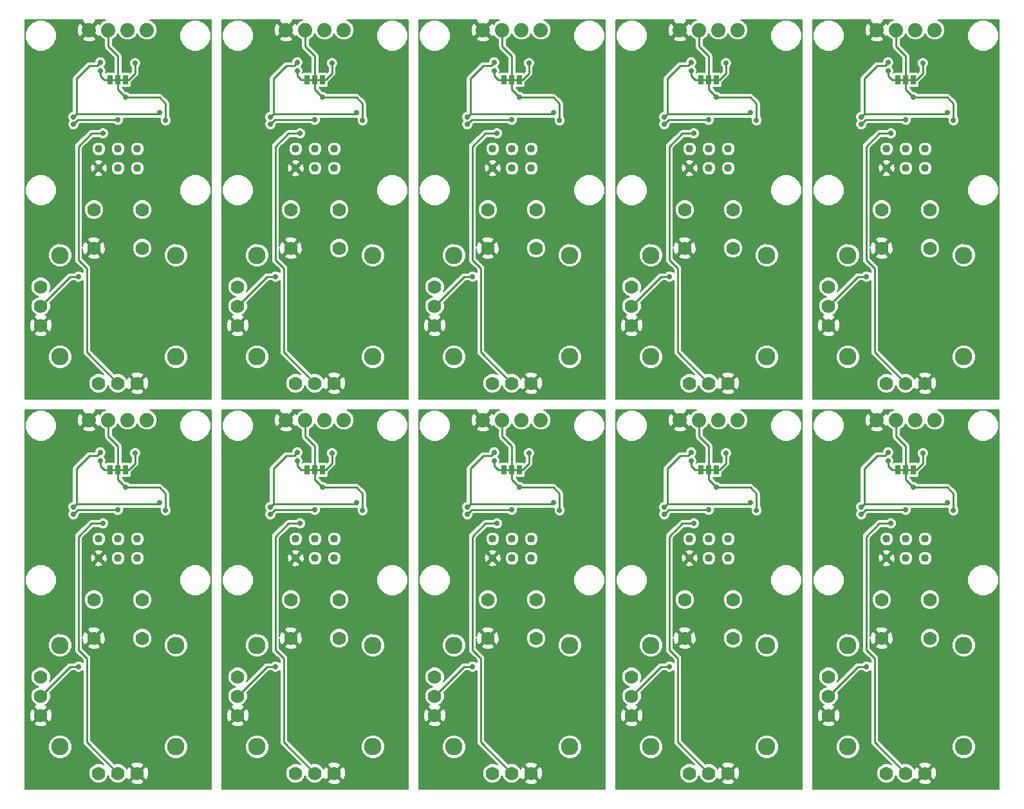
<source format=gbl>
G04 #@! TF.FileFunction,Copper,L2,Bot,Signal*
%FSLAX46Y46*%
G04 Gerber Fmt 4.6, Leading zero omitted, Abs format (unit mm)*
G04 Created by KiCad (PCBNEW 4.0.6) date 02/21/18 15:23:46*
%MOMM*%
%LPD*%
G01*
G04 APERTURE LIST*
%ADD10C,0.100000*%
%ADD11C,0.254000*%
%ADD12R,0.635000X1.270000*%
%ADD13C,1.778000*%
%ADD14C,2.286000*%
%ADD15C,1.016000*%
%ADD16C,1.879600*%
%ADD17C,0.700000*%
%ADD18C,0.250000*%
%ADD19C,0.203200*%
G04 APERTURE END LIST*
D10*
D11*
X164846000Y-100812600D02*
X165862000Y-100812600D01*
X164846000Y-100812600D02*
X163830000Y-100812600D01*
X138938000Y-100812600D02*
X139954000Y-100812600D01*
X138938000Y-100812600D02*
X137922000Y-100812600D01*
X113030000Y-100812600D02*
X114046000Y-100812600D01*
X113030000Y-100812600D02*
X112014000Y-100812600D01*
X87122000Y-100812600D02*
X88138000Y-100812600D01*
X87122000Y-100812600D02*
X86106000Y-100812600D01*
X61214000Y-100812600D02*
X62230000Y-100812600D01*
X61214000Y-100812600D02*
X60198000Y-100812600D01*
X164846000Y-49504600D02*
X165862000Y-49504600D01*
X164846000Y-49504600D02*
X163830000Y-49504600D01*
X138938000Y-49504600D02*
X139954000Y-49504600D01*
X138938000Y-49504600D02*
X137922000Y-49504600D01*
X113030000Y-49504600D02*
X114046000Y-49504600D01*
X113030000Y-49504600D02*
X112014000Y-49504600D01*
X87122000Y-49504600D02*
X88138000Y-49504600D01*
X87122000Y-49504600D02*
X86106000Y-49504600D01*
X61214000Y-49504600D02*
X62230000Y-49504600D01*
X61214000Y-49504600D02*
X60198000Y-49504600D01*
D12*
X163830000Y-100812600D03*
X164846000Y-100812600D03*
X165862000Y-100812600D03*
X137922000Y-100812600D03*
X138938000Y-100812600D03*
X139954000Y-100812600D03*
X112014000Y-100812600D03*
X113030000Y-100812600D03*
X114046000Y-100812600D03*
X86106000Y-100812600D03*
X87122000Y-100812600D03*
X88138000Y-100812600D03*
X60198000Y-100812600D03*
X61214000Y-100812600D03*
X62230000Y-100812600D03*
X163830000Y-49504600D03*
X164846000Y-49504600D03*
X165862000Y-49504600D03*
X137922000Y-49504600D03*
X138938000Y-49504600D03*
X139954000Y-49504600D03*
X112014000Y-49504600D03*
X113030000Y-49504600D03*
X114046000Y-49504600D03*
X86106000Y-49504600D03*
X87122000Y-49504600D03*
X88138000Y-49504600D03*
D13*
X161671000Y-117881400D03*
X168021000Y-117881400D03*
X161671000Y-122961400D03*
X168021000Y-122961400D03*
X162306000Y-140741400D03*
X164846000Y-140741400D03*
X167386000Y-140741400D03*
D14*
X157226000Y-123913900D03*
X157226000Y-137248900D03*
X172466000Y-137248900D03*
X172466000Y-123913900D03*
D13*
X154686000Y-128041400D03*
X154686000Y-130581400D03*
X154686000Y-133121400D03*
X135763000Y-117881400D03*
X142113000Y-117881400D03*
X135763000Y-122961400D03*
X142113000Y-122961400D03*
X136398000Y-140741400D03*
X138938000Y-140741400D03*
X141478000Y-140741400D03*
D14*
X131318000Y-123913900D03*
X131318000Y-137248900D03*
X146558000Y-137248900D03*
X146558000Y-123913900D03*
D13*
X128778000Y-128041400D03*
X128778000Y-130581400D03*
X128778000Y-133121400D03*
X109855000Y-117881400D03*
X116205000Y-117881400D03*
X109855000Y-122961400D03*
X116205000Y-122961400D03*
X110490000Y-140741400D03*
X113030000Y-140741400D03*
X115570000Y-140741400D03*
D14*
X105410000Y-123913900D03*
X105410000Y-137248900D03*
X120650000Y-137248900D03*
X120650000Y-123913900D03*
D13*
X102870000Y-128041400D03*
X102870000Y-130581400D03*
X102870000Y-133121400D03*
X83947000Y-117881400D03*
X90297000Y-117881400D03*
X83947000Y-122961400D03*
X90297000Y-122961400D03*
X84582000Y-140741400D03*
X87122000Y-140741400D03*
X89662000Y-140741400D03*
D14*
X79502000Y-123913900D03*
X79502000Y-137248900D03*
X94742000Y-137248900D03*
X94742000Y-123913900D03*
D13*
X76962000Y-128041400D03*
X76962000Y-130581400D03*
X76962000Y-133121400D03*
X58039000Y-117881400D03*
X64389000Y-117881400D03*
X58039000Y-122961400D03*
X64389000Y-122961400D03*
X58674000Y-140741400D03*
X61214000Y-140741400D03*
X63754000Y-140741400D03*
D14*
X53594000Y-123913900D03*
X53594000Y-137248900D03*
X68834000Y-137248900D03*
X68834000Y-123913900D03*
D13*
X51054000Y-128041400D03*
X51054000Y-130581400D03*
X51054000Y-133121400D03*
X161671000Y-66573400D03*
X168021000Y-66573400D03*
X161671000Y-71653400D03*
X168021000Y-71653400D03*
X162306000Y-89433400D03*
X164846000Y-89433400D03*
X167386000Y-89433400D03*
D14*
X157226000Y-72605900D03*
X157226000Y-85940900D03*
X172466000Y-85940900D03*
X172466000Y-72605900D03*
D13*
X154686000Y-76733400D03*
X154686000Y-79273400D03*
X154686000Y-81813400D03*
X135763000Y-66573400D03*
X142113000Y-66573400D03*
X135763000Y-71653400D03*
X142113000Y-71653400D03*
X136398000Y-89433400D03*
X138938000Y-89433400D03*
X141478000Y-89433400D03*
D14*
X131318000Y-72605900D03*
X131318000Y-85940900D03*
X146558000Y-85940900D03*
X146558000Y-72605900D03*
D13*
X128778000Y-76733400D03*
X128778000Y-79273400D03*
X128778000Y-81813400D03*
X109855000Y-66573400D03*
X116205000Y-66573400D03*
X109855000Y-71653400D03*
X116205000Y-71653400D03*
X110490000Y-89433400D03*
X113030000Y-89433400D03*
X115570000Y-89433400D03*
D14*
X105410000Y-72605900D03*
X105410000Y-85940900D03*
X120650000Y-85940900D03*
X120650000Y-72605900D03*
D13*
X102870000Y-76733400D03*
X102870000Y-79273400D03*
X102870000Y-81813400D03*
X83947000Y-66573400D03*
X90297000Y-66573400D03*
X83947000Y-71653400D03*
X90297000Y-71653400D03*
X84582000Y-89433400D03*
X87122000Y-89433400D03*
X89662000Y-89433400D03*
D14*
X79502000Y-72605900D03*
X79502000Y-85940900D03*
X94742000Y-85940900D03*
X94742000Y-72605900D03*
D13*
X76962000Y-76733400D03*
X76962000Y-79273400D03*
X76962000Y-81813400D03*
D15*
X167386000Y-109905800D03*
X167386000Y-112445800D03*
X164846000Y-109905800D03*
X164846000Y-112445800D03*
X162306000Y-109905800D03*
X162306000Y-112445800D03*
X141478000Y-109905800D03*
X141478000Y-112445800D03*
X138938000Y-109905800D03*
X138938000Y-112445800D03*
X136398000Y-109905800D03*
X136398000Y-112445800D03*
X115570000Y-109905800D03*
X115570000Y-112445800D03*
X113030000Y-109905800D03*
X113030000Y-112445800D03*
X110490000Y-109905800D03*
X110490000Y-112445800D03*
X89662000Y-109905800D03*
X89662000Y-112445800D03*
X87122000Y-109905800D03*
X87122000Y-112445800D03*
X84582000Y-109905800D03*
X84582000Y-112445800D03*
X63754000Y-109905800D03*
X63754000Y-112445800D03*
X61214000Y-109905800D03*
X61214000Y-112445800D03*
X58674000Y-109905800D03*
X58674000Y-112445800D03*
X167386000Y-58597800D03*
X167386000Y-61137800D03*
X164846000Y-58597800D03*
X164846000Y-61137800D03*
X162306000Y-58597800D03*
X162306000Y-61137800D03*
X141478000Y-58597800D03*
X141478000Y-61137800D03*
X138938000Y-58597800D03*
X138938000Y-61137800D03*
X136398000Y-58597800D03*
X136398000Y-61137800D03*
X115570000Y-58597800D03*
X115570000Y-61137800D03*
X113030000Y-58597800D03*
X113030000Y-61137800D03*
X110490000Y-58597800D03*
X110490000Y-61137800D03*
X89662000Y-58597800D03*
X89662000Y-61137800D03*
X87122000Y-58597800D03*
X87122000Y-61137800D03*
X84582000Y-58597800D03*
X84582000Y-61137800D03*
D16*
X161036000Y-94259400D03*
X163576000Y-94259400D03*
X166116000Y-94259400D03*
X168656000Y-94259400D03*
X135128000Y-94259400D03*
X137668000Y-94259400D03*
X140208000Y-94259400D03*
X142748000Y-94259400D03*
X109220000Y-94259400D03*
X111760000Y-94259400D03*
X114300000Y-94259400D03*
X116840000Y-94259400D03*
X83312000Y-94259400D03*
X85852000Y-94259400D03*
X88392000Y-94259400D03*
X90932000Y-94259400D03*
X57404000Y-94259400D03*
X59944000Y-94259400D03*
X62484000Y-94259400D03*
X65024000Y-94259400D03*
X161036000Y-42951400D03*
X163576000Y-42951400D03*
X166116000Y-42951400D03*
X168656000Y-42951400D03*
X135128000Y-42951400D03*
X137668000Y-42951400D03*
X140208000Y-42951400D03*
X142748000Y-42951400D03*
X109220000Y-42951400D03*
X111760000Y-42951400D03*
X114300000Y-42951400D03*
X116840000Y-42951400D03*
X83312000Y-42951400D03*
X85852000Y-42951400D03*
X88392000Y-42951400D03*
X90932000Y-42951400D03*
D13*
X58039000Y-66573400D03*
X64389000Y-66573400D03*
X58039000Y-71653400D03*
X64389000Y-71653400D03*
X58674000Y-89433400D03*
X61214000Y-89433400D03*
X63754000Y-89433400D03*
D14*
X53594000Y-72605900D03*
X53594000Y-85940900D03*
X68834000Y-85940900D03*
X68834000Y-72605900D03*
D13*
X51054000Y-76733400D03*
X51054000Y-79273400D03*
X51054000Y-81813400D03*
D16*
X57404000Y-42951400D03*
X59944000Y-42951400D03*
X62484000Y-42951400D03*
X65024000Y-42951400D03*
D15*
X63754000Y-58597800D03*
X63754000Y-61137800D03*
X61214000Y-58597800D03*
X61214000Y-61137800D03*
X58674000Y-58597800D03*
X58674000Y-61137800D03*
D12*
X60198000Y-49504600D03*
X61214000Y-49504600D03*
X62230000Y-49504600D03*
D17*
X162509200Y-99644200D03*
X136601200Y-99644200D03*
X110693200Y-99644200D03*
X84785200Y-99644200D03*
X58877200Y-99644200D03*
X162509200Y-48336200D03*
X136601200Y-48336200D03*
X110693200Y-48336200D03*
X84785200Y-48336200D03*
X58877200Y-48336200D03*
X167081200Y-98628200D03*
X141173200Y-98628200D03*
X115265200Y-98628200D03*
X89357200Y-98628200D03*
X63449200Y-98628200D03*
X167081200Y-47320200D03*
X141173200Y-47320200D03*
X115265200Y-47320200D03*
X89357200Y-47320200D03*
X63449200Y-47320200D03*
X171119800Y-106121200D03*
X145211800Y-106121200D03*
X119303800Y-106121200D03*
X93395800Y-106121200D03*
X67487800Y-106121200D03*
X171119800Y-54813200D03*
X145211800Y-54813200D03*
X119303800Y-54813200D03*
X93395800Y-54813200D03*
X165862000Y-103098600D03*
X139954000Y-103098600D03*
X114046000Y-103098600D03*
X88138000Y-103098600D03*
X62230000Y-103098600D03*
X165862000Y-51790600D03*
X139954000Y-51790600D03*
X114046000Y-51790600D03*
X88138000Y-51790600D03*
X67487800Y-54813200D03*
X62230000Y-51790600D03*
X170307000Y-105105200D03*
X144399000Y-105105200D03*
X118491000Y-105105200D03*
X92583000Y-105105200D03*
X66675000Y-105105200D03*
X170307000Y-53797200D03*
X144399000Y-53797200D03*
X118491000Y-53797200D03*
X92583000Y-53797200D03*
X162509200Y-98526600D03*
X136601200Y-98526600D03*
X110693200Y-98526600D03*
X84785200Y-98526600D03*
X58877200Y-98526600D03*
X162509200Y-47218600D03*
X136601200Y-47218600D03*
X110693200Y-47218600D03*
X84785200Y-47218600D03*
X159004000Y-105689400D03*
X133096000Y-105689400D03*
X107188000Y-105689400D03*
X81280000Y-105689400D03*
X55372000Y-105689400D03*
X159004000Y-54381400D03*
X133096000Y-54381400D03*
X107188000Y-54381400D03*
X81280000Y-54381400D03*
X66675000Y-53797200D03*
X58877200Y-47218600D03*
X55372000Y-54381400D03*
X159004000Y-106654600D03*
X133096000Y-106654600D03*
X107188000Y-106654600D03*
X81280000Y-106654600D03*
X55372000Y-106654600D03*
X159004000Y-55346600D03*
X133096000Y-55346600D03*
X107188000Y-55346600D03*
X81280000Y-55346600D03*
X164846000Y-106081700D03*
X138938000Y-106081700D03*
X113030000Y-106081700D03*
X87122000Y-106081700D03*
X61214000Y-106081700D03*
X164846000Y-54773700D03*
X138938000Y-54773700D03*
X113030000Y-54773700D03*
X87122000Y-54773700D03*
X61214000Y-54773700D03*
X55372000Y-55346600D03*
X162864800Y-107873800D03*
X136956800Y-107873800D03*
X111048800Y-107873800D03*
X85140800Y-107873800D03*
X59232800Y-107873800D03*
X162864800Y-56565800D03*
X136956800Y-56565800D03*
X111048800Y-56565800D03*
X85140800Y-56565800D03*
X59232800Y-56565800D03*
X159679001Y-126705999D03*
X133771001Y-126705999D03*
X107863001Y-126705999D03*
X81955001Y-126705999D03*
X56047001Y-126705999D03*
X159679001Y-75397999D03*
X133771001Y-75397999D03*
X107863001Y-75397999D03*
X81955001Y-75397999D03*
X56047001Y-75397999D03*
D18*
X162509200Y-99644200D02*
X162509200Y-100304600D01*
X136601200Y-99644200D02*
X136601200Y-100304600D01*
X110693200Y-99644200D02*
X110693200Y-100304600D01*
X84785200Y-99644200D02*
X84785200Y-100304600D01*
X58877200Y-99644200D02*
X58877200Y-100304600D01*
X162509200Y-48336200D02*
X162509200Y-48996600D01*
X136601200Y-48336200D02*
X136601200Y-48996600D01*
X110693200Y-48336200D02*
X110693200Y-48996600D01*
X84785200Y-48336200D02*
X84785200Y-48996600D01*
X162509200Y-100304600D02*
X163017200Y-100812600D01*
X136601200Y-100304600D02*
X137109200Y-100812600D01*
X110693200Y-100304600D02*
X111201200Y-100812600D01*
X84785200Y-100304600D02*
X85293200Y-100812600D01*
X58877200Y-100304600D02*
X59385200Y-100812600D01*
X162509200Y-48996600D02*
X163017200Y-49504600D01*
X136601200Y-48996600D02*
X137109200Y-49504600D01*
X110693200Y-48996600D02*
X111201200Y-49504600D01*
X84785200Y-48996600D02*
X85293200Y-49504600D01*
X163017200Y-100812600D02*
X164033200Y-100812600D01*
X137109200Y-100812600D02*
X138125200Y-100812600D01*
X111201200Y-100812600D02*
X112217200Y-100812600D01*
X85293200Y-100812600D02*
X86309200Y-100812600D01*
X59385200Y-100812600D02*
X60401200Y-100812600D01*
X163017200Y-49504600D02*
X164033200Y-49504600D01*
X137109200Y-49504600D02*
X138125200Y-49504600D01*
X111201200Y-49504600D02*
X112217200Y-49504600D01*
X85293200Y-49504600D02*
X86309200Y-49504600D01*
X58877200Y-48996600D02*
X59385200Y-49504600D01*
X59385200Y-49504600D02*
X60401200Y-49504600D01*
X58877200Y-48336200D02*
X58877200Y-48996600D01*
X166226300Y-100812600D02*
X165658800Y-100812600D01*
X140318300Y-100812600D02*
X139750800Y-100812600D01*
X114410300Y-100812600D02*
X113842800Y-100812600D01*
X88502300Y-100812600D02*
X87934800Y-100812600D01*
X62594300Y-100812600D02*
X62026800Y-100812600D01*
X166226300Y-49504600D02*
X165658800Y-49504600D01*
X140318300Y-49504600D02*
X139750800Y-49504600D01*
X114410300Y-49504600D02*
X113842800Y-49504600D01*
X88502300Y-49504600D02*
X87934800Y-49504600D01*
X167081200Y-99957700D02*
X166226300Y-100812600D01*
X141173200Y-99957700D02*
X140318300Y-100812600D01*
X115265200Y-99957700D02*
X114410300Y-100812600D01*
X89357200Y-99957700D02*
X88502300Y-100812600D01*
X63449200Y-99957700D02*
X62594300Y-100812600D01*
X167081200Y-48649700D02*
X166226300Y-49504600D01*
X141173200Y-48649700D02*
X140318300Y-49504600D01*
X115265200Y-48649700D02*
X114410300Y-49504600D01*
X89357200Y-48649700D02*
X88502300Y-49504600D01*
X167081200Y-98628200D02*
X167081200Y-99957700D01*
X141173200Y-98628200D02*
X141173200Y-99957700D01*
X115265200Y-98628200D02*
X115265200Y-99957700D01*
X89357200Y-98628200D02*
X89357200Y-99957700D01*
X63449200Y-98628200D02*
X63449200Y-99957700D01*
X167081200Y-47320200D02*
X167081200Y-48649700D01*
X141173200Y-47320200D02*
X141173200Y-48649700D01*
X115265200Y-47320200D02*
X115265200Y-48649700D01*
X89357200Y-47320200D02*
X89357200Y-48649700D01*
X63449200Y-47320200D02*
X63449200Y-48649700D01*
X63449200Y-48649700D02*
X62594300Y-49504600D01*
X62594300Y-49504600D02*
X62026800Y-49504600D01*
X171119800Y-103936800D02*
X170281600Y-103098600D01*
X145211800Y-103936800D02*
X144373600Y-103098600D01*
X119303800Y-103936800D02*
X118465600Y-103098600D01*
X93395800Y-103936800D02*
X92557600Y-103098600D01*
X67487800Y-103936800D02*
X66649600Y-103098600D01*
X171119800Y-52628800D02*
X170281600Y-51790600D01*
X145211800Y-52628800D02*
X144373600Y-51790600D01*
X119303800Y-52628800D02*
X118465600Y-51790600D01*
X93395800Y-52628800D02*
X92557600Y-51790600D01*
X168025502Y-103098600D02*
X165862000Y-103098600D01*
X142117502Y-103098600D02*
X139954000Y-103098600D01*
X116209502Y-103098600D02*
X114046000Y-103098600D01*
X90301502Y-103098600D02*
X88138000Y-103098600D01*
X64393502Y-103098600D02*
X62230000Y-103098600D01*
X168025502Y-51790600D02*
X165862000Y-51790600D01*
X142117502Y-51790600D02*
X139954000Y-51790600D01*
X116209502Y-51790600D02*
X114046000Y-51790600D01*
X90301502Y-51790600D02*
X88138000Y-51790600D01*
X170281600Y-103098600D02*
X168025502Y-103098600D01*
X144373600Y-103098600D02*
X142117502Y-103098600D01*
X118465600Y-103098600D02*
X116209502Y-103098600D01*
X92557600Y-103098600D02*
X90301502Y-103098600D01*
X66649600Y-103098600D02*
X64393502Y-103098600D01*
X170281600Y-51790600D02*
X168025502Y-51790600D01*
X144373600Y-51790600D02*
X142117502Y-51790600D01*
X118465600Y-51790600D02*
X116209502Y-51790600D01*
X92557600Y-51790600D02*
X90301502Y-51790600D01*
X171119800Y-106121200D02*
X171119800Y-103936800D01*
X145211800Y-106121200D02*
X145211800Y-103936800D01*
X119303800Y-106121200D02*
X119303800Y-103936800D01*
X93395800Y-106121200D02*
X93395800Y-103936800D01*
X67487800Y-106121200D02*
X67487800Y-103936800D01*
X171119800Y-54813200D02*
X171119800Y-52628800D01*
X145211800Y-54813200D02*
X145211800Y-52628800D01*
X119303800Y-54813200D02*
X119303800Y-52628800D01*
X93395800Y-54813200D02*
X93395800Y-52628800D01*
X164846000Y-102082600D02*
X165862000Y-103098600D01*
X138938000Y-102082600D02*
X139954000Y-103098600D01*
X113030000Y-102082600D02*
X114046000Y-103098600D01*
X87122000Y-102082600D02*
X88138000Y-103098600D01*
X61214000Y-102082600D02*
X62230000Y-103098600D01*
X164846000Y-50774600D02*
X165862000Y-51790600D01*
X138938000Y-50774600D02*
X139954000Y-51790600D01*
X113030000Y-50774600D02*
X114046000Y-51790600D01*
X87122000Y-50774600D02*
X88138000Y-51790600D01*
X164846000Y-100812600D02*
X164846000Y-102082600D01*
X138938000Y-100812600D02*
X138938000Y-102082600D01*
X113030000Y-100812600D02*
X113030000Y-102082600D01*
X87122000Y-100812600D02*
X87122000Y-102082600D01*
X61214000Y-100812600D02*
X61214000Y-102082600D01*
X164846000Y-49504600D02*
X164846000Y-50774600D01*
X138938000Y-49504600D02*
X138938000Y-50774600D01*
X113030000Y-49504600D02*
X113030000Y-50774600D01*
X87122000Y-49504600D02*
X87122000Y-50774600D01*
X163576000Y-96443800D02*
X163576000Y-94259400D01*
X137668000Y-96443800D02*
X137668000Y-94259400D01*
X111760000Y-96443800D02*
X111760000Y-94259400D01*
X85852000Y-96443800D02*
X85852000Y-94259400D01*
X59944000Y-96443800D02*
X59944000Y-94259400D01*
X163576000Y-45135800D02*
X163576000Y-42951400D01*
X137668000Y-45135800D02*
X137668000Y-42951400D01*
X111760000Y-45135800D02*
X111760000Y-42951400D01*
X85852000Y-45135800D02*
X85852000Y-42951400D01*
X164846000Y-100812600D02*
X164846000Y-97713800D01*
X138938000Y-100812600D02*
X138938000Y-97713800D01*
X113030000Y-100812600D02*
X113030000Y-97713800D01*
X87122000Y-100812600D02*
X87122000Y-97713800D01*
X61214000Y-100812600D02*
X61214000Y-97713800D01*
X164846000Y-49504600D02*
X164846000Y-46405800D01*
X138938000Y-49504600D02*
X138938000Y-46405800D01*
X113030000Y-49504600D02*
X113030000Y-46405800D01*
X87122000Y-49504600D02*
X87122000Y-46405800D01*
X164846000Y-97713800D02*
X163576000Y-96443800D01*
X138938000Y-97713800D02*
X137668000Y-96443800D01*
X113030000Y-97713800D02*
X111760000Y-96443800D01*
X87122000Y-97713800D02*
X85852000Y-96443800D01*
X61214000Y-97713800D02*
X59944000Y-96443800D01*
X164846000Y-46405800D02*
X163576000Y-45135800D01*
X138938000Y-46405800D02*
X137668000Y-45135800D01*
X113030000Y-46405800D02*
X111760000Y-45135800D01*
X87122000Y-46405800D02*
X85852000Y-45135800D01*
X67487800Y-54813200D02*
X67487800Y-52628800D01*
X67487800Y-52628800D02*
X66649600Y-51790600D01*
X66649600Y-51790600D02*
X64393502Y-51790600D01*
X64393502Y-51790600D02*
X62230000Y-51790600D01*
X61214000Y-49504600D02*
X61214000Y-50774600D01*
X61214000Y-50774600D02*
X62230000Y-51790600D01*
X59944000Y-45135800D02*
X59944000Y-42951400D01*
X61214000Y-46405800D02*
X59944000Y-45135800D01*
X61214000Y-49504600D02*
X61214000Y-46405800D01*
X159004000Y-105689400D02*
X159353999Y-105339401D01*
X133096000Y-105689400D02*
X133445999Y-105339401D01*
X107188000Y-105689400D02*
X107537999Y-105339401D01*
X81280000Y-105689400D02*
X81629999Y-105339401D01*
X55372000Y-105689400D02*
X55721999Y-105339401D01*
X159004000Y-54381400D02*
X159353999Y-54031401D01*
X133096000Y-54381400D02*
X133445999Y-54031401D01*
X107188000Y-54381400D02*
X107537999Y-54031401D01*
X81280000Y-54381400D02*
X81629999Y-54031401D01*
X159353999Y-105339401D02*
X159353999Y-100665801D01*
X133445999Y-105339401D02*
X133445999Y-100665801D01*
X107537999Y-105339401D02*
X107537999Y-100665801D01*
X81629999Y-105339401D02*
X81629999Y-100665801D01*
X55721999Y-105339401D02*
X55721999Y-100665801D01*
X159353999Y-54031401D02*
X159353999Y-49357801D01*
X133445999Y-54031401D02*
X133445999Y-49357801D01*
X107537999Y-54031401D02*
X107537999Y-49357801D01*
X81629999Y-54031401D02*
X81629999Y-49357801D01*
X170072799Y-105339401D02*
X170307000Y-105105200D01*
X144164799Y-105339401D02*
X144399000Y-105105200D01*
X118256799Y-105339401D02*
X118491000Y-105105200D01*
X92348799Y-105339401D02*
X92583000Y-105105200D01*
X66440799Y-105339401D02*
X66675000Y-105105200D01*
X170072799Y-54031401D02*
X170307000Y-53797200D01*
X144164799Y-54031401D02*
X144399000Y-53797200D01*
X118256799Y-54031401D02*
X118491000Y-53797200D01*
X92348799Y-54031401D02*
X92583000Y-53797200D01*
X159353999Y-100665801D02*
X161050601Y-98969199D01*
X133445999Y-100665801D02*
X135142601Y-98969199D01*
X107537999Y-100665801D02*
X109234601Y-98969199D01*
X81629999Y-100665801D02*
X83326601Y-98969199D01*
X55721999Y-100665801D02*
X57418601Y-98969199D01*
X159353999Y-49357801D02*
X161050601Y-47661199D01*
X133445999Y-49357801D02*
X135142601Y-47661199D01*
X107537999Y-49357801D02*
X109234601Y-47661199D01*
X81629999Y-49357801D02*
X83326601Y-47661199D01*
X161050601Y-98969199D02*
X162066601Y-98969199D01*
X135142601Y-98969199D02*
X136158601Y-98969199D01*
X109234601Y-98969199D02*
X110250601Y-98969199D01*
X83326601Y-98969199D02*
X84342601Y-98969199D01*
X57418601Y-98969199D02*
X58434601Y-98969199D01*
X161050601Y-47661199D02*
X162066601Y-47661199D01*
X135142601Y-47661199D02*
X136158601Y-47661199D01*
X109234601Y-47661199D02*
X110250601Y-47661199D01*
X83326601Y-47661199D02*
X84342601Y-47661199D01*
X162066601Y-98969199D02*
X162509200Y-98526600D01*
X136158601Y-98969199D02*
X136601200Y-98526600D01*
X110250601Y-98969199D02*
X110693200Y-98526600D01*
X84342601Y-98969199D02*
X84785200Y-98526600D01*
X58434601Y-98969199D02*
X58877200Y-98526600D01*
X162066601Y-47661199D02*
X162509200Y-47218600D01*
X136158601Y-47661199D02*
X136601200Y-47218600D01*
X110250601Y-47661199D02*
X110693200Y-47218600D01*
X84342601Y-47661199D02*
X84785200Y-47218600D01*
X159353999Y-105339401D02*
X170072799Y-105339401D01*
X133445999Y-105339401D02*
X144164799Y-105339401D01*
X107537999Y-105339401D02*
X118256799Y-105339401D01*
X81629999Y-105339401D02*
X92348799Y-105339401D01*
X55721999Y-105339401D02*
X66440799Y-105339401D01*
X159353999Y-54031401D02*
X170072799Y-54031401D01*
X133445999Y-54031401D02*
X144164799Y-54031401D01*
X107537999Y-54031401D02*
X118256799Y-54031401D01*
X81629999Y-54031401D02*
X92348799Y-54031401D01*
X55721999Y-54031401D02*
X66440799Y-54031401D01*
X66440799Y-54031401D02*
X66675000Y-53797200D01*
X55372000Y-54381400D02*
X55721999Y-54031401D01*
X55721999Y-49357801D02*
X57418601Y-47661199D01*
X57418601Y-47661199D02*
X58434601Y-47661199D01*
X58434601Y-47661199D02*
X58877200Y-47218600D01*
X55721999Y-54031401D02*
X55721999Y-49357801D01*
X159004000Y-106654600D02*
X159576900Y-106081700D01*
X133096000Y-106654600D02*
X133668900Y-106081700D01*
X107188000Y-106654600D02*
X107760900Y-106081700D01*
X81280000Y-106654600D02*
X81852900Y-106081700D01*
X55372000Y-106654600D02*
X55944900Y-106081700D01*
X159004000Y-55346600D02*
X159576900Y-54773700D01*
X133096000Y-55346600D02*
X133668900Y-54773700D01*
X107188000Y-55346600D02*
X107760900Y-54773700D01*
X81280000Y-55346600D02*
X81852900Y-54773700D01*
X159576900Y-106081700D02*
X164846000Y-106081700D01*
X133668900Y-106081700D02*
X138938000Y-106081700D01*
X107760900Y-106081700D02*
X113030000Y-106081700D01*
X81852900Y-106081700D02*
X87122000Y-106081700D01*
X55944900Y-106081700D02*
X61214000Y-106081700D01*
X159576900Y-54773700D02*
X164846000Y-54773700D01*
X133668900Y-54773700D02*
X138938000Y-54773700D01*
X107760900Y-54773700D02*
X113030000Y-54773700D01*
X81852900Y-54773700D02*
X87122000Y-54773700D01*
X55372000Y-55346600D02*
X55944900Y-54773700D01*
X55944900Y-54773700D02*
X61214000Y-54773700D01*
X160731200Y-127025400D02*
X160731200Y-136626600D01*
X134823200Y-127025400D02*
X134823200Y-136626600D01*
X108915200Y-127025400D02*
X108915200Y-136626600D01*
X83007200Y-127025400D02*
X83007200Y-136626600D01*
X57099200Y-127025400D02*
X57099200Y-136626600D01*
X160731200Y-75717400D02*
X160731200Y-85318600D01*
X134823200Y-75717400D02*
X134823200Y-85318600D01*
X108915200Y-75717400D02*
X108915200Y-85318600D01*
X83007200Y-75717400D02*
X83007200Y-85318600D01*
X160731200Y-125603000D02*
X160731200Y-127025400D01*
X134823200Y-125603000D02*
X134823200Y-127025400D01*
X108915200Y-125603000D02*
X108915200Y-127025400D01*
X83007200Y-125603000D02*
X83007200Y-127025400D01*
X57099200Y-125603000D02*
X57099200Y-127025400D01*
X160731200Y-74295000D02*
X160731200Y-75717400D01*
X134823200Y-74295000D02*
X134823200Y-75717400D01*
X108915200Y-74295000D02*
X108915200Y-75717400D01*
X83007200Y-74295000D02*
X83007200Y-75717400D01*
X160731200Y-136626600D02*
X164846000Y-140741400D01*
X134823200Y-136626600D02*
X138938000Y-140741400D01*
X108915200Y-136626600D02*
X113030000Y-140741400D01*
X83007200Y-136626600D02*
X87122000Y-140741400D01*
X57099200Y-136626600D02*
X61214000Y-140741400D01*
X160731200Y-85318600D02*
X164846000Y-89433400D01*
X134823200Y-85318600D02*
X138938000Y-89433400D01*
X108915200Y-85318600D02*
X113030000Y-89433400D01*
X83007200Y-85318600D02*
X87122000Y-89433400D01*
X159639000Y-124510800D02*
X160731200Y-125603000D01*
X133731000Y-124510800D02*
X134823200Y-125603000D01*
X107823000Y-124510800D02*
X108915200Y-125603000D01*
X81915000Y-124510800D02*
X83007200Y-125603000D01*
X56007000Y-124510800D02*
X57099200Y-125603000D01*
X159639000Y-73202800D02*
X160731200Y-74295000D01*
X133731000Y-73202800D02*
X134823200Y-74295000D01*
X107823000Y-73202800D02*
X108915200Y-74295000D01*
X81915000Y-73202800D02*
X83007200Y-74295000D01*
X159639000Y-109601000D02*
X159639000Y-124510800D01*
X133731000Y-109601000D02*
X133731000Y-124510800D01*
X107823000Y-109601000D02*
X107823000Y-124510800D01*
X81915000Y-109601000D02*
X81915000Y-124510800D01*
X56007000Y-109601000D02*
X56007000Y-124510800D01*
X159639000Y-58293000D02*
X159639000Y-73202800D01*
X133731000Y-58293000D02*
X133731000Y-73202800D01*
X107823000Y-58293000D02*
X107823000Y-73202800D01*
X81915000Y-58293000D02*
X81915000Y-73202800D01*
X161366200Y-107873800D02*
X159639000Y-109601000D01*
X135458200Y-107873800D02*
X133731000Y-109601000D01*
X109550200Y-107873800D02*
X107823000Y-109601000D01*
X83642200Y-107873800D02*
X81915000Y-109601000D01*
X57734200Y-107873800D02*
X56007000Y-109601000D01*
X161366200Y-56565800D02*
X159639000Y-58293000D01*
X135458200Y-56565800D02*
X133731000Y-58293000D01*
X109550200Y-56565800D02*
X107823000Y-58293000D01*
X83642200Y-56565800D02*
X81915000Y-58293000D01*
X162864800Y-107873800D02*
X161366200Y-107873800D01*
X136956800Y-107873800D02*
X135458200Y-107873800D01*
X111048800Y-107873800D02*
X109550200Y-107873800D01*
X85140800Y-107873800D02*
X83642200Y-107873800D01*
X59232800Y-107873800D02*
X57734200Y-107873800D01*
X162864800Y-56565800D02*
X161366200Y-56565800D01*
X136956800Y-56565800D02*
X135458200Y-56565800D01*
X111048800Y-56565800D02*
X109550200Y-56565800D01*
X85140800Y-56565800D02*
X83642200Y-56565800D01*
X56007000Y-73202800D02*
X57099200Y-74295000D01*
X57099200Y-74295000D02*
X57099200Y-75717400D01*
X56007000Y-58293000D02*
X56007000Y-73202800D01*
X57734200Y-56565800D02*
X56007000Y-58293000D01*
X59232800Y-56565800D02*
X57734200Y-56565800D01*
X57099200Y-75717400D02*
X57099200Y-85318600D01*
X57099200Y-85318600D02*
X61214000Y-89433400D01*
X158561401Y-126705999D02*
X154686000Y-130581400D01*
X132653401Y-126705999D02*
X128778000Y-130581400D01*
X106745401Y-126705999D02*
X102870000Y-130581400D01*
X80837401Y-126705999D02*
X76962000Y-130581400D01*
X54929401Y-126705999D02*
X51054000Y-130581400D01*
X158561401Y-75397999D02*
X154686000Y-79273400D01*
X132653401Y-75397999D02*
X128778000Y-79273400D01*
X106745401Y-75397999D02*
X102870000Y-79273400D01*
X80837401Y-75397999D02*
X76962000Y-79273400D01*
X159679001Y-126705999D02*
X158561401Y-126705999D01*
X133771001Y-126705999D02*
X132653401Y-126705999D01*
X107863001Y-126705999D02*
X106745401Y-126705999D01*
X81955001Y-126705999D02*
X80837401Y-126705999D01*
X56047001Y-126705999D02*
X54929401Y-126705999D01*
X159679001Y-75397999D02*
X158561401Y-75397999D01*
X133771001Y-75397999D02*
X132653401Y-75397999D01*
X107863001Y-75397999D02*
X106745401Y-75397999D01*
X81955001Y-75397999D02*
X80837401Y-75397999D01*
X56047001Y-75397999D02*
X54929401Y-75397999D01*
X54929401Y-75397999D02*
X51054000Y-79273400D01*
D19*
G36*
X56508240Y-41840114D02*
X57404000Y-42735874D01*
X58299760Y-41840114D01*
X58229575Y-41654800D01*
X59556792Y-41654800D01*
X59182435Y-41809481D01*
X58803412Y-42187843D01*
X58792266Y-42214686D01*
X58765666Y-42150468D01*
X58515286Y-42055640D01*
X57619526Y-42951400D01*
X58515286Y-43847160D01*
X58765666Y-43752332D01*
X58789770Y-43683170D01*
X58802081Y-43712965D01*
X59180443Y-44091988D01*
X59412600Y-44188388D01*
X59412600Y-45135795D01*
X59412599Y-45135800D01*
X59453050Y-45339158D01*
X59568243Y-45511557D01*
X60682600Y-46625913D01*
X60682600Y-48491909D01*
X60676710Y-48487885D01*
X60515500Y-48455239D01*
X59880500Y-48455239D01*
X59729897Y-48483577D01*
X59600428Y-48566888D01*
X59633469Y-48487317D01*
X59633731Y-48186403D01*
X59518819Y-47908293D01*
X59388112Y-47777358D01*
X59518071Y-47647626D01*
X59633469Y-47369717D01*
X59633731Y-47068803D01*
X59518819Y-46790693D01*
X59306226Y-46577729D01*
X59028317Y-46462331D01*
X58727403Y-46462069D01*
X58449293Y-46576981D01*
X58236329Y-46789574D01*
X58120931Y-47067483D01*
X58120877Y-47129799D01*
X57418606Y-47129799D01*
X57418601Y-47129798D01*
X57221105Y-47169083D01*
X57215243Y-47170249D01*
X57042844Y-47285442D01*
X57042842Y-47285445D01*
X55346242Y-48982044D01*
X55231049Y-49154443D01*
X55190598Y-49357801D01*
X55190599Y-49357806D01*
X55190599Y-53637927D01*
X54944093Y-53739781D01*
X54731129Y-53952374D01*
X54615731Y-54230283D01*
X54615469Y-54531197D01*
X54730381Y-54809307D01*
X54784888Y-54863909D01*
X54731129Y-54917574D01*
X54615731Y-55195483D01*
X54615469Y-55496397D01*
X54730381Y-55774507D01*
X54942974Y-55987471D01*
X55220883Y-56102869D01*
X55521797Y-56103131D01*
X55799907Y-55988219D01*
X56012871Y-55775626D01*
X56128269Y-55497717D01*
X56128405Y-55341709D01*
X56165014Y-55305100D01*
X60675694Y-55305100D01*
X60784974Y-55414571D01*
X61062883Y-55529969D01*
X61363797Y-55530231D01*
X61641907Y-55415319D01*
X61854871Y-55202726D01*
X61970269Y-54924817D01*
X61970531Y-54623903D01*
X61945284Y-54562801D01*
X66440794Y-54562801D01*
X66440799Y-54562802D01*
X66512170Y-54548605D01*
X66523883Y-54553469D01*
X66776540Y-54553689D01*
X66731531Y-54662083D01*
X66731269Y-54962997D01*
X66846181Y-55241107D01*
X67058774Y-55454071D01*
X67336683Y-55569469D01*
X67637597Y-55569731D01*
X67915707Y-55454819D01*
X68128671Y-55242226D01*
X68244069Y-54964317D01*
X68244331Y-54663403D01*
X68129419Y-54385293D01*
X68019200Y-54274882D01*
X68019200Y-52628805D01*
X68019201Y-52628800D01*
X67978750Y-52425442D01*
X67909632Y-52322000D01*
X67863557Y-52253043D01*
X67863554Y-52253041D01*
X67025357Y-51414843D01*
X66852958Y-51299650D01*
X66649600Y-51259199D01*
X66649595Y-51259200D01*
X62768306Y-51259200D01*
X62659026Y-51149729D01*
X62381117Y-51034331D01*
X62225109Y-51034195D01*
X61745400Y-50554486D01*
X61745400Y-50517291D01*
X61751290Y-50521315D01*
X61912500Y-50553961D01*
X62547500Y-50553961D01*
X62698103Y-50525623D01*
X62836422Y-50436617D01*
X62929215Y-50300810D01*
X62961861Y-50139600D01*
X62961861Y-49885833D01*
X62970057Y-49880357D01*
X63824954Y-49025459D01*
X63824957Y-49025457D01*
X63940150Y-48853058D01*
X63957621Y-48765226D01*
X63980601Y-48649700D01*
X63980600Y-48649695D01*
X63980600Y-47858506D01*
X64090071Y-47749226D01*
X64205469Y-47471317D01*
X64205731Y-47170403D01*
X64090819Y-46892293D01*
X63878226Y-46679329D01*
X63600317Y-46563931D01*
X63299403Y-46563669D01*
X63021293Y-46678581D01*
X62808329Y-46891174D01*
X62692931Y-47169083D01*
X62692669Y-47469997D01*
X62807581Y-47748107D01*
X62917800Y-47858518D01*
X62917800Y-48429587D01*
X62798293Y-48549094D01*
X62708710Y-48487885D01*
X62547500Y-48455239D01*
X61912500Y-48455239D01*
X61761897Y-48483577D01*
X61745400Y-48494193D01*
X61745400Y-46405800D01*
X61704950Y-46202442D01*
X61589757Y-46030043D01*
X61589754Y-46030041D01*
X60475400Y-44915686D01*
X60475400Y-44188421D01*
X60705565Y-44093319D01*
X61084588Y-43714957D01*
X61214065Y-43403142D01*
X61342081Y-43712965D01*
X61720443Y-44091988D01*
X62215049Y-44297366D01*
X62750601Y-44297834D01*
X63245565Y-44093319D01*
X63624588Y-43714957D01*
X63754065Y-43403142D01*
X63882081Y-43712965D01*
X64260443Y-44091988D01*
X64755049Y-44297366D01*
X65290601Y-44297834D01*
X65718942Y-44120847D01*
X69316244Y-44120847D01*
X69628804Y-44877301D01*
X70207055Y-45456562D01*
X70962962Y-45770442D01*
X71781447Y-45771156D01*
X72537901Y-45458596D01*
X73117162Y-44880345D01*
X73431042Y-44124438D01*
X73431756Y-43305953D01*
X73119196Y-42549499D01*
X72540945Y-41970238D01*
X71785038Y-41656358D01*
X70966553Y-41655644D01*
X70210099Y-41968204D01*
X69630838Y-42546455D01*
X69316958Y-43302362D01*
X69316244Y-44120847D01*
X65718942Y-44120847D01*
X65785565Y-44093319D01*
X66164588Y-43714957D01*
X66369966Y-43220351D01*
X66370434Y-42684799D01*
X66165919Y-42189835D01*
X65787557Y-41810812D01*
X65411838Y-41654800D01*
X73432600Y-41654800D01*
X73432600Y-91492000D01*
X48995400Y-91492000D01*
X48995400Y-86247743D01*
X52044331Y-86247743D01*
X52279716Y-86817418D01*
X52715189Y-87253652D01*
X53284453Y-87490031D01*
X53900843Y-87490569D01*
X54470518Y-87255184D01*
X54906752Y-86819711D01*
X55143131Y-86250447D01*
X55143669Y-85634057D01*
X54908284Y-85064382D01*
X54472811Y-84628148D01*
X53903547Y-84391769D01*
X53287157Y-84391231D01*
X52717482Y-84626616D01*
X52281248Y-85062089D01*
X52044869Y-85631353D01*
X52044331Y-86247743D01*
X48995400Y-86247743D01*
X48995400Y-82887842D01*
X50195084Y-82887842D01*
X50283661Y-83132959D01*
X50847272Y-83327309D01*
X51442357Y-83291181D01*
X51824339Y-83132959D01*
X51912916Y-82887842D01*
X51054000Y-82028926D01*
X50195084Y-82887842D01*
X48995400Y-82887842D01*
X48995400Y-81606672D01*
X49540091Y-81606672D01*
X49576219Y-82201757D01*
X49734441Y-82583739D01*
X49979558Y-82672316D01*
X50838474Y-81813400D01*
X51269526Y-81813400D01*
X52128442Y-82672316D01*
X52373559Y-82583739D01*
X52567909Y-82020128D01*
X52531781Y-81425043D01*
X52373559Y-81043061D01*
X52128442Y-80954484D01*
X51269526Y-81813400D01*
X50838474Y-81813400D01*
X49979558Y-80954484D01*
X49734441Y-81043061D01*
X49540091Y-81606672D01*
X48995400Y-81606672D01*
X48995400Y-76989940D01*
X49758376Y-76989940D01*
X49955173Y-77466226D01*
X50319257Y-77830946D01*
X50735008Y-78003581D01*
X50321174Y-78174573D01*
X49956454Y-78538657D01*
X49758826Y-79014599D01*
X49758376Y-79529940D01*
X49955173Y-80006226D01*
X50319257Y-80370946D01*
X50449646Y-80425088D01*
X50283661Y-80493841D01*
X50195084Y-80738958D01*
X51054000Y-81597874D01*
X51912916Y-80738958D01*
X51824339Y-80493841D01*
X51643455Y-80431467D01*
X51786826Y-80372227D01*
X52151546Y-80008143D01*
X52349174Y-79532201D01*
X52349624Y-79016860D01*
X52265544Y-78813370D01*
X55149514Y-75929399D01*
X55508695Y-75929399D01*
X55617975Y-76038870D01*
X55895884Y-76154268D01*
X56196798Y-76154530D01*
X56474908Y-76039618D01*
X56567800Y-75946888D01*
X56567800Y-85318595D01*
X56567799Y-85318600D01*
X56608250Y-85521958D01*
X56723443Y-85694357D01*
X59333836Y-88304750D01*
X58932801Y-88138226D01*
X58417460Y-88137776D01*
X57941174Y-88334573D01*
X57576454Y-88698657D01*
X57378826Y-89174599D01*
X57378376Y-89689940D01*
X57575173Y-90166226D01*
X57939257Y-90530946D01*
X58415199Y-90728574D01*
X58930540Y-90729024D01*
X59406826Y-90532227D01*
X59771546Y-90168143D01*
X59944181Y-89752392D01*
X60115173Y-90166226D01*
X60479257Y-90530946D01*
X60955199Y-90728574D01*
X61470540Y-90729024D01*
X61946826Y-90532227D01*
X61971253Y-90507842D01*
X62895084Y-90507842D01*
X62983661Y-90752959D01*
X63547272Y-90947309D01*
X64142357Y-90911181D01*
X64524339Y-90752959D01*
X64612916Y-90507842D01*
X63754000Y-89648926D01*
X62895084Y-90507842D01*
X61971253Y-90507842D01*
X62311546Y-90168143D01*
X62365688Y-90037754D01*
X62434441Y-90203739D01*
X62679558Y-90292316D01*
X63538474Y-89433400D01*
X63969526Y-89433400D01*
X64828442Y-90292316D01*
X65073559Y-90203739D01*
X65267909Y-89640128D01*
X65231781Y-89045043D01*
X65073559Y-88663061D01*
X64828442Y-88574484D01*
X63969526Y-89433400D01*
X63538474Y-89433400D01*
X62679558Y-88574484D01*
X62434441Y-88663061D01*
X62372067Y-88843945D01*
X62312827Y-88700574D01*
X61971807Y-88358958D01*
X62895084Y-88358958D01*
X63754000Y-89217874D01*
X64612916Y-88358958D01*
X64524339Y-88113841D01*
X63960728Y-87919491D01*
X63365643Y-87955619D01*
X62983661Y-88113841D01*
X62895084Y-88358958D01*
X61971807Y-88358958D01*
X61948743Y-88335854D01*
X61472801Y-88138226D01*
X60957460Y-88137776D01*
X60753970Y-88221856D01*
X58779857Y-86247743D01*
X67284331Y-86247743D01*
X67519716Y-86817418D01*
X67955189Y-87253652D01*
X68524453Y-87490031D01*
X69140843Y-87490569D01*
X69710518Y-87255184D01*
X70146752Y-86819711D01*
X70383131Y-86250447D01*
X70383669Y-85634057D01*
X70148284Y-85064382D01*
X69712811Y-84628148D01*
X69143547Y-84391769D01*
X68527157Y-84391231D01*
X67957482Y-84626616D01*
X67521248Y-85062089D01*
X67284869Y-85631353D01*
X67284331Y-86247743D01*
X58779857Y-86247743D01*
X57630600Y-85098486D01*
X57630600Y-74295005D01*
X57630601Y-74295000D01*
X57590150Y-74091642D01*
X57474957Y-73919243D01*
X56538400Y-72982686D01*
X56538400Y-72727842D01*
X57180084Y-72727842D01*
X57268661Y-72972959D01*
X57832272Y-73167309D01*
X58427357Y-73131181D01*
X58809339Y-72972959D01*
X58897916Y-72727842D01*
X58039000Y-71868926D01*
X57180084Y-72727842D01*
X56538400Y-72727842D01*
X56538400Y-71665892D01*
X56561219Y-72041757D01*
X56719441Y-72423739D01*
X56964558Y-72512316D01*
X57823474Y-71653400D01*
X58254526Y-71653400D01*
X59113442Y-72512316D01*
X59358559Y-72423739D01*
X59535732Y-71909940D01*
X63093376Y-71909940D01*
X63290173Y-72386226D01*
X63654257Y-72750946D01*
X64130199Y-72948574D01*
X64645540Y-72949024D01*
X64733346Y-72912743D01*
X67284331Y-72912743D01*
X67519716Y-73482418D01*
X67955189Y-73918652D01*
X68524453Y-74155031D01*
X69140843Y-74155569D01*
X69710518Y-73920184D01*
X70146752Y-73484711D01*
X70383131Y-72915447D01*
X70383669Y-72299057D01*
X70148284Y-71729382D01*
X69712811Y-71293148D01*
X69143547Y-71056769D01*
X68527157Y-71056231D01*
X67957482Y-71291616D01*
X67521248Y-71727089D01*
X67284869Y-72296353D01*
X67284331Y-72912743D01*
X64733346Y-72912743D01*
X65121826Y-72752227D01*
X65486546Y-72388143D01*
X65684174Y-71912201D01*
X65684624Y-71396860D01*
X65487827Y-70920574D01*
X65123743Y-70555854D01*
X64647801Y-70358226D01*
X64132460Y-70357776D01*
X63656174Y-70554573D01*
X63291454Y-70918657D01*
X63093826Y-71394599D01*
X63093376Y-71909940D01*
X59535732Y-71909940D01*
X59552909Y-71860128D01*
X59516781Y-71265043D01*
X59358559Y-70883061D01*
X59113442Y-70794484D01*
X58254526Y-71653400D01*
X57823474Y-71653400D01*
X56964558Y-70794484D01*
X56719441Y-70883061D01*
X56538400Y-71408076D01*
X56538400Y-70578958D01*
X57180084Y-70578958D01*
X58039000Y-71437874D01*
X58897916Y-70578958D01*
X58809339Y-70333841D01*
X58245728Y-70139491D01*
X57650643Y-70175619D01*
X57268661Y-70333841D01*
X57180084Y-70578958D01*
X56538400Y-70578958D01*
X56538400Y-66829940D01*
X56743376Y-66829940D01*
X56940173Y-67306226D01*
X57304257Y-67670946D01*
X57780199Y-67868574D01*
X58295540Y-67869024D01*
X58771826Y-67672227D01*
X59136546Y-67308143D01*
X59334174Y-66832201D01*
X59334175Y-66829940D01*
X63093376Y-66829940D01*
X63290173Y-67306226D01*
X63654257Y-67670946D01*
X64130199Y-67868574D01*
X64645540Y-67869024D01*
X65121826Y-67672227D01*
X65486546Y-67308143D01*
X65684174Y-66832201D01*
X65684624Y-66316860D01*
X65487827Y-65840574D01*
X65123743Y-65475854D01*
X64647801Y-65278226D01*
X64132460Y-65277776D01*
X63656174Y-65474573D01*
X63291454Y-65838657D01*
X63093826Y-66314599D01*
X63093376Y-66829940D01*
X59334175Y-66829940D01*
X59334624Y-66316860D01*
X59137827Y-65840574D01*
X58773743Y-65475854D01*
X58297801Y-65278226D01*
X57782460Y-65277776D01*
X57306174Y-65474573D01*
X56941454Y-65838657D01*
X56743826Y-66314599D01*
X56743376Y-66829940D01*
X56538400Y-66829940D01*
X56538400Y-64440847D01*
X69316244Y-64440847D01*
X69628804Y-65197301D01*
X70207055Y-65776562D01*
X70962962Y-66090442D01*
X71781447Y-66091156D01*
X72537901Y-65778596D01*
X73117162Y-65200345D01*
X73431042Y-64444438D01*
X73431756Y-63625953D01*
X73119196Y-62869499D01*
X72540945Y-62290238D01*
X71785038Y-61976358D01*
X70966553Y-61975644D01*
X70210099Y-62288204D01*
X69630838Y-62866455D01*
X69316958Y-63622362D01*
X69316244Y-64440847D01*
X56538400Y-64440847D01*
X56538400Y-61935175D01*
X58092151Y-61935175D01*
X58133534Y-62140967D01*
X58558570Y-62271433D01*
X59001179Y-62229313D01*
X59214466Y-62140967D01*
X59255849Y-61935175D01*
X58674000Y-61353326D01*
X58092151Y-61935175D01*
X56538400Y-61935175D01*
X56538400Y-61022370D01*
X57540367Y-61022370D01*
X57582487Y-61464979D01*
X57670833Y-61678266D01*
X57876625Y-61719649D01*
X58458474Y-61137800D01*
X58889526Y-61137800D01*
X59471375Y-61719649D01*
X59677167Y-61678266D01*
X59787479Y-61318887D01*
X60299442Y-61318887D01*
X60438358Y-61655089D01*
X60695358Y-61912538D01*
X61031317Y-62052041D01*
X61395087Y-62052358D01*
X61731289Y-61913442D01*
X61988738Y-61656442D01*
X62128241Y-61320483D01*
X62128242Y-61318887D01*
X62839442Y-61318887D01*
X62978358Y-61655089D01*
X63235358Y-61912538D01*
X63571317Y-62052041D01*
X63935087Y-62052358D01*
X64271289Y-61913442D01*
X64528738Y-61656442D01*
X64668241Y-61320483D01*
X64668558Y-60956713D01*
X64529642Y-60620511D01*
X64272642Y-60363062D01*
X63936683Y-60223559D01*
X63572913Y-60223242D01*
X63236711Y-60362158D01*
X62979262Y-60619158D01*
X62839759Y-60955117D01*
X62839442Y-61318887D01*
X62128242Y-61318887D01*
X62128558Y-60956713D01*
X61989642Y-60620511D01*
X61732642Y-60363062D01*
X61396683Y-60223559D01*
X61032913Y-60223242D01*
X60696711Y-60362158D01*
X60439262Y-60619158D01*
X60299759Y-60955117D01*
X60299442Y-61318887D01*
X59787479Y-61318887D01*
X59807633Y-61253230D01*
X59765513Y-60810621D01*
X59677167Y-60597334D01*
X59471375Y-60555951D01*
X58889526Y-61137800D01*
X58458474Y-61137800D01*
X57876625Y-60555951D01*
X57670833Y-60597334D01*
X57540367Y-61022370D01*
X56538400Y-61022370D01*
X56538400Y-60340425D01*
X58092151Y-60340425D01*
X58674000Y-60922274D01*
X59255849Y-60340425D01*
X59214466Y-60134633D01*
X58789430Y-60004167D01*
X58346821Y-60046287D01*
X58133534Y-60134633D01*
X58092151Y-60340425D01*
X56538400Y-60340425D01*
X56538400Y-58778887D01*
X57759442Y-58778887D01*
X57898358Y-59115089D01*
X58155358Y-59372538D01*
X58491317Y-59512041D01*
X58855087Y-59512358D01*
X59191289Y-59373442D01*
X59448738Y-59116442D01*
X59588241Y-58780483D01*
X59588242Y-58778887D01*
X60299442Y-58778887D01*
X60438358Y-59115089D01*
X60695358Y-59372538D01*
X61031317Y-59512041D01*
X61395087Y-59512358D01*
X61731289Y-59373442D01*
X61988738Y-59116442D01*
X62128241Y-58780483D01*
X62128242Y-58778887D01*
X62839442Y-58778887D01*
X62978358Y-59115089D01*
X63235358Y-59372538D01*
X63571317Y-59512041D01*
X63935087Y-59512358D01*
X64271289Y-59373442D01*
X64528738Y-59116442D01*
X64668241Y-58780483D01*
X64668558Y-58416713D01*
X64529642Y-58080511D01*
X64272642Y-57823062D01*
X63936683Y-57683559D01*
X63572913Y-57683242D01*
X63236711Y-57822158D01*
X62979262Y-58079158D01*
X62839759Y-58415117D01*
X62839442Y-58778887D01*
X62128242Y-58778887D01*
X62128558Y-58416713D01*
X61989642Y-58080511D01*
X61732642Y-57823062D01*
X61396683Y-57683559D01*
X61032913Y-57683242D01*
X60696711Y-57822158D01*
X60439262Y-58079158D01*
X60299759Y-58415117D01*
X60299442Y-58778887D01*
X59588242Y-58778887D01*
X59588558Y-58416713D01*
X59449642Y-58080511D01*
X59192642Y-57823062D01*
X58856683Y-57683559D01*
X58492913Y-57683242D01*
X58156711Y-57822158D01*
X57899262Y-58079158D01*
X57759759Y-58415117D01*
X57759442Y-58778887D01*
X56538400Y-58778887D01*
X56538400Y-58513114D01*
X57954313Y-57097200D01*
X58694494Y-57097200D01*
X58803774Y-57206671D01*
X59081683Y-57322069D01*
X59382597Y-57322331D01*
X59660707Y-57207419D01*
X59873671Y-56994826D01*
X59989069Y-56716917D01*
X59989331Y-56416003D01*
X59874419Y-56137893D01*
X59661826Y-55924929D01*
X59383917Y-55809531D01*
X59083003Y-55809269D01*
X58804893Y-55924181D01*
X58694482Y-56034400D01*
X57734205Y-56034400D01*
X57734200Y-56034399D01*
X57530842Y-56074850D01*
X57358443Y-56190043D01*
X57358441Y-56190046D01*
X55631243Y-57917243D01*
X55516050Y-58089642D01*
X55475599Y-58293000D01*
X55475600Y-58293005D01*
X55475600Y-73202795D01*
X55475599Y-73202800D01*
X55516050Y-73406158D01*
X55631243Y-73578557D01*
X56567800Y-74515114D01*
X56567800Y-74849061D01*
X56476027Y-74757128D01*
X56198118Y-74641730D01*
X55897204Y-74641468D01*
X55619094Y-74756380D01*
X55508683Y-74866599D01*
X54929406Y-74866599D01*
X54929401Y-74866598D01*
X54726043Y-74907049D01*
X54553644Y-75022242D01*
X54553642Y-75022245D01*
X52182650Y-77393237D01*
X52349174Y-76992201D01*
X52349624Y-76476860D01*
X52152827Y-76000574D01*
X51788743Y-75635854D01*
X51312801Y-75438226D01*
X50797460Y-75437776D01*
X50321174Y-75634573D01*
X49956454Y-75998657D01*
X49758826Y-76474599D01*
X49758376Y-76989940D01*
X48995400Y-76989940D01*
X48995400Y-72912743D01*
X52044331Y-72912743D01*
X52279716Y-73482418D01*
X52715189Y-73918652D01*
X53284453Y-74155031D01*
X53900843Y-74155569D01*
X54470518Y-73920184D01*
X54906752Y-73484711D01*
X55143131Y-72915447D01*
X55143669Y-72299057D01*
X54908284Y-71729382D01*
X54472811Y-71293148D01*
X53903547Y-71056769D01*
X53287157Y-71056231D01*
X52717482Y-71291616D01*
X52281248Y-71727089D01*
X52044869Y-72296353D01*
X52044331Y-72912743D01*
X48995400Y-72912743D01*
X48995400Y-64440847D01*
X48996244Y-64440847D01*
X49308804Y-65197301D01*
X49887055Y-65776562D01*
X50642962Y-66090442D01*
X51461447Y-66091156D01*
X52217901Y-65778596D01*
X52797162Y-65200345D01*
X53111042Y-64444438D01*
X53111756Y-63625953D01*
X52799196Y-62869499D01*
X52220945Y-62290238D01*
X51465038Y-61976358D01*
X50646553Y-61975644D01*
X49890099Y-62288204D01*
X49310838Y-62866455D01*
X48996958Y-63622362D01*
X48996244Y-64440847D01*
X48995400Y-64440847D01*
X48995400Y-44120847D01*
X48996244Y-44120847D01*
X49308804Y-44877301D01*
X49887055Y-45456562D01*
X50642962Y-45770442D01*
X51461447Y-45771156D01*
X52217901Y-45458596D01*
X52797162Y-44880345D01*
X53111042Y-44124438D01*
X53111095Y-44062686D01*
X56508240Y-44062686D01*
X56603068Y-44313066D01*
X57185122Y-44515919D01*
X57800499Y-44480588D01*
X58204932Y-44313066D01*
X58299760Y-44062686D01*
X57404000Y-43166926D01*
X56508240Y-44062686D01*
X53111095Y-44062686D01*
X53111756Y-43305953D01*
X52874820Y-42732522D01*
X55839481Y-42732522D01*
X55874812Y-43347899D01*
X56042334Y-43752332D01*
X56292714Y-43847160D01*
X57188474Y-42951400D01*
X56292714Y-42055640D01*
X56042334Y-42150468D01*
X55839481Y-42732522D01*
X52874820Y-42732522D01*
X52799196Y-42549499D01*
X52220945Y-41970238D01*
X51465038Y-41656358D01*
X50646553Y-41655644D01*
X49890099Y-41968204D01*
X49310838Y-42546455D01*
X48996958Y-43302362D01*
X48996244Y-44120847D01*
X48995400Y-44120847D01*
X48995400Y-41654800D01*
X56578425Y-41654800D01*
X56508240Y-41840114D01*
X56508240Y-41840114D01*
G37*
X56508240Y-41840114D02*
X57404000Y-42735874D01*
X58299760Y-41840114D01*
X58229575Y-41654800D01*
X59556792Y-41654800D01*
X59182435Y-41809481D01*
X58803412Y-42187843D01*
X58792266Y-42214686D01*
X58765666Y-42150468D01*
X58515286Y-42055640D01*
X57619526Y-42951400D01*
X58515286Y-43847160D01*
X58765666Y-43752332D01*
X58789770Y-43683170D01*
X58802081Y-43712965D01*
X59180443Y-44091988D01*
X59412600Y-44188388D01*
X59412600Y-45135795D01*
X59412599Y-45135800D01*
X59453050Y-45339158D01*
X59568243Y-45511557D01*
X60682600Y-46625913D01*
X60682600Y-48491909D01*
X60676710Y-48487885D01*
X60515500Y-48455239D01*
X59880500Y-48455239D01*
X59729897Y-48483577D01*
X59600428Y-48566888D01*
X59633469Y-48487317D01*
X59633731Y-48186403D01*
X59518819Y-47908293D01*
X59388112Y-47777358D01*
X59518071Y-47647626D01*
X59633469Y-47369717D01*
X59633731Y-47068803D01*
X59518819Y-46790693D01*
X59306226Y-46577729D01*
X59028317Y-46462331D01*
X58727403Y-46462069D01*
X58449293Y-46576981D01*
X58236329Y-46789574D01*
X58120931Y-47067483D01*
X58120877Y-47129799D01*
X57418606Y-47129799D01*
X57418601Y-47129798D01*
X57221105Y-47169083D01*
X57215243Y-47170249D01*
X57042844Y-47285442D01*
X57042842Y-47285445D01*
X55346242Y-48982044D01*
X55231049Y-49154443D01*
X55190598Y-49357801D01*
X55190599Y-49357806D01*
X55190599Y-53637927D01*
X54944093Y-53739781D01*
X54731129Y-53952374D01*
X54615731Y-54230283D01*
X54615469Y-54531197D01*
X54730381Y-54809307D01*
X54784888Y-54863909D01*
X54731129Y-54917574D01*
X54615731Y-55195483D01*
X54615469Y-55496397D01*
X54730381Y-55774507D01*
X54942974Y-55987471D01*
X55220883Y-56102869D01*
X55521797Y-56103131D01*
X55799907Y-55988219D01*
X56012871Y-55775626D01*
X56128269Y-55497717D01*
X56128405Y-55341709D01*
X56165014Y-55305100D01*
X60675694Y-55305100D01*
X60784974Y-55414571D01*
X61062883Y-55529969D01*
X61363797Y-55530231D01*
X61641907Y-55415319D01*
X61854871Y-55202726D01*
X61970269Y-54924817D01*
X61970531Y-54623903D01*
X61945284Y-54562801D01*
X66440794Y-54562801D01*
X66440799Y-54562802D01*
X66512170Y-54548605D01*
X66523883Y-54553469D01*
X66776540Y-54553689D01*
X66731531Y-54662083D01*
X66731269Y-54962997D01*
X66846181Y-55241107D01*
X67058774Y-55454071D01*
X67336683Y-55569469D01*
X67637597Y-55569731D01*
X67915707Y-55454819D01*
X68128671Y-55242226D01*
X68244069Y-54964317D01*
X68244331Y-54663403D01*
X68129419Y-54385293D01*
X68019200Y-54274882D01*
X68019200Y-52628805D01*
X68019201Y-52628800D01*
X67978750Y-52425442D01*
X67909632Y-52322000D01*
X67863557Y-52253043D01*
X67863554Y-52253041D01*
X67025357Y-51414843D01*
X66852958Y-51299650D01*
X66649600Y-51259199D01*
X66649595Y-51259200D01*
X62768306Y-51259200D01*
X62659026Y-51149729D01*
X62381117Y-51034331D01*
X62225109Y-51034195D01*
X61745400Y-50554486D01*
X61745400Y-50517291D01*
X61751290Y-50521315D01*
X61912500Y-50553961D01*
X62547500Y-50553961D01*
X62698103Y-50525623D01*
X62836422Y-50436617D01*
X62929215Y-50300810D01*
X62961861Y-50139600D01*
X62961861Y-49885833D01*
X62970057Y-49880357D01*
X63824954Y-49025459D01*
X63824957Y-49025457D01*
X63940150Y-48853058D01*
X63957621Y-48765226D01*
X63980601Y-48649700D01*
X63980600Y-48649695D01*
X63980600Y-47858506D01*
X64090071Y-47749226D01*
X64205469Y-47471317D01*
X64205731Y-47170403D01*
X64090819Y-46892293D01*
X63878226Y-46679329D01*
X63600317Y-46563931D01*
X63299403Y-46563669D01*
X63021293Y-46678581D01*
X62808329Y-46891174D01*
X62692931Y-47169083D01*
X62692669Y-47469997D01*
X62807581Y-47748107D01*
X62917800Y-47858518D01*
X62917800Y-48429587D01*
X62798293Y-48549094D01*
X62708710Y-48487885D01*
X62547500Y-48455239D01*
X61912500Y-48455239D01*
X61761897Y-48483577D01*
X61745400Y-48494193D01*
X61745400Y-46405800D01*
X61704950Y-46202442D01*
X61589757Y-46030043D01*
X61589754Y-46030041D01*
X60475400Y-44915686D01*
X60475400Y-44188421D01*
X60705565Y-44093319D01*
X61084588Y-43714957D01*
X61214065Y-43403142D01*
X61342081Y-43712965D01*
X61720443Y-44091988D01*
X62215049Y-44297366D01*
X62750601Y-44297834D01*
X63245565Y-44093319D01*
X63624588Y-43714957D01*
X63754065Y-43403142D01*
X63882081Y-43712965D01*
X64260443Y-44091988D01*
X64755049Y-44297366D01*
X65290601Y-44297834D01*
X65718942Y-44120847D01*
X69316244Y-44120847D01*
X69628804Y-44877301D01*
X70207055Y-45456562D01*
X70962962Y-45770442D01*
X71781447Y-45771156D01*
X72537901Y-45458596D01*
X73117162Y-44880345D01*
X73431042Y-44124438D01*
X73431756Y-43305953D01*
X73119196Y-42549499D01*
X72540945Y-41970238D01*
X71785038Y-41656358D01*
X70966553Y-41655644D01*
X70210099Y-41968204D01*
X69630838Y-42546455D01*
X69316958Y-43302362D01*
X69316244Y-44120847D01*
X65718942Y-44120847D01*
X65785565Y-44093319D01*
X66164588Y-43714957D01*
X66369966Y-43220351D01*
X66370434Y-42684799D01*
X66165919Y-42189835D01*
X65787557Y-41810812D01*
X65411838Y-41654800D01*
X73432600Y-41654800D01*
X73432600Y-91492000D01*
X48995400Y-91492000D01*
X48995400Y-86247743D01*
X52044331Y-86247743D01*
X52279716Y-86817418D01*
X52715189Y-87253652D01*
X53284453Y-87490031D01*
X53900843Y-87490569D01*
X54470518Y-87255184D01*
X54906752Y-86819711D01*
X55143131Y-86250447D01*
X55143669Y-85634057D01*
X54908284Y-85064382D01*
X54472811Y-84628148D01*
X53903547Y-84391769D01*
X53287157Y-84391231D01*
X52717482Y-84626616D01*
X52281248Y-85062089D01*
X52044869Y-85631353D01*
X52044331Y-86247743D01*
X48995400Y-86247743D01*
X48995400Y-82887842D01*
X50195084Y-82887842D01*
X50283661Y-83132959D01*
X50847272Y-83327309D01*
X51442357Y-83291181D01*
X51824339Y-83132959D01*
X51912916Y-82887842D01*
X51054000Y-82028926D01*
X50195084Y-82887842D01*
X48995400Y-82887842D01*
X48995400Y-81606672D01*
X49540091Y-81606672D01*
X49576219Y-82201757D01*
X49734441Y-82583739D01*
X49979558Y-82672316D01*
X50838474Y-81813400D01*
X51269526Y-81813400D01*
X52128442Y-82672316D01*
X52373559Y-82583739D01*
X52567909Y-82020128D01*
X52531781Y-81425043D01*
X52373559Y-81043061D01*
X52128442Y-80954484D01*
X51269526Y-81813400D01*
X50838474Y-81813400D01*
X49979558Y-80954484D01*
X49734441Y-81043061D01*
X49540091Y-81606672D01*
X48995400Y-81606672D01*
X48995400Y-76989940D01*
X49758376Y-76989940D01*
X49955173Y-77466226D01*
X50319257Y-77830946D01*
X50735008Y-78003581D01*
X50321174Y-78174573D01*
X49956454Y-78538657D01*
X49758826Y-79014599D01*
X49758376Y-79529940D01*
X49955173Y-80006226D01*
X50319257Y-80370946D01*
X50449646Y-80425088D01*
X50283661Y-80493841D01*
X50195084Y-80738958D01*
X51054000Y-81597874D01*
X51912916Y-80738958D01*
X51824339Y-80493841D01*
X51643455Y-80431467D01*
X51786826Y-80372227D01*
X52151546Y-80008143D01*
X52349174Y-79532201D01*
X52349624Y-79016860D01*
X52265544Y-78813370D01*
X55149514Y-75929399D01*
X55508695Y-75929399D01*
X55617975Y-76038870D01*
X55895884Y-76154268D01*
X56196798Y-76154530D01*
X56474908Y-76039618D01*
X56567800Y-75946888D01*
X56567800Y-85318595D01*
X56567799Y-85318600D01*
X56608250Y-85521958D01*
X56723443Y-85694357D01*
X59333836Y-88304750D01*
X58932801Y-88138226D01*
X58417460Y-88137776D01*
X57941174Y-88334573D01*
X57576454Y-88698657D01*
X57378826Y-89174599D01*
X57378376Y-89689940D01*
X57575173Y-90166226D01*
X57939257Y-90530946D01*
X58415199Y-90728574D01*
X58930540Y-90729024D01*
X59406826Y-90532227D01*
X59771546Y-90168143D01*
X59944181Y-89752392D01*
X60115173Y-90166226D01*
X60479257Y-90530946D01*
X60955199Y-90728574D01*
X61470540Y-90729024D01*
X61946826Y-90532227D01*
X61971253Y-90507842D01*
X62895084Y-90507842D01*
X62983661Y-90752959D01*
X63547272Y-90947309D01*
X64142357Y-90911181D01*
X64524339Y-90752959D01*
X64612916Y-90507842D01*
X63754000Y-89648926D01*
X62895084Y-90507842D01*
X61971253Y-90507842D01*
X62311546Y-90168143D01*
X62365688Y-90037754D01*
X62434441Y-90203739D01*
X62679558Y-90292316D01*
X63538474Y-89433400D01*
X63969526Y-89433400D01*
X64828442Y-90292316D01*
X65073559Y-90203739D01*
X65267909Y-89640128D01*
X65231781Y-89045043D01*
X65073559Y-88663061D01*
X64828442Y-88574484D01*
X63969526Y-89433400D01*
X63538474Y-89433400D01*
X62679558Y-88574484D01*
X62434441Y-88663061D01*
X62372067Y-88843945D01*
X62312827Y-88700574D01*
X61971807Y-88358958D01*
X62895084Y-88358958D01*
X63754000Y-89217874D01*
X64612916Y-88358958D01*
X64524339Y-88113841D01*
X63960728Y-87919491D01*
X63365643Y-87955619D01*
X62983661Y-88113841D01*
X62895084Y-88358958D01*
X61971807Y-88358958D01*
X61948743Y-88335854D01*
X61472801Y-88138226D01*
X60957460Y-88137776D01*
X60753970Y-88221856D01*
X58779857Y-86247743D01*
X67284331Y-86247743D01*
X67519716Y-86817418D01*
X67955189Y-87253652D01*
X68524453Y-87490031D01*
X69140843Y-87490569D01*
X69710518Y-87255184D01*
X70146752Y-86819711D01*
X70383131Y-86250447D01*
X70383669Y-85634057D01*
X70148284Y-85064382D01*
X69712811Y-84628148D01*
X69143547Y-84391769D01*
X68527157Y-84391231D01*
X67957482Y-84626616D01*
X67521248Y-85062089D01*
X67284869Y-85631353D01*
X67284331Y-86247743D01*
X58779857Y-86247743D01*
X57630600Y-85098486D01*
X57630600Y-74295005D01*
X57630601Y-74295000D01*
X57590150Y-74091642D01*
X57474957Y-73919243D01*
X56538400Y-72982686D01*
X56538400Y-72727842D01*
X57180084Y-72727842D01*
X57268661Y-72972959D01*
X57832272Y-73167309D01*
X58427357Y-73131181D01*
X58809339Y-72972959D01*
X58897916Y-72727842D01*
X58039000Y-71868926D01*
X57180084Y-72727842D01*
X56538400Y-72727842D01*
X56538400Y-71665892D01*
X56561219Y-72041757D01*
X56719441Y-72423739D01*
X56964558Y-72512316D01*
X57823474Y-71653400D01*
X58254526Y-71653400D01*
X59113442Y-72512316D01*
X59358559Y-72423739D01*
X59535732Y-71909940D01*
X63093376Y-71909940D01*
X63290173Y-72386226D01*
X63654257Y-72750946D01*
X64130199Y-72948574D01*
X64645540Y-72949024D01*
X64733346Y-72912743D01*
X67284331Y-72912743D01*
X67519716Y-73482418D01*
X67955189Y-73918652D01*
X68524453Y-74155031D01*
X69140843Y-74155569D01*
X69710518Y-73920184D01*
X70146752Y-73484711D01*
X70383131Y-72915447D01*
X70383669Y-72299057D01*
X70148284Y-71729382D01*
X69712811Y-71293148D01*
X69143547Y-71056769D01*
X68527157Y-71056231D01*
X67957482Y-71291616D01*
X67521248Y-71727089D01*
X67284869Y-72296353D01*
X67284331Y-72912743D01*
X64733346Y-72912743D01*
X65121826Y-72752227D01*
X65486546Y-72388143D01*
X65684174Y-71912201D01*
X65684624Y-71396860D01*
X65487827Y-70920574D01*
X65123743Y-70555854D01*
X64647801Y-70358226D01*
X64132460Y-70357776D01*
X63656174Y-70554573D01*
X63291454Y-70918657D01*
X63093826Y-71394599D01*
X63093376Y-71909940D01*
X59535732Y-71909940D01*
X59552909Y-71860128D01*
X59516781Y-71265043D01*
X59358559Y-70883061D01*
X59113442Y-70794484D01*
X58254526Y-71653400D01*
X57823474Y-71653400D01*
X56964558Y-70794484D01*
X56719441Y-70883061D01*
X56538400Y-71408076D01*
X56538400Y-70578958D01*
X57180084Y-70578958D01*
X58039000Y-71437874D01*
X58897916Y-70578958D01*
X58809339Y-70333841D01*
X58245728Y-70139491D01*
X57650643Y-70175619D01*
X57268661Y-70333841D01*
X57180084Y-70578958D01*
X56538400Y-70578958D01*
X56538400Y-66829940D01*
X56743376Y-66829940D01*
X56940173Y-67306226D01*
X57304257Y-67670946D01*
X57780199Y-67868574D01*
X58295540Y-67869024D01*
X58771826Y-67672227D01*
X59136546Y-67308143D01*
X59334174Y-66832201D01*
X59334175Y-66829940D01*
X63093376Y-66829940D01*
X63290173Y-67306226D01*
X63654257Y-67670946D01*
X64130199Y-67868574D01*
X64645540Y-67869024D01*
X65121826Y-67672227D01*
X65486546Y-67308143D01*
X65684174Y-66832201D01*
X65684624Y-66316860D01*
X65487827Y-65840574D01*
X65123743Y-65475854D01*
X64647801Y-65278226D01*
X64132460Y-65277776D01*
X63656174Y-65474573D01*
X63291454Y-65838657D01*
X63093826Y-66314599D01*
X63093376Y-66829940D01*
X59334175Y-66829940D01*
X59334624Y-66316860D01*
X59137827Y-65840574D01*
X58773743Y-65475854D01*
X58297801Y-65278226D01*
X57782460Y-65277776D01*
X57306174Y-65474573D01*
X56941454Y-65838657D01*
X56743826Y-66314599D01*
X56743376Y-66829940D01*
X56538400Y-66829940D01*
X56538400Y-64440847D01*
X69316244Y-64440847D01*
X69628804Y-65197301D01*
X70207055Y-65776562D01*
X70962962Y-66090442D01*
X71781447Y-66091156D01*
X72537901Y-65778596D01*
X73117162Y-65200345D01*
X73431042Y-64444438D01*
X73431756Y-63625953D01*
X73119196Y-62869499D01*
X72540945Y-62290238D01*
X71785038Y-61976358D01*
X70966553Y-61975644D01*
X70210099Y-62288204D01*
X69630838Y-62866455D01*
X69316958Y-63622362D01*
X69316244Y-64440847D01*
X56538400Y-64440847D01*
X56538400Y-61935175D01*
X58092151Y-61935175D01*
X58133534Y-62140967D01*
X58558570Y-62271433D01*
X59001179Y-62229313D01*
X59214466Y-62140967D01*
X59255849Y-61935175D01*
X58674000Y-61353326D01*
X58092151Y-61935175D01*
X56538400Y-61935175D01*
X56538400Y-61022370D01*
X57540367Y-61022370D01*
X57582487Y-61464979D01*
X57670833Y-61678266D01*
X57876625Y-61719649D01*
X58458474Y-61137800D01*
X58889526Y-61137800D01*
X59471375Y-61719649D01*
X59677167Y-61678266D01*
X59787479Y-61318887D01*
X60299442Y-61318887D01*
X60438358Y-61655089D01*
X60695358Y-61912538D01*
X61031317Y-62052041D01*
X61395087Y-62052358D01*
X61731289Y-61913442D01*
X61988738Y-61656442D01*
X62128241Y-61320483D01*
X62128242Y-61318887D01*
X62839442Y-61318887D01*
X62978358Y-61655089D01*
X63235358Y-61912538D01*
X63571317Y-62052041D01*
X63935087Y-62052358D01*
X64271289Y-61913442D01*
X64528738Y-61656442D01*
X64668241Y-61320483D01*
X64668558Y-60956713D01*
X64529642Y-60620511D01*
X64272642Y-60363062D01*
X63936683Y-60223559D01*
X63572913Y-60223242D01*
X63236711Y-60362158D01*
X62979262Y-60619158D01*
X62839759Y-60955117D01*
X62839442Y-61318887D01*
X62128242Y-61318887D01*
X62128558Y-60956713D01*
X61989642Y-60620511D01*
X61732642Y-60363062D01*
X61396683Y-60223559D01*
X61032913Y-60223242D01*
X60696711Y-60362158D01*
X60439262Y-60619158D01*
X60299759Y-60955117D01*
X60299442Y-61318887D01*
X59787479Y-61318887D01*
X59807633Y-61253230D01*
X59765513Y-60810621D01*
X59677167Y-60597334D01*
X59471375Y-60555951D01*
X58889526Y-61137800D01*
X58458474Y-61137800D01*
X57876625Y-60555951D01*
X57670833Y-60597334D01*
X57540367Y-61022370D01*
X56538400Y-61022370D01*
X56538400Y-60340425D01*
X58092151Y-60340425D01*
X58674000Y-60922274D01*
X59255849Y-60340425D01*
X59214466Y-60134633D01*
X58789430Y-60004167D01*
X58346821Y-60046287D01*
X58133534Y-60134633D01*
X58092151Y-60340425D01*
X56538400Y-60340425D01*
X56538400Y-58778887D01*
X57759442Y-58778887D01*
X57898358Y-59115089D01*
X58155358Y-59372538D01*
X58491317Y-59512041D01*
X58855087Y-59512358D01*
X59191289Y-59373442D01*
X59448738Y-59116442D01*
X59588241Y-58780483D01*
X59588242Y-58778887D01*
X60299442Y-58778887D01*
X60438358Y-59115089D01*
X60695358Y-59372538D01*
X61031317Y-59512041D01*
X61395087Y-59512358D01*
X61731289Y-59373442D01*
X61988738Y-59116442D01*
X62128241Y-58780483D01*
X62128242Y-58778887D01*
X62839442Y-58778887D01*
X62978358Y-59115089D01*
X63235358Y-59372538D01*
X63571317Y-59512041D01*
X63935087Y-59512358D01*
X64271289Y-59373442D01*
X64528738Y-59116442D01*
X64668241Y-58780483D01*
X64668558Y-58416713D01*
X64529642Y-58080511D01*
X64272642Y-57823062D01*
X63936683Y-57683559D01*
X63572913Y-57683242D01*
X63236711Y-57822158D01*
X62979262Y-58079158D01*
X62839759Y-58415117D01*
X62839442Y-58778887D01*
X62128242Y-58778887D01*
X62128558Y-58416713D01*
X61989642Y-58080511D01*
X61732642Y-57823062D01*
X61396683Y-57683559D01*
X61032913Y-57683242D01*
X60696711Y-57822158D01*
X60439262Y-58079158D01*
X60299759Y-58415117D01*
X60299442Y-58778887D01*
X59588242Y-58778887D01*
X59588558Y-58416713D01*
X59449642Y-58080511D01*
X59192642Y-57823062D01*
X58856683Y-57683559D01*
X58492913Y-57683242D01*
X58156711Y-57822158D01*
X57899262Y-58079158D01*
X57759759Y-58415117D01*
X57759442Y-58778887D01*
X56538400Y-58778887D01*
X56538400Y-58513114D01*
X57954313Y-57097200D01*
X58694494Y-57097200D01*
X58803774Y-57206671D01*
X59081683Y-57322069D01*
X59382597Y-57322331D01*
X59660707Y-57207419D01*
X59873671Y-56994826D01*
X59989069Y-56716917D01*
X59989331Y-56416003D01*
X59874419Y-56137893D01*
X59661826Y-55924929D01*
X59383917Y-55809531D01*
X59083003Y-55809269D01*
X58804893Y-55924181D01*
X58694482Y-56034400D01*
X57734205Y-56034400D01*
X57734200Y-56034399D01*
X57530842Y-56074850D01*
X57358443Y-56190043D01*
X57358441Y-56190046D01*
X55631243Y-57917243D01*
X55516050Y-58089642D01*
X55475599Y-58293000D01*
X55475600Y-58293005D01*
X55475600Y-73202795D01*
X55475599Y-73202800D01*
X55516050Y-73406158D01*
X55631243Y-73578557D01*
X56567800Y-74515114D01*
X56567800Y-74849061D01*
X56476027Y-74757128D01*
X56198118Y-74641730D01*
X55897204Y-74641468D01*
X55619094Y-74756380D01*
X55508683Y-74866599D01*
X54929406Y-74866599D01*
X54929401Y-74866598D01*
X54726043Y-74907049D01*
X54553644Y-75022242D01*
X54553642Y-75022245D01*
X52182650Y-77393237D01*
X52349174Y-76992201D01*
X52349624Y-76476860D01*
X52152827Y-76000574D01*
X51788743Y-75635854D01*
X51312801Y-75438226D01*
X50797460Y-75437776D01*
X50321174Y-75634573D01*
X49956454Y-75998657D01*
X49758826Y-76474599D01*
X49758376Y-76989940D01*
X48995400Y-76989940D01*
X48995400Y-72912743D01*
X52044331Y-72912743D01*
X52279716Y-73482418D01*
X52715189Y-73918652D01*
X53284453Y-74155031D01*
X53900843Y-74155569D01*
X54470518Y-73920184D01*
X54906752Y-73484711D01*
X55143131Y-72915447D01*
X55143669Y-72299057D01*
X54908284Y-71729382D01*
X54472811Y-71293148D01*
X53903547Y-71056769D01*
X53287157Y-71056231D01*
X52717482Y-71291616D01*
X52281248Y-71727089D01*
X52044869Y-72296353D01*
X52044331Y-72912743D01*
X48995400Y-72912743D01*
X48995400Y-64440847D01*
X48996244Y-64440847D01*
X49308804Y-65197301D01*
X49887055Y-65776562D01*
X50642962Y-66090442D01*
X51461447Y-66091156D01*
X52217901Y-65778596D01*
X52797162Y-65200345D01*
X53111042Y-64444438D01*
X53111756Y-63625953D01*
X52799196Y-62869499D01*
X52220945Y-62290238D01*
X51465038Y-61976358D01*
X50646553Y-61975644D01*
X49890099Y-62288204D01*
X49310838Y-62866455D01*
X48996958Y-63622362D01*
X48996244Y-64440847D01*
X48995400Y-64440847D01*
X48995400Y-44120847D01*
X48996244Y-44120847D01*
X49308804Y-44877301D01*
X49887055Y-45456562D01*
X50642962Y-45770442D01*
X51461447Y-45771156D01*
X52217901Y-45458596D01*
X52797162Y-44880345D01*
X53111042Y-44124438D01*
X53111095Y-44062686D01*
X56508240Y-44062686D01*
X56603068Y-44313066D01*
X57185122Y-44515919D01*
X57800499Y-44480588D01*
X58204932Y-44313066D01*
X58299760Y-44062686D01*
X57404000Y-43166926D01*
X56508240Y-44062686D01*
X53111095Y-44062686D01*
X53111756Y-43305953D01*
X52874820Y-42732522D01*
X55839481Y-42732522D01*
X55874812Y-43347899D01*
X56042334Y-43752332D01*
X56292714Y-43847160D01*
X57188474Y-42951400D01*
X56292714Y-42055640D01*
X56042334Y-42150468D01*
X55839481Y-42732522D01*
X52874820Y-42732522D01*
X52799196Y-42549499D01*
X52220945Y-41970238D01*
X51465038Y-41656358D01*
X50646553Y-41655644D01*
X49890099Y-41968204D01*
X49310838Y-42546455D01*
X48996958Y-43302362D01*
X48996244Y-44120847D01*
X48995400Y-44120847D01*
X48995400Y-41654800D01*
X56578425Y-41654800D01*
X56508240Y-41840114D01*
G36*
X82416240Y-41840114D02*
X83312000Y-42735874D01*
X84207760Y-41840114D01*
X84137575Y-41654800D01*
X85464792Y-41654800D01*
X85090435Y-41809481D01*
X84711412Y-42187843D01*
X84700266Y-42214686D01*
X84673666Y-42150468D01*
X84423286Y-42055640D01*
X83527526Y-42951400D01*
X84423286Y-43847160D01*
X84673666Y-43752332D01*
X84697770Y-43683170D01*
X84710081Y-43712965D01*
X85088443Y-44091988D01*
X85320600Y-44188388D01*
X85320600Y-45135795D01*
X85320599Y-45135800D01*
X85361050Y-45339158D01*
X85476243Y-45511557D01*
X86590600Y-46625913D01*
X86590600Y-48491909D01*
X86584710Y-48487885D01*
X86423500Y-48455239D01*
X85788500Y-48455239D01*
X85637897Y-48483577D01*
X85508428Y-48566888D01*
X85541469Y-48487317D01*
X85541731Y-48186403D01*
X85426819Y-47908293D01*
X85296112Y-47777358D01*
X85426071Y-47647626D01*
X85541469Y-47369717D01*
X85541731Y-47068803D01*
X85426819Y-46790693D01*
X85214226Y-46577729D01*
X84936317Y-46462331D01*
X84635403Y-46462069D01*
X84357293Y-46576981D01*
X84144329Y-46789574D01*
X84028931Y-47067483D01*
X84028877Y-47129799D01*
X83326606Y-47129799D01*
X83326601Y-47129798D01*
X83129105Y-47169083D01*
X83123243Y-47170249D01*
X82950844Y-47285442D01*
X82950842Y-47285445D01*
X81254242Y-48982044D01*
X81139049Y-49154443D01*
X81098598Y-49357801D01*
X81098599Y-49357806D01*
X81098599Y-53637927D01*
X80852093Y-53739781D01*
X80639129Y-53952374D01*
X80523731Y-54230283D01*
X80523469Y-54531197D01*
X80638381Y-54809307D01*
X80692888Y-54863909D01*
X80639129Y-54917574D01*
X80523731Y-55195483D01*
X80523469Y-55496397D01*
X80638381Y-55774507D01*
X80850974Y-55987471D01*
X81128883Y-56102869D01*
X81429797Y-56103131D01*
X81707907Y-55988219D01*
X81920871Y-55775626D01*
X82036269Y-55497717D01*
X82036405Y-55341709D01*
X82073014Y-55305100D01*
X86583694Y-55305100D01*
X86692974Y-55414571D01*
X86970883Y-55529969D01*
X87271797Y-55530231D01*
X87549907Y-55415319D01*
X87762871Y-55202726D01*
X87878269Y-54924817D01*
X87878531Y-54623903D01*
X87853284Y-54562801D01*
X92348794Y-54562801D01*
X92348799Y-54562802D01*
X92420170Y-54548605D01*
X92431883Y-54553469D01*
X92684540Y-54553689D01*
X92639531Y-54662083D01*
X92639269Y-54962997D01*
X92754181Y-55241107D01*
X92966774Y-55454071D01*
X93244683Y-55569469D01*
X93545597Y-55569731D01*
X93823707Y-55454819D01*
X94036671Y-55242226D01*
X94152069Y-54964317D01*
X94152331Y-54663403D01*
X94037419Y-54385293D01*
X93927200Y-54274882D01*
X93927200Y-52628805D01*
X93927201Y-52628800D01*
X93886750Y-52425442D01*
X93817632Y-52322000D01*
X93771557Y-52253043D01*
X93771554Y-52253041D01*
X92933357Y-51414843D01*
X92760958Y-51299650D01*
X92557600Y-51259199D01*
X92557595Y-51259200D01*
X88676306Y-51259200D01*
X88567026Y-51149729D01*
X88289117Y-51034331D01*
X88133109Y-51034195D01*
X87653400Y-50554486D01*
X87653400Y-50517291D01*
X87659290Y-50521315D01*
X87820500Y-50553961D01*
X88455500Y-50553961D01*
X88606103Y-50525623D01*
X88744422Y-50436617D01*
X88837215Y-50300810D01*
X88869861Y-50139600D01*
X88869861Y-49885833D01*
X88878057Y-49880357D01*
X89732954Y-49025459D01*
X89732957Y-49025457D01*
X89848150Y-48853058D01*
X89865621Y-48765226D01*
X89888601Y-48649700D01*
X89888600Y-48649695D01*
X89888600Y-47858506D01*
X89998071Y-47749226D01*
X90113469Y-47471317D01*
X90113731Y-47170403D01*
X89998819Y-46892293D01*
X89786226Y-46679329D01*
X89508317Y-46563931D01*
X89207403Y-46563669D01*
X88929293Y-46678581D01*
X88716329Y-46891174D01*
X88600931Y-47169083D01*
X88600669Y-47469997D01*
X88715581Y-47748107D01*
X88825800Y-47858518D01*
X88825800Y-48429587D01*
X88706293Y-48549094D01*
X88616710Y-48487885D01*
X88455500Y-48455239D01*
X87820500Y-48455239D01*
X87669897Y-48483577D01*
X87653400Y-48494193D01*
X87653400Y-46405800D01*
X87612950Y-46202442D01*
X87497757Y-46030043D01*
X87497754Y-46030041D01*
X86383400Y-44915686D01*
X86383400Y-44188421D01*
X86613565Y-44093319D01*
X86992588Y-43714957D01*
X87122065Y-43403142D01*
X87250081Y-43712965D01*
X87628443Y-44091988D01*
X88123049Y-44297366D01*
X88658601Y-44297834D01*
X89153565Y-44093319D01*
X89532588Y-43714957D01*
X89662065Y-43403142D01*
X89790081Y-43712965D01*
X90168443Y-44091988D01*
X90663049Y-44297366D01*
X91198601Y-44297834D01*
X91626942Y-44120847D01*
X95224244Y-44120847D01*
X95536804Y-44877301D01*
X96115055Y-45456562D01*
X96870962Y-45770442D01*
X97689447Y-45771156D01*
X98445901Y-45458596D01*
X99025162Y-44880345D01*
X99339042Y-44124438D01*
X99339756Y-43305953D01*
X99027196Y-42549499D01*
X98448945Y-41970238D01*
X97693038Y-41656358D01*
X96874553Y-41655644D01*
X96118099Y-41968204D01*
X95538838Y-42546455D01*
X95224958Y-43302362D01*
X95224244Y-44120847D01*
X91626942Y-44120847D01*
X91693565Y-44093319D01*
X92072588Y-43714957D01*
X92277966Y-43220351D01*
X92278434Y-42684799D01*
X92073919Y-42189835D01*
X91695557Y-41810812D01*
X91319838Y-41654800D01*
X99340600Y-41654800D01*
X99340600Y-91492000D01*
X74903400Y-91492000D01*
X74903400Y-86247743D01*
X77952331Y-86247743D01*
X78187716Y-86817418D01*
X78623189Y-87253652D01*
X79192453Y-87490031D01*
X79808843Y-87490569D01*
X80378518Y-87255184D01*
X80814752Y-86819711D01*
X81051131Y-86250447D01*
X81051669Y-85634057D01*
X80816284Y-85064382D01*
X80380811Y-84628148D01*
X79811547Y-84391769D01*
X79195157Y-84391231D01*
X78625482Y-84626616D01*
X78189248Y-85062089D01*
X77952869Y-85631353D01*
X77952331Y-86247743D01*
X74903400Y-86247743D01*
X74903400Y-82887842D01*
X76103084Y-82887842D01*
X76191661Y-83132959D01*
X76755272Y-83327309D01*
X77350357Y-83291181D01*
X77732339Y-83132959D01*
X77820916Y-82887842D01*
X76962000Y-82028926D01*
X76103084Y-82887842D01*
X74903400Y-82887842D01*
X74903400Y-81606672D01*
X75448091Y-81606672D01*
X75484219Y-82201757D01*
X75642441Y-82583739D01*
X75887558Y-82672316D01*
X76746474Y-81813400D01*
X77177526Y-81813400D01*
X78036442Y-82672316D01*
X78281559Y-82583739D01*
X78475909Y-82020128D01*
X78439781Y-81425043D01*
X78281559Y-81043061D01*
X78036442Y-80954484D01*
X77177526Y-81813400D01*
X76746474Y-81813400D01*
X75887558Y-80954484D01*
X75642441Y-81043061D01*
X75448091Y-81606672D01*
X74903400Y-81606672D01*
X74903400Y-76989940D01*
X75666376Y-76989940D01*
X75863173Y-77466226D01*
X76227257Y-77830946D01*
X76643008Y-78003581D01*
X76229174Y-78174573D01*
X75864454Y-78538657D01*
X75666826Y-79014599D01*
X75666376Y-79529940D01*
X75863173Y-80006226D01*
X76227257Y-80370946D01*
X76357646Y-80425088D01*
X76191661Y-80493841D01*
X76103084Y-80738958D01*
X76962000Y-81597874D01*
X77820916Y-80738958D01*
X77732339Y-80493841D01*
X77551455Y-80431467D01*
X77694826Y-80372227D01*
X78059546Y-80008143D01*
X78257174Y-79532201D01*
X78257624Y-79016860D01*
X78173544Y-78813370D01*
X81057514Y-75929399D01*
X81416695Y-75929399D01*
X81525975Y-76038870D01*
X81803884Y-76154268D01*
X82104798Y-76154530D01*
X82382908Y-76039618D01*
X82475800Y-75946888D01*
X82475800Y-85318595D01*
X82475799Y-85318600D01*
X82516250Y-85521958D01*
X82631443Y-85694357D01*
X85241836Y-88304750D01*
X84840801Y-88138226D01*
X84325460Y-88137776D01*
X83849174Y-88334573D01*
X83484454Y-88698657D01*
X83286826Y-89174599D01*
X83286376Y-89689940D01*
X83483173Y-90166226D01*
X83847257Y-90530946D01*
X84323199Y-90728574D01*
X84838540Y-90729024D01*
X85314826Y-90532227D01*
X85679546Y-90168143D01*
X85852181Y-89752392D01*
X86023173Y-90166226D01*
X86387257Y-90530946D01*
X86863199Y-90728574D01*
X87378540Y-90729024D01*
X87854826Y-90532227D01*
X87879253Y-90507842D01*
X88803084Y-90507842D01*
X88891661Y-90752959D01*
X89455272Y-90947309D01*
X90050357Y-90911181D01*
X90432339Y-90752959D01*
X90520916Y-90507842D01*
X89662000Y-89648926D01*
X88803084Y-90507842D01*
X87879253Y-90507842D01*
X88219546Y-90168143D01*
X88273688Y-90037754D01*
X88342441Y-90203739D01*
X88587558Y-90292316D01*
X89446474Y-89433400D01*
X89877526Y-89433400D01*
X90736442Y-90292316D01*
X90981559Y-90203739D01*
X91175909Y-89640128D01*
X91139781Y-89045043D01*
X90981559Y-88663061D01*
X90736442Y-88574484D01*
X89877526Y-89433400D01*
X89446474Y-89433400D01*
X88587558Y-88574484D01*
X88342441Y-88663061D01*
X88280067Y-88843945D01*
X88220827Y-88700574D01*
X87879807Y-88358958D01*
X88803084Y-88358958D01*
X89662000Y-89217874D01*
X90520916Y-88358958D01*
X90432339Y-88113841D01*
X89868728Y-87919491D01*
X89273643Y-87955619D01*
X88891661Y-88113841D01*
X88803084Y-88358958D01*
X87879807Y-88358958D01*
X87856743Y-88335854D01*
X87380801Y-88138226D01*
X86865460Y-88137776D01*
X86661970Y-88221856D01*
X84687857Y-86247743D01*
X93192331Y-86247743D01*
X93427716Y-86817418D01*
X93863189Y-87253652D01*
X94432453Y-87490031D01*
X95048843Y-87490569D01*
X95618518Y-87255184D01*
X96054752Y-86819711D01*
X96291131Y-86250447D01*
X96291669Y-85634057D01*
X96056284Y-85064382D01*
X95620811Y-84628148D01*
X95051547Y-84391769D01*
X94435157Y-84391231D01*
X93865482Y-84626616D01*
X93429248Y-85062089D01*
X93192869Y-85631353D01*
X93192331Y-86247743D01*
X84687857Y-86247743D01*
X83538600Y-85098486D01*
X83538600Y-74295005D01*
X83538601Y-74295000D01*
X83498150Y-74091642D01*
X83382957Y-73919243D01*
X82446400Y-72982686D01*
X82446400Y-72727842D01*
X83088084Y-72727842D01*
X83176661Y-72972959D01*
X83740272Y-73167309D01*
X84335357Y-73131181D01*
X84717339Y-72972959D01*
X84805916Y-72727842D01*
X83947000Y-71868926D01*
X83088084Y-72727842D01*
X82446400Y-72727842D01*
X82446400Y-71665892D01*
X82469219Y-72041757D01*
X82627441Y-72423739D01*
X82872558Y-72512316D01*
X83731474Y-71653400D01*
X84162526Y-71653400D01*
X85021442Y-72512316D01*
X85266559Y-72423739D01*
X85443732Y-71909940D01*
X89001376Y-71909940D01*
X89198173Y-72386226D01*
X89562257Y-72750946D01*
X90038199Y-72948574D01*
X90553540Y-72949024D01*
X90641346Y-72912743D01*
X93192331Y-72912743D01*
X93427716Y-73482418D01*
X93863189Y-73918652D01*
X94432453Y-74155031D01*
X95048843Y-74155569D01*
X95618518Y-73920184D01*
X96054752Y-73484711D01*
X96291131Y-72915447D01*
X96291669Y-72299057D01*
X96056284Y-71729382D01*
X95620811Y-71293148D01*
X95051547Y-71056769D01*
X94435157Y-71056231D01*
X93865482Y-71291616D01*
X93429248Y-71727089D01*
X93192869Y-72296353D01*
X93192331Y-72912743D01*
X90641346Y-72912743D01*
X91029826Y-72752227D01*
X91394546Y-72388143D01*
X91592174Y-71912201D01*
X91592624Y-71396860D01*
X91395827Y-70920574D01*
X91031743Y-70555854D01*
X90555801Y-70358226D01*
X90040460Y-70357776D01*
X89564174Y-70554573D01*
X89199454Y-70918657D01*
X89001826Y-71394599D01*
X89001376Y-71909940D01*
X85443732Y-71909940D01*
X85460909Y-71860128D01*
X85424781Y-71265043D01*
X85266559Y-70883061D01*
X85021442Y-70794484D01*
X84162526Y-71653400D01*
X83731474Y-71653400D01*
X82872558Y-70794484D01*
X82627441Y-70883061D01*
X82446400Y-71408076D01*
X82446400Y-70578958D01*
X83088084Y-70578958D01*
X83947000Y-71437874D01*
X84805916Y-70578958D01*
X84717339Y-70333841D01*
X84153728Y-70139491D01*
X83558643Y-70175619D01*
X83176661Y-70333841D01*
X83088084Y-70578958D01*
X82446400Y-70578958D01*
X82446400Y-66829940D01*
X82651376Y-66829940D01*
X82848173Y-67306226D01*
X83212257Y-67670946D01*
X83688199Y-67868574D01*
X84203540Y-67869024D01*
X84679826Y-67672227D01*
X85044546Y-67308143D01*
X85242174Y-66832201D01*
X85242175Y-66829940D01*
X89001376Y-66829940D01*
X89198173Y-67306226D01*
X89562257Y-67670946D01*
X90038199Y-67868574D01*
X90553540Y-67869024D01*
X91029826Y-67672227D01*
X91394546Y-67308143D01*
X91592174Y-66832201D01*
X91592624Y-66316860D01*
X91395827Y-65840574D01*
X91031743Y-65475854D01*
X90555801Y-65278226D01*
X90040460Y-65277776D01*
X89564174Y-65474573D01*
X89199454Y-65838657D01*
X89001826Y-66314599D01*
X89001376Y-66829940D01*
X85242175Y-66829940D01*
X85242624Y-66316860D01*
X85045827Y-65840574D01*
X84681743Y-65475854D01*
X84205801Y-65278226D01*
X83690460Y-65277776D01*
X83214174Y-65474573D01*
X82849454Y-65838657D01*
X82651826Y-66314599D01*
X82651376Y-66829940D01*
X82446400Y-66829940D01*
X82446400Y-64440847D01*
X95224244Y-64440847D01*
X95536804Y-65197301D01*
X96115055Y-65776562D01*
X96870962Y-66090442D01*
X97689447Y-66091156D01*
X98445901Y-65778596D01*
X99025162Y-65200345D01*
X99339042Y-64444438D01*
X99339756Y-63625953D01*
X99027196Y-62869499D01*
X98448945Y-62290238D01*
X97693038Y-61976358D01*
X96874553Y-61975644D01*
X96118099Y-62288204D01*
X95538838Y-62866455D01*
X95224958Y-63622362D01*
X95224244Y-64440847D01*
X82446400Y-64440847D01*
X82446400Y-61935175D01*
X84000151Y-61935175D01*
X84041534Y-62140967D01*
X84466570Y-62271433D01*
X84909179Y-62229313D01*
X85122466Y-62140967D01*
X85163849Y-61935175D01*
X84582000Y-61353326D01*
X84000151Y-61935175D01*
X82446400Y-61935175D01*
X82446400Y-61022370D01*
X83448367Y-61022370D01*
X83490487Y-61464979D01*
X83578833Y-61678266D01*
X83784625Y-61719649D01*
X84366474Y-61137800D01*
X84797526Y-61137800D01*
X85379375Y-61719649D01*
X85585167Y-61678266D01*
X85695479Y-61318887D01*
X86207442Y-61318887D01*
X86346358Y-61655089D01*
X86603358Y-61912538D01*
X86939317Y-62052041D01*
X87303087Y-62052358D01*
X87639289Y-61913442D01*
X87896738Y-61656442D01*
X88036241Y-61320483D01*
X88036242Y-61318887D01*
X88747442Y-61318887D01*
X88886358Y-61655089D01*
X89143358Y-61912538D01*
X89479317Y-62052041D01*
X89843087Y-62052358D01*
X90179289Y-61913442D01*
X90436738Y-61656442D01*
X90576241Y-61320483D01*
X90576558Y-60956713D01*
X90437642Y-60620511D01*
X90180642Y-60363062D01*
X89844683Y-60223559D01*
X89480913Y-60223242D01*
X89144711Y-60362158D01*
X88887262Y-60619158D01*
X88747759Y-60955117D01*
X88747442Y-61318887D01*
X88036242Y-61318887D01*
X88036558Y-60956713D01*
X87897642Y-60620511D01*
X87640642Y-60363062D01*
X87304683Y-60223559D01*
X86940913Y-60223242D01*
X86604711Y-60362158D01*
X86347262Y-60619158D01*
X86207759Y-60955117D01*
X86207442Y-61318887D01*
X85695479Y-61318887D01*
X85715633Y-61253230D01*
X85673513Y-60810621D01*
X85585167Y-60597334D01*
X85379375Y-60555951D01*
X84797526Y-61137800D01*
X84366474Y-61137800D01*
X83784625Y-60555951D01*
X83578833Y-60597334D01*
X83448367Y-61022370D01*
X82446400Y-61022370D01*
X82446400Y-60340425D01*
X84000151Y-60340425D01*
X84582000Y-60922274D01*
X85163849Y-60340425D01*
X85122466Y-60134633D01*
X84697430Y-60004167D01*
X84254821Y-60046287D01*
X84041534Y-60134633D01*
X84000151Y-60340425D01*
X82446400Y-60340425D01*
X82446400Y-58778887D01*
X83667442Y-58778887D01*
X83806358Y-59115089D01*
X84063358Y-59372538D01*
X84399317Y-59512041D01*
X84763087Y-59512358D01*
X85099289Y-59373442D01*
X85356738Y-59116442D01*
X85496241Y-58780483D01*
X85496242Y-58778887D01*
X86207442Y-58778887D01*
X86346358Y-59115089D01*
X86603358Y-59372538D01*
X86939317Y-59512041D01*
X87303087Y-59512358D01*
X87639289Y-59373442D01*
X87896738Y-59116442D01*
X88036241Y-58780483D01*
X88036242Y-58778887D01*
X88747442Y-58778887D01*
X88886358Y-59115089D01*
X89143358Y-59372538D01*
X89479317Y-59512041D01*
X89843087Y-59512358D01*
X90179289Y-59373442D01*
X90436738Y-59116442D01*
X90576241Y-58780483D01*
X90576558Y-58416713D01*
X90437642Y-58080511D01*
X90180642Y-57823062D01*
X89844683Y-57683559D01*
X89480913Y-57683242D01*
X89144711Y-57822158D01*
X88887262Y-58079158D01*
X88747759Y-58415117D01*
X88747442Y-58778887D01*
X88036242Y-58778887D01*
X88036558Y-58416713D01*
X87897642Y-58080511D01*
X87640642Y-57823062D01*
X87304683Y-57683559D01*
X86940913Y-57683242D01*
X86604711Y-57822158D01*
X86347262Y-58079158D01*
X86207759Y-58415117D01*
X86207442Y-58778887D01*
X85496242Y-58778887D01*
X85496558Y-58416713D01*
X85357642Y-58080511D01*
X85100642Y-57823062D01*
X84764683Y-57683559D01*
X84400913Y-57683242D01*
X84064711Y-57822158D01*
X83807262Y-58079158D01*
X83667759Y-58415117D01*
X83667442Y-58778887D01*
X82446400Y-58778887D01*
X82446400Y-58513114D01*
X83862313Y-57097200D01*
X84602494Y-57097200D01*
X84711774Y-57206671D01*
X84989683Y-57322069D01*
X85290597Y-57322331D01*
X85568707Y-57207419D01*
X85781671Y-56994826D01*
X85897069Y-56716917D01*
X85897331Y-56416003D01*
X85782419Y-56137893D01*
X85569826Y-55924929D01*
X85291917Y-55809531D01*
X84991003Y-55809269D01*
X84712893Y-55924181D01*
X84602482Y-56034400D01*
X83642205Y-56034400D01*
X83642200Y-56034399D01*
X83438842Y-56074850D01*
X83266443Y-56190043D01*
X83266441Y-56190046D01*
X81539243Y-57917243D01*
X81424050Y-58089642D01*
X81383599Y-58293000D01*
X81383600Y-58293005D01*
X81383600Y-73202795D01*
X81383599Y-73202800D01*
X81424050Y-73406158D01*
X81539243Y-73578557D01*
X82475800Y-74515114D01*
X82475800Y-74849061D01*
X82384027Y-74757128D01*
X82106118Y-74641730D01*
X81805204Y-74641468D01*
X81527094Y-74756380D01*
X81416683Y-74866599D01*
X80837406Y-74866599D01*
X80837401Y-74866598D01*
X80634043Y-74907049D01*
X80461644Y-75022242D01*
X80461642Y-75022245D01*
X78090650Y-77393237D01*
X78257174Y-76992201D01*
X78257624Y-76476860D01*
X78060827Y-76000574D01*
X77696743Y-75635854D01*
X77220801Y-75438226D01*
X76705460Y-75437776D01*
X76229174Y-75634573D01*
X75864454Y-75998657D01*
X75666826Y-76474599D01*
X75666376Y-76989940D01*
X74903400Y-76989940D01*
X74903400Y-72912743D01*
X77952331Y-72912743D01*
X78187716Y-73482418D01*
X78623189Y-73918652D01*
X79192453Y-74155031D01*
X79808843Y-74155569D01*
X80378518Y-73920184D01*
X80814752Y-73484711D01*
X81051131Y-72915447D01*
X81051669Y-72299057D01*
X80816284Y-71729382D01*
X80380811Y-71293148D01*
X79811547Y-71056769D01*
X79195157Y-71056231D01*
X78625482Y-71291616D01*
X78189248Y-71727089D01*
X77952869Y-72296353D01*
X77952331Y-72912743D01*
X74903400Y-72912743D01*
X74903400Y-64440847D01*
X74904244Y-64440847D01*
X75216804Y-65197301D01*
X75795055Y-65776562D01*
X76550962Y-66090442D01*
X77369447Y-66091156D01*
X78125901Y-65778596D01*
X78705162Y-65200345D01*
X79019042Y-64444438D01*
X79019756Y-63625953D01*
X78707196Y-62869499D01*
X78128945Y-62290238D01*
X77373038Y-61976358D01*
X76554553Y-61975644D01*
X75798099Y-62288204D01*
X75218838Y-62866455D01*
X74904958Y-63622362D01*
X74904244Y-64440847D01*
X74903400Y-64440847D01*
X74903400Y-44120847D01*
X74904244Y-44120847D01*
X75216804Y-44877301D01*
X75795055Y-45456562D01*
X76550962Y-45770442D01*
X77369447Y-45771156D01*
X78125901Y-45458596D01*
X78705162Y-44880345D01*
X79019042Y-44124438D01*
X79019095Y-44062686D01*
X82416240Y-44062686D01*
X82511068Y-44313066D01*
X83093122Y-44515919D01*
X83708499Y-44480588D01*
X84112932Y-44313066D01*
X84207760Y-44062686D01*
X83312000Y-43166926D01*
X82416240Y-44062686D01*
X79019095Y-44062686D01*
X79019756Y-43305953D01*
X78782820Y-42732522D01*
X81747481Y-42732522D01*
X81782812Y-43347899D01*
X81950334Y-43752332D01*
X82200714Y-43847160D01*
X83096474Y-42951400D01*
X82200714Y-42055640D01*
X81950334Y-42150468D01*
X81747481Y-42732522D01*
X78782820Y-42732522D01*
X78707196Y-42549499D01*
X78128945Y-41970238D01*
X77373038Y-41656358D01*
X76554553Y-41655644D01*
X75798099Y-41968204D01*
X75218838Y-42546455D01*
X74904958Y-43302362D01*
X74904244Y-44120847D01*
X74903400Y-44120847D01*
X74903400Y-41654800D01*
X82486425Y-41654800D01*
X82416240Y-41840114D01*
X82416240Y-41840114D01*
G37*
X82416240Y-41840114D02*
X83312000Y-42735874D01*
X84207760Y-41840114D01*
X84137575Y-41654800D01*
X85464792Y-41654800D01*
X85090435Y-41809481D01*
X84711412Y-42187843D01*
X84700266Y-42214686D01*
X84673666Y-42150468D01*
X84423286Y-42055640D01*
X83527526Y-42951400D01*
X84423286Y-43847160D01*
X84673666Y-43752332D01*
X84697770Y-43683170D01*
X84710081Y-43712965D01*
X85088443Y-44091988D01*
X85320600Y-44188388D01*
X85320600Y-45135795D01*
X85320599Y-45135800D01*
X85361050Y-45339158D01*
X85476243Y-45511557D01*
X86590600Y-46625913D01*
X86590600Y-48491909D01*
X86584710Y-48487885D01*
X86423500Y-48455239D01*
X85788500Y-48455239D01*
X85637897Y-48483577D01*
X85508428Y-48566888D01*
X85541469Y-48487317D01*
X85541731Y-48186403D01*
X85426819Y-47908293D01*
X85296112Y-47777358D01*
X85426071Y-47647626D01*
X85541469Y-47369717D01*
X85541731Y-47068803D01*
X85426819Y-46790693D01*
X85214226Y-46577729D01*
X84936317Y-46462331D01*
X84635403Y-46462069D01*
X84357293Y-46576981D01*
X84144329Y-46789574D01*
X84028931Y-47067483D01*
X84028877Y-47129799D01*
X83326606Y-47129799D01*
X83326601Y-47129798D01*
X83129105Y-47169083D01*
X83123243Y-47170249D01*
X82950844Y-47285442D01*
X82950842Y-47285445D01*
X81254242Y-48982044D01*
X81139049Y-49154443D01*
X81098598Y-49357801D01*
X81098599Y-49357806D01*
X81098599Y-53637927D01*
X80852093Y-53739781D01*
X80639129Y-53952374D01*
X80523731Y-54230283D01*
X80523469Y-54531197D01*
X80638381Y-54809307D01*
X80692888Y-54863909D01*
X80639129Y-54917574D01*
X80523731Y-55195483D01*
X80523469Y-55496397D01*
X80638381Y-55774507D01*
X80850974Y-55987471D01*
X81128883Y-56102869D01*
X81429797Y-56103131D01*
X81707907Y-55988219D01*
X81920871Y-55775626D01*
X82036269Y-55497717D01*
X82036405Y-55341709D01*
X82073014Y-55305100D01*
X86583694Y-55305100D01*
X86692974Y-55414571D01*
X86970883Y-55529969D01*
X87271797Y-55530231D01*
X87549907Y-55415319D01*
X87762871Y-55202726D01*
X87878269Y-54924817D01*
X87878531Y-54623903D01*
X87853284Y-54562801D01*
X92348794Y-54562801D01*
X92348799Y-54562802D01*
X92420170Y-54548605D01*
X92431883Y-54553469D01*
X92684540Y-54553689D01*
X92639531Y-54662083D01*
X92639269Y-54962997D01*
X92754181Y-55241107D01*
X92966774Y-55454071D01*
X93244683Y-55569469D01*
X93545597Y-55569731D01*
X93823707Y-55454819D01*
X94036671Y-55242226D01*
X94152069Y-54964317D01*
X94152331Y-54663403D01*
X94037419Y-54385293D01*
X93927200Y-54274882D01*
X93927200Y-52628805D01*
X93927201Y-52628800D01*
X93886750Y-52425442D01*
X93817632Y-52322000D01*
X93771557Y-52253043D01*
X93771554Y-52253041D01*
X92933357Y-51414843D01*
X92760958Y-51299650D01*
X92557600Y-51259199D01*
X92557595Y-51259200D01*
X88676306Y-51259200D01*
X88567026Y-51149729D01*
X88289117Y-51034331D01*
X88133109Y-51034195D01*
X87653400Y-50554486D01*
X87653400Y-50517291D01*
X87659290Y-50521315D01*
X87820500Y-50553961D01*
X88455500Y-50553961D01*
X88606103Y-50525623D01*
X88744422Y-50436617D01*
X88837215Y-50300810D01*
X88869861Y-50139600D01*
X88869861Y-49885833D01*
X88878057Y-49880357D01*
X89732954Y-49025459D01*
X89732957Y-49025457D01*
X89848150Y-48853058D01*
X89865621Y-48765226D01*
X89888601Y-48649700D01*
X89888600Y-48649695D01*
X89888600Y-47858506D01*
X89998071Y-47749226D01*
X90113469Y-47471317D01*
X90113731Y-47170403D01*
X89998819Y-46892293D01*
X89786226Y-46679329D01*
X89508317Y-46563931D01*
X89207403Y-46563669D01*
X88929293Y-46678581D01*
X88716329Y-46891174D01*
X88600931Y-47169083D01*
X88600669Y-47469997D01*
X88715581Y-47748107D01*
X88825800Y-47858518D01*
X88825800Y-48429587D01*
X88706293Y-48549094D01*
X88616710Y-48487885D01*
X88455500Y-48455239D01*
X87820500Y-48455239D01*
X87669897Y-48483577D01*
X87653400Y-48494193D01*
X87653400Y-46405800D01*
X87612950Y-46202442D01*
X87497757Y-46030043D01*
X87497754Y-46030041D01*
X86383400Y-44915686D01*
X86383400Y-44188421D01*
X86613565Y-44093319D01*
X86992588Y-43714957D01*
X87122065Y-43403142D01*
X87250081Y-43712965D01*
X87628443Y-44091988D01*
X88123049Y-44297366D01*
X88658601Y-44297834D01*
X89153565Y-44093319D01*
X89532588Y-43714957D01*
X89662065Y-43403142D01*
X89790081Y-43712965D01*
X90168443Y-44091988D01*
X90663049Y-44297366D01*
X91198601Y-44297834D01*
X91626942Y-44120847D01*
X95224244Y-44120847D01*
X95536804Y-44877301D01*
X96115055Y-45456562D01*
X96870962Y-45770442D01*
X97689447Y-45771156D01*
X98445901Y-45458596D01*
X99025162Y-44880345D01*
X99339042Y-44124438D01*
X99339756Y-43305953D01*
X99027196Y-42549499D01*
X98448945Y-41970238D01*
X97693038Y-41656358D01*
X96874553Y-41655644D01*
X96118099Y-41968204D01*
X95538838Y-42546455D01*
X95224958Y-43302362D01*
X95224244Y-44120847D01*
X91626942Y-44120847D01*
X91693565Y-44093319D01*
X92072588Y-43714957D01*
X92277966Y-43220351D01*
X92278434Y-42684799D01*
X92073919Y-42189835D01*
X91695557Y-41810812D01*
X91319838Y-41654800D01*
X99340600Y-41654800D01*
X99340600Y-91492000D01*
X74903400Y-91492000D01*
X74903400Y-86247743D01*
X77952331Y-86247743D01*
X78187716Y-86817418D01*
X78623189Y-87253652D01*
X79192453Y-87490031D01*
X79808843Y-87490569D01*
X80378518Y-87255184D01*
X80814752Y-86819711D01*
X81051131Y-86250447D01*
X81051669Y-85634057D01*
X80816284Y-85064382D01*
X80380811Y-84628148D01*
X79811547Y-84391769D01*
X79195157Y-84391231D01*
X78625482Y-84626616D01*
X78189248Y-85062089D01*
X77952869Y-85631353D01*
X77952331Y-86247743D01*
X74903400Y-86247743D01*
X74903400Y-82887842D01*
X76103084Y-82887842D01*
X76191661Y-83132959D01*
X76755272Y-83327309D01*
X77350357Y-83291181D01*
X77732339Y-83132959D01*
X77820916Y-82887842D01*
X76962000Y-82028926D01*
X76103084Y-82887842D01*
X74903400Y-82887842D01*
X74903400Y-81606672D01*
X75448091Y-81606672D01*
X75484219Y-82201757D01*
X75642441Y-82583739D01*
X75887558Y-82672316D01*
X76746474Y-81813400D01*
X77177526Y-81813400D01*
X78036442Y-82672316D01*
X78281559Y-82583739D01*
X78475909Y-82020128D01*
X78439781Y-81425043D01*
X78281559Y-81043061D01*
X78036442Y-80954484D01*
X77177526Y-81813400D01*
X76746474Y-81813400D01*
X75887558Y-80954484D01*
X75642441Y-81043061D01*
X75448091Y-81606672D01*
X74903400Y-81606672D01*
X74903400Y-76989940D01*
X75666376Y-76989940D01*
X75863173Y-77466226D01*
X76227257Y-77830946D01*
X76643008Y-78003581D01*
X76229174Y-78174573D01*
X75864454Y-78538657D01*
X75666826Y-79014599D01*
X75666376Y-79529940D01*
X75863173Y-80006226D01*
X76227257Y-80370946D01*
X76357646Y-80425088D01*
X76191661Y-80493841D01*
X76103084Y-80738958D01*
X76962000Y-81597874D01*
X77820916Y-80738958D01*
X77732339Y-80493841D01*
X77551455Y-80431467D01*
X77694826Y-80372227D01*
X78059546Y-80008143D01*
X78257174Y-79532201D01*
X78257624Y-79016860D01*
X78173544Y-78813370D01*
X81057514Y-75929399D01*
X81416695Y-75929399D01*
X81525975Y-76038870D01*
X81803884Y-76154268D01*
X82104798Y-76154530D01*
X82382908Y-76039618D01*
X82475800Y-75946888D01*
X82475800Y-85318595D01*
X82475799Y-85318600D01*
X82516250Y-85521958D01*
X82631443Y-85694357D01*
X85241836Y-88304750D01*
X84840801Y-88138226D01*
X84325460Y-88137776D01*
X83849174Y-88334573D01*
X83484454Y-88698657D01*
X83286826Y-89174599D01*
X83286376Y-89689940D01*
X83483173Y-90166226D01*
X83847257Y-90530946D01*
X84323199Y-90728574D01*
X84838540Y-90729024D01*
X85314826Y-90532227D01*
X85679546Y-90168143D01*
X85852181Y-89752392D01*
X86023173Y-90166226D01*
X86387257Y-90530946D01*
X86863199Y-90728574D01*
X87378540Y-90729024D01*
X87854826Y-90532227D01*
X87879253Y-90507842D01*
X88803084Y-90507842D01*
X88891661Y-90752959D01*
X89455272Y-90947309D01*
X90050357Y-90911181D01*
X90432339Y-90752959D01*
X90520916Y-90507842D01*
X89662000Y-89648926D01*
X88803084Y-90507842D01*
X87879253Y-90507842D01*
X88219546Y-90168143D01*
X88273688Y-90037754D01*
X88342441Y-90203739D01*
X88587558Y-90292316D01*
X89446474Y-89433400D01*
X89877526Y-89433400D01*
X90736442Y-90292316D01*
X90981559Y-90203739D01*
X91175909Y-89640128D01*
X91139781Y-89045043D01*
X90981559Y-88663061D01*
X90736442Y-88574484D01*
X89877526Y-89433400D01*
X89446474Y-89433400D01*
X88587558Y-88574484D01*
X88342441Y-88663061D01*
X88280067Y-88843945D01*
X88220827Y-88700574D01*
X87879807Y-88358958D01*
X88803084Y-88358958D01*
X89662000Y-89217874D01*
X90520916Y-88358958D01*
X90432339Y-88113841D01*
X89868728Y-87919491D01*
X89273643Y-87955619D01*
X88891661Y-88113841D01*
X88803084Y-88358958D01*
X87879807Y-88358958D01*
X87856743Y-88335854D01*
X87380801Y-88138226D01*
X86865460Y-88137776D01*
X86661970Y-88221856D01*
X84687857Y-86247743D01*
X93192331Y-86247743D01*
X93427716Y-86817418D01*
X93863189Y-87253652D01*
X94432453Y-87490031D01*
X95048843Y-87490569D01*
X95618518Y-87255184D01*
X96054752Y-86819711D01*
X96291131Y-86250447D01*
X96291669Y-85634057D01*
X96056284Y-85064382D01*
X95620811Y-84628148D01*
X95051547Y-84391769D01*
X94435157Y-84391231D01*
X93865482Y-84626616D01*
X93429248Y-85062089D01*
X93192869Y-85631353D01*
X93192331Y-86247743D01*
X84687857Y-86247743D01*
X83538600Y-85098486D01*
X83538600Y-74295005D01*
X83538601Y-74295000D01*
X83498150Y-74091642D01*
X83382957Y-73919243D01*
X82446400Y-72982686D01*
X82446400Y-72727842D01*
X83088084Y-72727842D01*
X83176661Y-72972959D01*
X83740272Y-73167309D01*
X84335357Y-73131181D01*
X84717339Y-72972959D01*
X84805916Y-72727842D01*
X83947000Y-71868926D01*
X83088084Y-72727842D01*
X82446400Y-72727842D01*
X82446400Y-71665892D01*
X82469219Y-72041757D01*
X82627441Y-72423739D01*
X82872558Y-72512316D01*
X83731474Y-71653400D01*
X84162526Y-71653400D01*
X85021442Y-72512316D01*
X85266559Y-72423739D01*
X85443732Y-71909940D01*
X89001376Y-71909940D01*
X89198173Y-72386226D01*
X89562257Y-72750946D01*
X90038199Y-72948574D01*
X90553540Y-72949024D01*
X90641346Y-72912743D01*
X93192331Y-72912743D01*
X93427716Y-73482418D01*
X93863189Y-73918652D01*
X94432453Y-74155031D01*
X95048843Y-74155569D01*
X95618518Y-73920184D01*
X96054752Y-73484711D01*
X96291131Y-72915447D01*
X96291669Y-72299057D01*
X96056284Y-71729382D01*
X95620811Y-71293148D01*
X95051547Y-71056769D01*
X94435157Y-71056231D01*
X93865482Y-71291616D01*
X93429248Y-71727089D01*
X93192869Y-72296353D01*
X93192331Y-72912743D01*
X90641346Y-72912743D01*
X91029826Y-72752227D01*
X91394546Y-72388143D01*
X91592174Y-71912201D01*
X91592624Y-71396860D01*
X91395827Y-70920574D01*
X91031743Y-70555854D01*
X90555801Y-70358226D01*
X90040460Y-70357776D01*
X89564174Y-70554573D01*
X89199454Y-70918657D01*
X89001826Y-71394599D01*
X89001376Y-71909940D01*
X85443732Y-71909940D01*
X85460909Y-71860128D01*
X85424781Y-71265043D01*
X85266559Y-70883061D01*
X85021442Y-70794484D01*
X84162526Y-71653400D01*
X83731474Y-71653400D01*
X82872558Y-70794484D01*
X82627441Y-70883061D01*
X82446400Y-71408076D01*
X82446400Y-70578958D01*
X83088084Y-70578958D01*
X83947000Y-71437874D01*
X84805916Y-70578958D01*
X84717339Y-70333841D01*
X84153728Y-70139491D01*
X83558643Y-70175619D01*
X83176661Y-70333841D01*
X83088084Y-70578958D01*
X82446400Y-70578958D01*
X82446400Y-66829940D01*
X82651376Y-66829940D01*
X82848173Y-67306226D01*
X83212257Y-67670946D01*
X83688199Y-67868574D01*
X84203540Y-67869024D01*
X84679826Y-67672227D01*
X85044546Y-67308143D01*
X85242174Y-66832201D01*
X85242175Y-66829940D01*
X89001376Y-66829940D01*
X89198173Y-67306226D01*
X89562257Y-67670946D01*
X90038199Y-67868574D01*
X90553540Y-67869024D01*
X91029826Y-67672227D01*
X91394546Y-67308143D01*
X91592174Y-66832201D01*
X91592624Y-66316860D01*
X91395827Y-65840574D01*
X91031743Y-65475854D01*
X90555801Y-65278226D01*
X90040460Y-65277776D01*
X89564174Y-65474573D01*
X89199454Y-65838657D01*
X89001826Y-66314599D01*
X89001376Y-66829940D01*
X85242175Y-66829940D01*
X85242624Y-66316860D01*
X85045827Y-65840574D01*
X84681743Y-65475854D01*
X84205801Y-65278226D01*
X83690460Y-65277776D01*
X83214174Y-65474573D01*
X82849454Y-65838657D01*
X82651826Y-66314599D01*
X82651376Y-66829940D01*
X82446400Y-66829940D01*
X82446400Y-64440847D01*
X95224244Y-64440847D01*
X95536804Y-65197301D01*
X96115055Y-65776562D01*
X96870962Y-66090442D01*
X97689447Y-66091156D01*
X98445901Y-65778596D01*
X99025162Y-65200345D01*
X99339042Y-64444438D01*
X99339756Y-63625953D01*
X99027196Y-62869499D01*
X98448945Y-62290238D01*
X97693038Y-61976358D01*
X96874553Y-61975644D01*
X96118099Y-62288204D01*
X95538838Y-62866455D01*
X95224958Y-63622362D01*
X95224244Y-64440847D01*
X82446400Y-64440847D01*
X82446400Y-61935175D01*
X84000151Y-61935175D01*
X84041534Y-62140967D01*
X84466570Y-62271433D01*
X84909179Y-62229313D01*
X85122466Y-62140967D01*
X85163849Y-61935175D01*
X84582000Y-61353326D01*
X84000151Y-61935175D01*
X82446400Y-61935175D01*
X82446400Y-61022370D01*
X83448367Y-61022370D01*
X83490487Y-61464979D01*
X83578833Y-61678266D01*
X83784625Y-61719649D01*
X84366474Y-61137800D01*
X84797526Y-61137800D01*
X85379375Y-61719649D01*
X85585167Y-61678266D01*
X85695479Y-61318887D01*
X86207442Y-61318887D01*
X86346358Y-61655089D01*
X86603358Y-61912538D01*
X86939317Y-62052041D01*
X87303087Y-62052358D01*
X87639289Y-61913442D01*
X87896738Y-61656442D01*
X88036241Y-61320483D01*
X88036242Y-61318887D01*
X88747442Y-61318887D01*
X88886358Y-61655089D01*
X89143358Y-61912538D01*
X89479317Y-62052041D01*
X89843087Y-62052358D01*
X90179289Y-61913442D01*
X90436738Y-61656442D01*
X90576241Y-61320483D01*
X90576558Y-60956713D01*
X90437642Y-60620511D01*
X90180642Y-60363062D01*
X89844683Y-60223559D01*
X89480913Y-60223242D01*
X89144711Y-60362158D01*
X88887262Y-60619158D01*
X88747759Y-60955117D01*
X88747442Y-61318887D01*
X88036242Y-61318887D01*
X88036558Y-60956713D01*
X87897642Y-60620511D01*
X87640642Y-60363062D01*
X87304683Y-60223559D01*
X86940913Y-60223242D01*
X86604711Y-60362158D01*
X86347262Y-60619158D01*
X86207759Y-60955117D01*
X86207442Y-61318887D01*
X85695479Y-61318887D01*
X85715633Y-61253230D01*
X85673513Y-60810621D01*
X85585167Y-60597334D01*
X85379375Y-60555951D01*
X84797526Y-61137800D01*
X84366474Y-61137800D01*
X83784625Y-60555951D01*
X83578833Y-60597334D01*
X83448367Y-61022370D01*
X82446400Y-61022370D01*
X82446400Y-60340425D01*
X84000151Y-60340425D01*
X84582000Y-60922274D01*
X85163849Y-60340425D01*
X85122466Y-60134633D01*
X84697430Y-60004167D01*
X84254821Y-60046287D01*
X84041534Y-60134633D01*
X84000151Y-60340425D01*
X82446400Y-60340425D01*
X82446400Y-58778887D01*
X83667442Y-58778887D01*
X83806358Y-59115089D01*
X84063358Y-59372538D01*
X84399317Y-59512041D01*
X84763087Y-59512358D01*
X85099289Y-59373442D01*
X85356738Y-59116442D01*
X85496241Y-58780483D01*
X85496242Y-58778887D01*
X86207442Y-58778887D01*
X86346358Y-59115089D01*
X86603358Y-59372538D01*
X86939317Y-59512041D01*
X87303087Y-59512358D01*
X87639289Y-59373442D01*
X87896738Y-59116442D01*
X88036241Y-58780483D01*
X88036242Y-58778887D01*
X88747442Y-58778887D01*
X88886358Y-59115089D01*
X89143358Y-59372538D01*
X89479317Y-59512041D01*
X89843087Y-59512358D01*
X90179289Y-59373442D01*
X90436738Y-59116442D01*
X90576241Y-58780483D01*
X90576558Y-58416713D01*
X90437642Y-58080511D01*
X90180642Y-57823062D01*
X89844683Y-57683559D01*
X89480913Y-57683242D01*
X89144711Y-57822158D01*
X88887262Y-58079158D01*
X88747759Y-58415117D01*
X88747442Y-58778887D01*
X88036242Y-58778887D01*
X88036558Y-58416713D01*
X87897642Y-58080511D01*
X87640642Y-57823062D01*
X87304683Y-57683559D01*
X86940913Y-57683242D01*
X86604711Y-57822158D01*
X86347262Y-58079158D01*
X86207759Y-58415117D01*
X86207442Y-58778887D01*
X85496242Y-58778887D01*
X85496558Y-58416713D01*
X85357642Y-58080511D01*
X85100642Y-57823062D01*
X84764683Y-57683559D01*
X84400913Y-57683242D01*
X84064711Y-57822158D01*
X83807262Y-58079158D01*
X83667759Y-58415117D01*
X83667442Y-58778887D01*
X82446400Y-58778887D01*
X82446400Y-58513114D01*
X83862313Y-57097200D01*
X84602494Y-57097200D01*
X84711774Y-57206671D01*
X84989683Y-57322069D01*
X85290597Y-57322331D01*
X85568707Y-57207419D01*
X85781671Y-56994826D01*
X85897069Y-56716917D01*
X85897331Y-56416003D01*
X85782419Y-56137893D01*
X85569826Y-55924929D01*
X85291917Y-55809531D01*
X84991003Y-55809269D01*
X84712893Y-55924181D01*
X84602482Y-56034400D01*
X83642205Y-56034400D01*
X83642200Y-56034399D01*
X83438842Y-56074850D01*
X83266443Y-56190043D01*
X83266441Y-56190046D01*
X81539243Y-57917243D01*
X81424050Y-58089642D01*
X81383599Y-58293000D01*
X81383600Y-58293005D01*
X81383600Y-73202795D01*
X81383599Y-73202800D01*
X81424050Y-73406158D01*
X81539243Y-73578557D01*
X82475800Y-74515114D01*
X82475800Y-74849061D01*
X82384027Y-74757128D01*
X82106118Y-74641730D01*
X81805204Y-74641468D01*
X81527094Y-74756380D01*
X81416683Y-74866599D01*
X80837406Y-74866599D01*
X80837401Y-74866598D01*
X80634043Y-74907049D01*
X80461644Y-75022242D01*
X80461642Y-75022245D01*
X78090650Y-77393237D01*
X78257174Y-76992201D01*
X78257624Y-76476860D01*
X78060827Y-76000574D01*
X77696743Y-75635854D01*
X77220801Y-75438226D01*
X76705460Y-75437776D01*
X76229174Y-75634573D01*
X75864454Y-75998657D01*
X75666826Y-76474599D01*
X75666376Y-76989940D01*
X74903400Y-76989940D01*
X74903400Y-72912743D01*
X77952331Y-72912743D01*
X78187716Y-73482418D01*
X78623189Y-73918652D01*
X79192453Y-74155031D01*
X79808843Y-74155569D01*
X80378518Y-73920184D01*
X80814752Y-73484711D01*
X81051131Y-72915447D01*
X81051669Y-72299057D01*
X80816284Y-71729382D01*
X80380811Y-71293148D01*
X79811547Y-71056769D01*
X79195157Y-71056231D01*
X78625482Y-71291616D01*
X78189248Y-71727089D01*
X77952869Y-72296353D01*
X77952331Y-72912743D01*
X74903400Y-72912743D01*
X74903400Y-64440847D01*
X74904244Y-64440847D01*
X75216804Y-65197301D01*
X75795055Y-65776562D01*
X76550962Y-66090442D01*
X77369447Y-66091156D01*
X78125901Y-65778596D01*
X78705162Y-65200345D01*
X79019042Y-64444438D01*
X79019756Y-63625953D01*
X78707196Y-62869499D01*
X78128945Y-62290238D01*
X77373038Y-61976358D01*
X76554553Y-61975644D01*
X75798099Y-62288204D01*
X75218838Y-62866455D01*
X74904958Y-63622362D01*
X74904244Y-64440847D01*
X74903400Y-64440847D01*
X74903400Y-44120847D01*
X74904244Y-44120847D01*
X75216804Y-44877301D01*
X75795055Y-45456562D01*
X76550962Y-45770442D01*
X77369447Y-45771156D01*
X78125901Y-45458596D01*
X78705162Y-44880345D01*
X79019042Y-44124438D01*
X79019095Y-44062686D01*
X82416240Y-44062686D01*
X82511068Y-44313066D01*
X83093122Y-44515919D01*
X83708499Y-44480588D01*
X84112932Y-44313066D01*
X84207760Y-44062686D01*
X83312000Y-43166926D01*
X82416240Y-44062686D01*
X79019095Y-44062686D01*
X79019756Y-43305953D01*
X78782820Y-42732522D01*
X81747481Y-42732522D01*
X81782812Y-43347899D01*
X81950334Y-43752332D01*
X82200714Y-43847160D01*
X83096474Y-42951400D01*
X82200714Y-42055640D01*
X81950334Y-42150468D01*
X81747481Y-42732522D01*
X78782820Y-42732522D01*
X78707196Y-42549499D01*
X78128945Y-41970238D01*
X77373038Y-41656358D01*
X76554553Y-41655644D01*
X75798099Y-41968204D01*
X75218838Y-42546455D01*
X74904958Y-43302362D01*
X74904244Y-44120847D01*
X74903400Y-44120847D01*
X74903400Y-41654800D01*
X82486425Y-41654800D01*
X82416240Y-41840114D01*
G36*
X108324240Y-41840114D02*
X109220000Y-42735874D01*
X110115760Y-41840114D01*
X110045575Y-41654800D01*
X111372792Y-41654800D01*
X110998435Y-41809481D01*
X110619412Y-42187843D01*
X110608266Y-42214686D01*
X110581666Y-42150468D01*
X110331286Y-42055640D01*
X109435526Y-42951400D01*
X110331286Y-43847160D01*
X110581666Y-43752332D01*
X110605770Y-43683170D01*
X110618081Y-43712965D01*
X110996443Y-44091988D01*
X111228600Y-44188388D01*
X111228600Y-45135795D01*
X111228599Y-45135800D01*
X111269050Y-45339158D01*
X111384243Y-45511557D01*
X112498600Y-46625913D01*
X112498600Y-48491909D01*
X112492710Y-48487885D01*
X112331500Y-48455239D01*
X111696500Y-48455239D01*
X111545897Y-48483577D01*
X111416428Y-48566888D01*
X111449469Y-48487317D01*
X111449731Y-48186403D01*
X111334819Y-47908293D01*
X111204112Y-47777358D01*
X111334071Y-47647626D01*
X111449469Y-47369717D01*
X111449731Y-47068803D01*
X111334819Y-46790693D01*
X111122226Y-46577729D01*
X110844317Y-46462331D01*
X110543403Y-46462069D01*
X110265293Y-46576981D01*
X110052329Y-46789574D01*
X109936931Y-47067483D01*
X109936877Y-47129799D01*
X109234606Y-47129799D01*
X109234601Y-47129798D01*
X109037105Y-47169083D01*
X109031243Y-47170249D01*
X108858844Y-47285442D01*
X108858842Y-47285445D01*
X107162242Y-48982044D01*
X107047049Y-49154443D01*
X107006598Y-49357801D01*
X107006599Y-49357806D01*
X107006599Y-53637927D01*
X106760093Y-53739781D01*
X106547129Y-53952374D01*
X106431731Y-54230283D01*
X106431469Y-54531197D01*
X106546381Y-54809307D01*
X106600888Y-54863909D01*
X106547129Y-54917574D01*
X106431731Y-55195483D01*
X106431469Y-55496397D01*
X106546381Y-55774507D01*
X106758974Y-55987471D01*
X107036883Y-56102869D01*
X107337797Y-56103131D01*
X107615907Y-55988219D01*
X107828871Y-55775626D01*
X107944269Y-55497717D01*
X107944405Y-55341709D01*
X107981014Y-55305100D01*
X112491694Y-55305100D01*
X112600974Y-55414571D01*
X112878883Y-55529969D01*
X113179797Y-55530231D01*
X113457907Y-55415319D01*
X113670871Y-55202726D01*
X113786269Y-54924817D01*
X113786531Y-54623903D01*
X113761284Y-54562801D01*
X118256794Y-54562801D01*
X118256799Y-54562802D01*
X118328170Y-54548605D01*
X118339883Y-54553469D01*
X118592540Y-54553689D01*
X118547531Y-54662083D01*
X118547269Y-54962997D01*
X118662181Y-55241107D01*
X118874774Y-55454071D01*
X119152683Y-55569469D01*
X119453597Y-55569731D01*
X119731707Y-55454819D01*
X119944671Y-55242226D01*
X120060069Y-54964317D01*
X120060331Y-54663403D01*
X119945419Y-54385293D01*
X119835200Y-54274882D01*
X119835200Y-52628805D01*
X119835201Y-52628800D01*
X119794750Y-52425442D01*
X119725632Y-52322000D01*
X119679557Y-52253043D01*
X119679554Y-52253041D01*
X118841357Y-51414843D01*
X118668958Y-51299650D01*
X118465600Y-51259199D01*
X118465595Y-51259200D01*
X114584306Y-51259200D01*
X114475026Y-51149729D01*
X114197117Y-51034331D01*
X114041109Y-51034195D01*
X113561400Y-50554486D01*
X113561400Y-50517291D01*
X113567290Y-50521315D01*
X113728500Y-50553961D01*
X114363500Y-50553961D01*
X114514103Y-50525623D01*
X114652422Y-50436617D01*
X114745215Y-50300810D01*
X114777861Y-50139600D01*
X114777861Y-49885833D01*
X114786057Y-49880357D01*
X115640954Y-49025459D01*
X115640957Y-49025457D01*
X115756150Y-48853058D01*
X115773621Y-48765226D01*
X115796601Y-48649700D01*
X115796600Y-48649695D01*
X115796600Y-47858506D01*
X115906071Y-47749226D01*
X116021469Y-47471317D01*
X116021731Y-47170403D01*
X115906819Y-46892293D01*
X115694226Y-46679329D01*
X115416317Y-46563931D01*
X115115403Y-46563669D01*
X114837293Y-46678581D01*
X114624329Y-46891174D01*
X114508931Y-47169083D01*
X114508669Y-47469997D01*
X114623581Y-47748107D01*
X114733800Y-47858518D01*
X114733800Y-48429587D01*
X114614293Y-48549094D01*
X114524710Y-48487885D01*
X114363500Y-48455239D01*
X113728500Y-48455239D01*
X113577897Y-48483577D01*
X113561400Y-48494193D01*
X113561400Y-46405800D01*
X113520950Y-46202442D01*
X113405757Y-46030043D01*
X113405754Y-46030041D01*
X112291400Y-44915686D01*
X112291400Y-44188421D01*
X112521565Y-44093319D01*
X112900588Y-43714957D01*
X113030065Y-43403142D01*
X113158081Y-43712965D01*
X113536443Y-44091988D01*
X114031049Y-44297366D01*
X114566601Y-44297834D01*
X115061565Y-44093319D01*
X115440588Y-43714957D01*
X115570065Y-43403142D01*
X115698081Y-43712965D01*
X116076443Y-44091988D01*
X116571049Y-44297366D01*
X117106601Y-44297834D01*
X117534942Y-44120847D01*
X121132244Y-44120847D01*
X121444804Y-44877301D01*
X122023055Y-45456562D01*
X122778962Y-45770442D01*
X123597447Y-45771156D01*
X124353901Y-45458596D01*
X124933162Y-44880345D01*
X125247042Y-44124438D01*
X125247756Y-43305953D01*
X124935196Y-42549499D01*
X124356945Y-41970238D01*
X123601038Y-41656358D01*
X122782553Y-41655644D01*
X122026099Y-41968204D01*
X121446838Y-42546455D01*
X121132958Y-43302362D01*
X121132244Y-44120847D01*
X117534942Y-44120847D01*
X117601565Y-44093319D01*
X117980588Y-43714957D01*
X118185966Y-43220351D01*
X118186434Y-42684799D01*
X117981919Y-42189835D01*
X117603557Y-41810812D01*
X117227838Y-41654800D01*
X125248600Y-41654800D01*
X125248600Y-91492000D01*
X100811400Y-91492000D01*
X100811400Y-86247743D01*
X103860331Y-86247743D01*
X104095716Y-86817418D01*
X104531189Y-87253652D01*
X105100453Y-87490031D01*
X105716843Y-87490569D01*
X106286518Y-87255184D01*
X106722752Y-86819711D01*
X106959131Y-86250447D01*
X106959669Y-85634057D01*
X106724284Y-85064382D01*
X106288811Y-84628148D01*
X105719547Y-84391769D01*
X105103157Y-84391231D01*
X104533482Y-84626616D01*
X104097248Y-85062089D01*
X103860869Y-85631353D01*
X103860331Y-86247743D01*
X100811400Y-86247743D01*
X100811400Y-82887842D01*
X102011084Y-82887842D01*
X102099661Y-83132959D01*
X102663272Y-83327309D01*
X103258357Y-83291181D01*
X103640339Y-83132959D01*
X103728916Y-82887842D01*
X102870000Y-82028926D01*
X102011084Y-82887842D01*
X100811400Y-82887842D01*
X100811400Y-81606672D01*
X101356091Y-81606672D01*
X101392219Y-82201757D01*
X101550441Y-82583739D01*
X101795558Y-82672316D01*
X102654474Y-81813400D01*
X103085526Y-81813400D01*
X103944442Y-82672316D01*
X104189559Y-82583739D01*
X104383909Y-82020128D01*
X104347781Y-81425043D01*
X104189559Y-81043061D01*
X103944442Y-80954484D01*
X103085526Y-81813400D01*
X102654474Y-81813400D01*
X101795558Y-80954484D01*
X101550441Y-81043061D01*
X101356091Y-81606672D01*
X100811400Y-81606672D01*
X100811400Y-76989940D01*
X101574376Y-76989940D01*
X101771173Y-77466226D01*
X102135257Y-77830946D01*
X102551008Y-78003581D01*
X102137174Y-78174573D01*
X101772454Y-78538657D01*
X101574826Y-79014599D01*
X101574376Y-79529940D01*
X101771173Y-80006226D01*
X102135257Y-80370946D01*
X102265646Y-80425088D01*
X102099661Y-80493841D01*
X102011084Y-80738958D01*
X102870000Y-81597874D01*
X103728916Y-80738958D01*
X103640339Y-80493841D01*
X103459455Y-80431467D01*
X103602826Y-80372227D01*
X103967546Y-80008143D01*
X104165174Y-79532201D01*
X104165624Y-79016860D01*
X104081544Y-78813370D01*
X106965514Y-75929399D01*
X107324695Y-75929399D01*
X107433975Y-76038870D01*
X107711884Y-76154268D01*
X108012798Y-76154530D01*
X108290908Y-76039618D01*
X108383800Y-75946888D01*
X108383800Y-85318595D01*
X108383799Y-85318600D01*
X108424250Y-85521958D01*
X108539443Y-85694357D01*
X111149836Y-88304750D01*
X110748801Y-88138226D01*
X110233460Y-88137776D01*
X109757174Y-88334573D01*
X109392454Y-88698657D01*
X109194826Y-89174599D01*
X109194376Y-89689940D01*
X109391173Y-90166226D01*
X109755257Y-90530946D01*
X110231199Y-90728574D01*
X110746540Y-90729024D01*
X111222826Y-90532227D01*
X111587546Y-90168143D01*
X111760181Y-89752392D01*
X111931173Y-90166226D01*
X112295257Y-90530946D01*
X112771199Y-90728574D01*
X113286540Y-90729024D01*
X113762826Y-90532227D01*
X113787253Y-90507842D01*
X114711084Y-90507842D01*
X114799661Y-90752959D01*
X115363272Y-90947309D01*
X115958357Y-90911181D01*
X116340339Y-90752959D01*
X116428916Y-90507842D01*
X115570000Y-89648926D01*
X114711084Y-90507842D01*
X113787253Y-90507842D01*
X114127546Y-90168143D01*
X114181688Y-90037754D01*
X114250441Y-90203739D01*
X114495558Y-90292316D01*
X115354474Y-89433400D01*
X115785526Y-89433400D01*
X116644442Y-90292316D01*
X116889559Y-90203739D01*
X117083909Y-89640128D01*
X117047781Y-89045043D01*
X116889559Y-88663061D01*
X116644442Y-88574484D01*
X115785526Y-89433400D01*
X115354474Y-89433400D01*
X114495558Y-88574484D01*
X114250441Y-88663061D01*
X114188067Y-88843945D01*
X114128827Y-88700574D01*
X113787807Y-88358958D01*
X114711084Y-88358958D01*
X115570000Y-89217874D01*
X116428916Y-88358958D01*
X116340339Y-88113841D01*
X115776728Y-87919491D01*
X115181643Y-87955619D01*
X114799661Y-88113841D01*
X114711084Y-88358958D01*
X113787807Y-88358958D01*
X113764743Y-88335854D01*
X113288801Y-88138226D01*
X112773460Y-88137776D01*
X112569970Y-88221856D01*
X110595857Y-86247743D01*
X119100331Y-86247743D01*
X119335716Y-86817418D01*
X119771189Y-87253652D01*
X120340453Y-87490031D01*
X120956843Y-87490569D01*
X121526518Y-87255184D01*
X121962752Y-86819711D01*
X122199131Y-86250447D01*
X122199669Y-85634057D01*
X121964284Y-85064382D01*
X121528811Y-84628148D01*
X120959547Y-84391769D01*
X120343157Y-84391231D01*
X119773482Y-84626616D01*
X119337248Y-85062089D01*
X119100869Y-85631353D01*
X119100331Y-86247743D01*
X110595857Y-86247743D01*
X109446600Y-85098486D01*
X109446600Y-74295005D01*
X109446601Y-74295000D01*
X109406150Y-74091642D01*
X109290957Y-73919243D01*
X108354400Y-72982686D01*
X108354400Y-72727842D01*
X108996084Y-72727842D01*
X109084661Y-72972959D01*
X109648272Y-73167309D01*
X110243357Y-73131181D01*
X110625339Y-72972959D01*
X110713916Y-72727842D01*
X109855000Y-71868926D01*
X108996084Y-72727842D01*
X108354400Y-72727842D01*
X108354400Y-71665892D01*
X108377219Y-72041757D01*
X108535441Y-72423739D01*
X108780558Y-72512316D01*
X109639474Y-71653400D01*
X110070526Y-71653400D01*
X110929442Y-72512316D01*
X111174559Y-72423739D01*
X111351732Y-71909940D01*
X114909376Y-71909940D01*
X115106173Y-72386226D01*
X115470257Y-72750946D01*
X115946199Y-72948574D01*
X116461540Y-72949024D01*
X116549346Y-72912743D01*
X119100331Y-72912743D01*
X119335716Y-73482418D01*
X119771189Y-73918652D01*
X120340453Y-74155031D01*
X120956843Y-74155569D01*
X121526518Y-73920184D01*
X121962752Y-73484711D01*
X122199131Y-72915447D01*
X122199669Y-72299057D01*
X121964284Y-71729382D01*
X121528811Y-71293148D01*
X120959547Y-71056769D01*
X120343157Y-71056231D01*
X119773482Y-71291616D01*
X119337248Y-71727089D01*
X119100869Y-72296353D01*
X119100331Y-72912743D01*
X116549346Y-72912743D01*
X116937826Y-72752227D01*
X117302546Y-72388143D01*
X117500174Y-71912201D01*
X117500624Y-71396860D01*
X117303827Y-70920574D01*
X116939743Y-70555854D01*
X116463801Y-70358226D01*
X115948460Y-70357776D01*
X115472174Y-70554573D01*
X115107454Y-70918657D01*
X114909826Y-71394599D01*
X114909376Y-71909940D01*
X111351732Y-71909940D01*
X111368909Y-71860128D01*
X111332781Y-71265043D01*
X111174559Y-70883061D01*
X110929442Y-70794484D01*
X110070526Y-71653400D01*
X109639474Y-71653400D01*
X108780558Y-70794484D01*
X108535441Y-70883061D01*
X108354400Y-71408076D01*
X108354400Y-70578958D01*
X108996084Y-70578958D01*
X109855000Y-71437874D01*
X110713916Y-70578958D01*
X110625339Y-70333841D01*
X110061728Y-70139491D01*
X109466643Y-70175619D01*
X109084661Y-70333841D01*
X108996084Y-70578958D01*
X108354400Y-70578958D01*
X108354400Y-66829940D01*
X108559376Y-66829940D01*
X108756173Y-67306226D01*
X109120257Y-67670946D01*
X109596199Y-67868574D01*
X110111540Y-67869024D01*
X110587826Y-67672227D01*
X110952546Y-67308143D01*
X111150174Y-66832201D01*
X111150175Y-66829940D01*
X114909376Y-66829940D01*
X115106173Y-67306226D01*
X115470257Y-67670946D01*
X115946199Y-67868574D01*
X116461540Y-67869024D01*
X116937826Y-67672227D01*
X117302546Y-67308143D01*
X117500174Y-66832201D01*
X117500624Y-66316860D01*
X117303827Y-65840574D01*
X116939743Y-65475854D01*
X116463801Y-65278226D01*
X115948460Y-65277776D01*
X115472174Y-65474573D01*
X115107454Y-65838657D01*
X114909826Y-66314599D01*
X114909376Y-66829940D01*
X111150175Y-66829940D01*
X111150624Y-66316860D01*
X110953827Y-65840574D01*
X110589743Y-65475854D01*
X110113801Y-65278226D01*
X109598460Y-65277776D01*
X109122174Y-65474573D01*
X108757454Y-65838657D01*
X108559826Y-66314599D01*
X108559376Y-66829940D01*
X108354400Y-66829940D01*
X108354400Y-64440847D01*
X121132244Y-64440847D01*
X121444804Y-65197301D01*
X122023055Y-65776562D01*
X122778962Y-66090442D01*
X123597447Y-66091156D01*
X124353901Y-65778596D01*
X124933162Y-65200345D01*
X125247042Y-64444438D01*
X125247756Y-63625953D01*
X124935196Y-62869499D01*
X124356945Y-62290238D01*
X123601038Y-61976358D01*
X122782553Y-61975644D01*
X122026099Y-62288204D01*
X121446838Y-62866455D01*
X121132958Y-63622362D01*
X121132244Y-64440847D01*
X108354400Y-64440847D01*
X108354400Y-61935175D01*
X109908151Y-61935175D01*
X109949534Y-62140967D01*
X110374570Y-62271433D01*
X110817179Y-62229313D01*
X111030466Y-62140967D01*
X111071849Y-61935175D01*
X110490000Y-61353326D01*
X109908151Y-61935175D01*
X108354400Y-61935175D01*
X108354400Y-61022370D01*
X109356367Y-61022370D01*
X109398487Y-61464979D01*
X109486833Y-61678266D01*
X109692625Y-61719649D01*
X110274474Y-61137800D01*
X110705526Y-61137800D01*
X111287375Y-61719649D01*
X111493167Y-61678266D01*
X111603479Y-61318887D01*
X112115442Y-61318887D01*
X112254358Y-61655089D01*
X112511358Y-61912538D01*
X112847317Y-62052041D01*
X113211087Y-62052358D01*
X113547289Y-61913442D01*
X113804738Y-61656442D01*
X113944241Y-61320483D01*
X113944242Y-61318887D01*
X114655442Y-61318887D01*
X114794358Y-61655089D01*
X115051358Y-61912538D01*
X115387317Y-62052041D01*
X115751087Y-62052358D01*
X116087289Y-61913442D01*
X116344738Y-61656442D01*
X116484241Y-61320483D01*
X116484558Y-60956713D01*
X116345642Y-60620511D01*
X116088642Y-60363062D01*
X115752683Y-60223559D01*
X115388913Y-60223242D01*
X115052711Y-60362158D01*
X114795262Y-60619158D01*
X114655759Y-60955117D01*
X114655442Y-61318887D01*
X113944242Y-61318887D01*
X113944558Y-60956713D01*
X113805642Y-60620511D01*
X113548642Y-60363062D01*
X113212683Y-60223559D01*
X112848913Y-60223242D01*
X112512711Y-60362158D01*
X112255262Y-60619158D01*
X112115759Y-60955117D01*
X112115442Y-61318887D01*
X111603479Y-61318887D01*
X111623633Y-61253230D01*
X111581513Y-60810621D01*
X111493167Y-60597334D01*
X111287375Y-60555951D01*
X110705526Y-61137800D01*
X110274474Y-61137800D01*
X109692625Y-60555951D01*
X109486833Y-60597334D01*
X109356367Y-61022370D01*
X108354400Y-61022370D01*
X108354400Y-60340425D01*
X109908151Y-60340425D01*
X110490000Y-60922274D01*
X111071849Y-60340425D01*
X111030466Y-60134633D01*
X110605430Y-60004167D01*
X110162821Y-60046287D01*
X109949534Y-60134633D01*
X109908151Y-60340425D01*
X108354400Y-60340425D01*
X108354400Y-58778887D01*
X109575442Y-58778887D01*
X109714358Y-59115089D01*
X109971358Y-59372538D01*
X110307317Y-59512041D01*
X110671087Y-59512358D01*
X111007289Y-59373442D01*
X111264738Y-59116442D01*
X111404241Y-58780483D01*
X111404242Y-58778887D01*
X112115442Y-58778887D01*
X112254358Y-59115089D01*
X112511358Y-59372538D01*
X112847317Y-59512041D01*
X113211087Y-59512358D01*
X113547289Y-59373442D01*
X113804738Y-59116442D01*
X113944241Y-58780483D01*
X113944242Y-58778887D01*
X114655442Y-58778887D01*
X114794358Y-59115089D01*
X115051358Y-59372538D01*
X115387317Y-59512041D01*
X115751087Y-59512358D01*
X116087289Y-59373442D01*
X116344738Y-59116442D01*
X116484241Y-58780483D01*
X116484558Y-58416713D01*
X116345642Y-58080511D01*
X116088642Y-57823062D01*
X115752683Y-57683559D01*
X115388913Y-57683242D01*
X115052711Y-57822158D01*
X114795262Y-58079158D01*
X114655759Y-58415117D01*
X114655442Y-58778887D01*
X113944242Y-58778887D01*
X113944558Y-58416713D01*
X113805642Y-58080511D01*
X113548642Y-57823062D01*
X113212683Y-57683559D01*
X112848913Y-57683242D01*
X112512711Y-57822158D01*
X112255262Y-58079158D01*
X112115759Y-58415117D01*
X112115442Y-58778887D01*
X111404242Y-58778887D01*
X111404558Y-58416713D01*
X111265642Y-58080511D01*
X111008642Y-57823062D01*
X110672683Y-57683559D01*
X110308913Y-57683242D01*
X109972711Y-57822158D01*
X109715262Y-58079158D01*
X109575759Y-58415117D01*
X109575442Y-58778887D01*
X108354400Y-58778887D01*
X108354400Y-58513114D01*
X109770313Y-57097200D01*
X110510494Y-57097200D01*
X110619774Y-57206671D01*
X110897683Y-57322069D01*
X111198597Y-57322331D01*
X111476707Y-57207419D01*
X111689671Y-56994826D01*
X111805069Y-56716917D01*
X111805331Y-56416003D01*
X111690419Y-56137893D01*
X111477826Y-55924929D01*
X111199917Y-55809531D01*
X110899003Y-55809269D01*
X110620893Y-55924181D01*
X110510482Y-56034400D01*
X109550205Y-56034400D01*
X109550200Y-56034399D01*
X109346842Y-56074850D01*
X109174443Y-56190043D01*
X109174441Y-56190046D01*
X107447243Y-57917243D01*
X107332050Y-58089642D01*
X107291599Y-58293000D01*
X107291600Y-58293005D01*
X107291600Y-73202795D01*
X107291599Y-73202800D01*
X107332050Y-73406158D01*
X107447243Y-73578557D01*
X108383800Y-74515114D01*
X108383800Y-74849061D01*
X108292027Y-74757128D01*
X108014118Y-74641730D01*
X107713204Y-74641468D01*
X107435094Y-74756380D01*
X107324683Y-74866599D01*
X106745406Y-74866599D01*
X106745401Y-74866598D01*
X106542043Y-74907049D01*
X106369644Y-75022242D01*
X106369642Y-75022245D01*
X103998650Y-77393237D01*
X104165174Y-76992201D01*
X104165624Y-76476860D01*
X103968827Y-76000574D01*
X103604743Y-75635854D01*
X103128801Y-75438226D01*
X102613460Y-75437776D01*
X102137174Y-75634573D01*
X101772454Y-75998657D01*
X101574826Y-76474599D01*
X101574376Y-76989940D01*
X100811400Y-76989940D01*
X100811400Y-72912743D01*
X103860331Y-72912743D01*
X104095716Y-73482418D01*
X104531189Y-73918652D01*
X105100453Y-74155031D01*
X105716843Y-74155569D01*
X106286518Y-73920184D01*
X106722752Y-73484711D01*
X106959131Y-72915447D01*
X106959669Y-72299057D01*
X106724284Y-71729382D01*
X106288811Y-71293148D01*
X105719547Y-71056769D01*
X105103157Y-71056231D01*
X104533482Y-71291616D01*
X104097248Y-71727089D01*
X103860869Y-72296353D01*
X103860331Y-72912743D01*
X100811400Y-72912743D01*
X100811400Y-64440847D01*
X100812244Y-64440847D01*
X101124804Y-65197301D01*
X101703055Y-65776562D01*
X102458962Y-66090442D01*
X103277447Y-66091156D01*
X104033901Y-65778596D01*
X104613162Y-65200345D01*
X104927042Y-64444438D01*
X104927756Y-63625953D01*
X104615196Y-62869499D01*
X104036945Y-62290238D01*
X103281038Y-61976358D01*
X102462553Y-61975644D01*
X101706099Y-62288204D01*
X101126838Y-62866455D01*
X100812958Y-63622362D01*
X100812244Y-64440847D01*
X100811400Y-64440847D01*
X100811400Y-44120847D01*
X100812244Y-44120847D01*
X101124804Y-44877301D01*
X101703055Y-45456562D01*
X102458962Y-45770442D01*
X103277447Y-45771156D01*
X104033901Y-45458596D01*
X104613162Y-44880345D01*
X104927042Y-44124438D01*
X104927095Y-44062686D01*
X108324240Y-44062686D01*
X108419068Y-44313066D01*
X109001122Y-44515919D01*
X109616499Y-44480588D01*
X110020932Y-44313066D01*
X110115760Y-44062686D01*
X109220000Y-43166926D01*
X108324240Y-44062686D01*
X104927095Y-44062686D01*
X104927756Y-43305953D01*
X104690820Y-42732522D01*
X107655481Y-42732522D01*
X107690812Y-43347899D01*
X107858334Y-43752332D01*
X108108714Y-43847160D01*
X109004474Y-42951400D01*
X108108714Y-42055640D01*
X107858334Y-42150468D01*
X107655481Y-42732522D01*
X104690820Y-42732522D01*
X104615196Y-42549499D01*
X104036945Y-41970238D01*
X103281038Y-41656358D01*
X102462553Y-41655644D01*
X101706099Y-41968204D01*
X101126838Y-42546455D01*
X100812958Y-43302362D01*
X100812244Y-44120847D01*
X100811400Y-44120847D01*
X100811400Y-41654800D01*
X108394425Y-41654800D01*
X108324240Y-41840114D01*
X108324240Y-41840114D01*
G37*
X108324240Y-41840114D02*
X109220000Y-42735874D01*
X110115760Y-41840114D01*
X110045575Y-41654800D01*
X111372792Y-41654800D01*
X110998435Y-41809481D01*
X110619412Y-42187843D01*
X110608266Y-42214686D01*
X110581666Y-42150468D01*
X110331286Y-42055640D01*
X109435526Y-42951400D01*
X110331286Y-43847160D01*
X110581666Y-43752332D01*
X110605770Y-43683170D01*
X110618081Y-43712965D01*
X110996443Y-44091988D01*
X111228600Y-44188388D01*
X111228600Y-45135795D01*
X111228599Y-45135800D01*
X111269050Y-45339158D01*
X111384243Y-45511557D01*
X112498600Y-46625913D01*
X112498600Y-48491909D01*
X112492710Y-48487885D01*
X112331500Y-48455239D01*
X111696500Y-48455239D01*
X111545897Y-48483577D01*
X111416428Y-48566888D01*
X111449469Y-48487317D01*
X111449731Y-48186403D01*
X111334819Y-47908293D01*
X111204112Y-47777358D01*
X111334071Y-47647626D01*
X111449469Y-47369717D01*
X111449731Y-47068803D01*
X111334819Y-46790693D01*
X111122226Y-46577729D01*
X110844317Y-46462331D01*
X110543403Y-46462069D01*
X110265293Y-46576981D01*
X110052329Y-46789574D01*
X109936931Y-47067483D01*
X109936877Y-47129799D01*
X109234606Y-47129799D01*
X109234601Y-47129798D01*
X109037105Y-47169083D01*
X109031243Y-47170249D01*
X108858844Y-47285442D01*
X108858842Y-47285445D01*
X107162242Y-48982044D01*
X107047049Y-49154443D01*
X107006598Y-49357801D01*
X107006599Y-49357806D01*
X107006599Y-53637927D01*
X106760093Y-53739781D01*
X106547129Y-53952374D01*
X106431731Y-54230283D01*
X106431469Y-54531197D01*
X106546381Y-54809307D01*
X106600888Y-54863909D01*
X106547129Y-54917574D01*
X106431731Y-55195483D01*
X106431469Y-55496397D01*
X106546381Y-55774507D01*
X106758974Y-55987471D01*
X107036883Y-56102869D01*
X107337797Y-56103131D01*
X107615907Y-55988219D01*
X107828871Y-55775626D01*
X107944269Y-55497717D01*
X107944405Y-55341709D01*
X107981014Y-55305100D01*
X112491694Y-55305100D01*
X112600974Y-55414571D01*
X112878883Y-55529969D01*
X113179797Y-55530231D01*
X113457907Y-55415319D01*
X113670871Y-55202726D01*
X113786269Y-54924817D01*
X113786531Y-54623903D01*
X113761284Y-54562801D01*
X118256794Y-54562801D01*
X118256799Y-54562802D01*
X118328170Y-54548605D01*
X118339883Y-54553469D01*
X118592540Y-54553689D01*
X118547531Y-54662083D01*
X118547269Y-54962997D01*
X118662181Y-55241107D01*
X118874774Y-55454071D01*
X119152683Y-55569469D01*
X119453597Y-55569731D01*
X119731707Y-55454819D01*
X119944671Y-55242226D01*
X120060069Y-54964317D01*
X120060331Y-54663403D01*
X119945419Y-54385293D01*
X119835200Y-54274882D01*
X119835200Y-52628805D01*
X119835201Y-52628800D01*
X119794750Y-52425442D01*
X119725632Y-52322000D01*
X119679557Y-52253043D01*
X119679554Y-52253041D01*
X118841357Y-51414843D01*
X118668958Y-51299650D01*
X118465600Y-51259199D01*
X118465595Y-51259200D01*
X114584306Y-51259200D01*
X114475026Y-51149729D01*
X114197117Y-51034331D01*
X114041109Y-51034195D01*
X113561400Y-50554486D01*
X113561400Y-50517291D01*
X113567290Y-50521315D01*
X113728500Y-50553961D01*
X114363500Y-50553961D01*
X114514103Y-50525623D01*
X114652422Y-50436617D01*
X114745215Y-50300810D01*
X114777861Y-50139600D01*
X114777861Y-49885833D01*
X114786057Y-49880357D01*
X115640954Y-49025459D01*
X115640957Y-49025457D01*
X115756150Y-48853058D01*
X115773621Y-48765226D01*
X115796601Y-48649700D01*
X115796600Y-48649695D01*
X115796600Y-47858506D01*
X115906071Y-47749226D01*
X116021469Y-47471317D01*
X116021731Y-47170403D01*
X115906819Y-46892293D01*
X115694226Y-46679329D01*
X115416317Y-46563931D01*
X115115403Y-46563669D01*
X114837293Y-46678581D01*
X114624329Y-46891174D01*
X114508931Y-47169083D01*
X114508669Y-47469997D01*
X114623581Y-47748107D01*
X114733800Y-47858518D01*
X114733800Y-48429587D01*
X114614293Y-48549094D01*
X114524710Y-48487885D01*
X114363500Y-48455239D01*
X113728500Y-48455239D01*
X113577897Y-48483577D01*
X113561400Y-48494193D01*
X113561400Y-46405800D01*
X113520950Y-46202442D01*
X113405757Y-46030043D01*
X113405754Y-46030041D01*
X112291400Y-44915686D01*
X112291400Y-44188421D01*
X112521565Y-44093319D01*
X112900588Y-43714957D01*
X113030065Y-43403142D01*
X113158081Y-43712965D01*
X113536443Y-44091988D01*
X114031049Y-44297366D01*
X114566601Y-44297834D01*
X115061565Y-44093319D01*
X115440588Y-43714957D01*
X115570065Y-43403142D01*
X115698081Y-43712965D01*
X116076443Y-44091988D01*
X116571049Y-44297366D01*
X117106601Y-44297834D01*
X117534942Y-44120847D01*
X121132244Y-44120847D01*
X121444804Y-44877301D01*
X122023055Y-45456562D01*
X122778962Y-45770442D01*
X123597447Y-45771156D01*
X124353901Y-45458596D01*
X124933162Y-44880345D01*
X125247042Y-44124438D01*
X125247756Y-43305953D01*
X124935196Y-42549499D01*
X124356945Y-41970238D01*
X123601038Y-41656358D01*
X122782553Y-41655644D01*
X122026099Y-41968204D01*
X121446838Y-42546455D01*
X121132958Y-43302362D01*
X121132244Y-44120847D01*
X117534942Y-44120847D01*
X117601565Y-44093319D01*
X117980588Y-43714957D01*
X118185966Y-43220351D01*
X118186434Y-42684799D01*
X117981919Y-42189835D01*
X117603557Y-41810812D01*
X117227838Y-41654800D01*
X125248600Y-41654800D01*
X125248600Y-91492000D01*
X100811400Y-91492000D01*
X100811400Y-86247743D01*
X103860331Y-86247743D01*
X104095716Y-86817418D01*
X104531189Y-87253652D01*
X105100453Y-87490031D01*
X105716843Y-87490569D01*
X106286518Y-87255184D01*
X106722752Y-86819711D01*
X106959131Y-86250447D01*
X106959669Y-85634057D01*
X106724284Y-85064382D01*
X106288811Y-84628148D01*
X105719547Y-84391769D01*
X105103157Y-84391231D01*
X104533482Y-84626616D01*
X104097248Y-85062089D01*
X103860869Y-85631353D01*
X103860331Y-86247743D01*
X100811400Y-86247743D01*
X100811400Y-82887842D01*
X102011084Y-82887842D01*
X102099661Y-83132959D01*
X102663272Y-83327309D01*
X103258357Y-83291181D01*
X103640339Y-83132959D01*
X103728916Y-82887842D01*
X102870000Y-82028926D01*
X102011084Y-82887842D01*
X100811400Y-82887842D01*
X100811400Y-81606672D01*
X101356091Y-81606672D01*
X101392219Y-82201757D01*
X101550441Y-82583739D01*
X101795558Y-82672316D01*
X102654474Y-81813400D01*
X103085526Y-81813400D01*
X103944442Y-82672316D01*
X104189559Y-82583739D01*
X104383909Y-82020128D01*
X104347781Y-81425043D01*
X104189559Y-81043061D01*
X103944442Y-80954484D01*
X103085526Y-81813400D01*
X102654474Y-81813400D01*
X101795558Y-80954484D01*
X101550441Y-81043061D01*
X101356091Y-81606672D01*
X100811400Y-81606672D01*
X100811400Y-76989940D01*
X101574376Y-76989940D01*
X101771173Y-77466226D01*
X102135257Y-77830946D01*
X102551008Y-78003581D01*
X102137174Y-78174573D01*
X101772454Y-78538657D01*
X101574826Y-79014599D01*
X101574376Y-79529940D01*
X101771173Y-80006226D01*
X102135257Y-80370946D01*
X102265646Y-80425088D01*
X102099661Y-80493841D01*
X102011084Y-80738958D01*
X102870000Y-81597874D01*
X103728916Y-80738958D01*
X103640339Y-80493841D01*
X103459455Y-80431467D01*
X103602826Y-80372227D01*
X103967546Y-80008143D01*
X104165174Y-79532201D01*
X104165624Y-79016860D01*
X104081544Y-78813370D01*
X106965514Y-75929399D01*
X107324695Y-75929399D01*
X107433975Y-76038870D01*
X107711884Y-76154268D01*
X108012798Y-76154530D01*
X108290908Y-76039618D01*
X108383800Y-75946888D01*
X108383800Y-85318595D01*
X108383799Y-85318600D01*
X108424250Y-85521958D01*
X108539443Y-85694357D01*
X111149836Y-88304750D01*
X110748801Y-88138226D01*
X110233460Y-88137776D01*
X109757174Y-88334573D01*
X109392454Y-88698657D01*
X109194826Y-89174599D01*
X109194376Y-89689940D01*
X109391173Y-90166226D01*
X109755257Y-90530946D01*
X110231199Y-90728574D01*
X110746540Y-90729024D01*
X111222826Y-90532227D01*
X111587546Y-90168143D01*
X111760181Y-89752392D01*
X111931173Y-90166226D01*
X112295257Y-90530946D01*
X112771199Y-90728574D01*
X113286540Y-90729024D01*
X113762826Y-90532227D01*
X113787253Y-90507842D01*
X114711084Y-90507842D01*
X114799661Y-90752959D01*
X115363272Y-90947309D01*
X115958357Y-90911181D01*
X116340339Y-90752959D01*
X116428916Y-90507842D01*
X115570000Y-89648926D01*
X114711084Y-90507842D01*
X113787253Y-90507842D01*
X114127546Y-90168143D01*
X114181688Y-90037754D01*
X114250441Y-90203739D01*
X114495558Y-90292316D01*
X115354474Y-89433400D01*
X115785526Y-89433400D01*
X116644442Y-90292316D01*
X116889559Y-90203739D01*
X117083909Y-89640128D01*
X117047781Y-89045043D01*
X116889559Y-88663061D01*
X116644442Y-88574484D01*
X115785526Y-89433400D01*
X115354474Y-89433400D01*
X114495558Y-88574484D01*
X114250441Y-88663061D01*
X114188067Y-88843945D01*
X114128827Y-88700574D01*
X113787807Y-88358958D01*
X114711084Y-88358958D01*
X115570000Y-89217874D01*
X116428916Y-88358958D01*
X116340339Y-88113841D01*
X115776728Y-87919491D01*
X115181643Y-87955619D01*
X114799661Y-88113841D01*
X114711084Y-88358958D01*
X113787807Y-88358958D01*
X113764743Y-88335854D01*
X113288801Y-88138226D01*
X112773460Y-88137776D01*
X112569970Y-88221856D01*
X110595857Y-86247743D01*
X119100331Y-86247743D01*
X119335716Y-86817418D01*
X119771189Y-87253652D01*
X120340453Y-87490031D01*
X120956843Y-87490569D01*
X121526518Y-87255184D01*
X121962752Y-86819711D01*
X122199131Y-86250447D01*
X122199669Y-85634057D01*
X121964284Y-85064382D01*
X121528811Y-84628148D01*
X120959547Y-84391769D01*
X120343157Y-84391231D01*
X119773482Y-84626616D01*
X119337248Y-85062089D01*
X119100869Y-85631353D01*
X119100331Y-86247743D01*
X110595857Y-86247743D01*
X109446600Y-85098486D01*
X109446600Y-74295005D01*
X109446601Y-74295000D01*
X109406150Y-74091642D01*
X109290957Y-73919243D01*
X108354400Y-72982686D01*
X108354400Y-72727842D01*
X108996084Y-72727842D01*
X109084661Y-72972959D01*
X109648272Y-73167309D01*
X110243357Y-73131181D01*
X110625339Y-72972959D01*
X110713916Y-72727842D01*
X109855000Y-71868926D01*
X108996084Y-72727842D01*
X108354400Y-72727842D01*
X108354400Y-71665892D01*
X108377219Y-72041757D01*
X108535441Y-72423739D01*
X108780558Y-72512316D01*
X109639474Y-71653400D01*
X110070526Y-71653400D01*
X110929442Y-72512316D01*
X111174559Y-72423739D01*
X111351732Y-71909940D01*
X114909376Y-71909940D01*
X115106173Y-72386226D01*
X115470257Y-72750946D01*
X115946199Y-72948574D01*
X116461540Y-72949024D01*
X116549346Y-72912743D01*
X119100331Y-72912743D01*
X119335716Y-73482418D01*
X119771189Y-73918652D01*
X120340453Y-74155031D01*
X120956843Y-74155569D01*
X121526518Y-73920184D01*
X121962752Y-73484711D01*
X122199131Y-72915447D01*
X122199669Y-72299057D01*
X121964284Y-71729382D01*
X121528811Y-71293148D01*
X120959547Y-71056769D01*
X120343157Y-71056231D01*
X119773482Y-71291616D01*
X119337248Y-71727089D01*
X119100869Y-72296353D01*
X119100331Y-72912743D01*
X116549346Y-72912743D01*
X116937826Y-72752227D01*
X117302546Y-72388143D01*
X117500174Y-71912201D01*
X117500624Y-71396860D01*
X117303827Y-70920574D01*
X116939743Y-70555854D01*
X116463801Y-70358226D01*
X115948460Y-70357776D01*
X115472174Y-70554573D01*
X115107454Y-70918657D01*
X114909826Y-71394599D01*
X114909376Y-71909940D01*
X111351732Y-71909940D01*
X111368909Y-71860128D01*
X111332781Y-71265043D01*
X111174559Y-70883061D01*
X110929442Y-70794484D01*
X110070526Y-71653400D01*
X109639474Y-71653400D01*
X108780558Y-70794484D01*
X108535441Y-70883061D01*
X108354400Y-71408076D01*
X108354400Y-70578958D01*
X108996084Y-70578958D01*
X109855000Y-71437874D01*
X110713916Y-70578958D01*
X110625339Y-70333841D01*
X110061728Y-70139491D01*
X109466643Y-70175619D01*
X109084661Y-70333841D01*
X108996084Y-70578958D01*
X108354400Y-70578958D01*
X108354400Y-66829940D01*
X108559376Y-66829940D01*
X108756173Y-67306226D01*
X109120257Y-67670946D01*
X109596199Y-67868574D01*
X110111540Y-67869024D01*
X110587826Y-67672227D01*
X110952546Y-67308143D01*
X111150174Y-66832201D01*
X111150175Y-66829940D01*
X114909376Y-66829940D01*
X115106173Y-67306226D01*
X115470257Y-67670946D01*
X115946199Y-67868574D01*
X116461540Y-67869024D01*
X116937826Y-67672227D01*
X117302546Y-67308143D01*
X117500174Y-66832201D01*
X117500624Y-66316860D01*
X117303827Y-65840574D01*
X116939743Y-65475854D01*
X116463801Y-65278226D01*
X115948460Y-65277776D01*
X115472174Y-65474573D01*
X115107454Y-65838657D01*
X114909826Y-66314599D01*
X114909376Y-66829940D01*
X111150175Y-66829940D01*
X111150624Y-66316860D01*
X110953827Y-65840574D01*
X110589743Y-65475854D01*
X110113801Y-65278226D01*
X109598460Y-65277776D01*
X109122174Y-65474573D01*
X108757454Y-65838657D01*
X108559826Y-66314599D01*
X108559376Y-66829940D01*
X108354400Y-66829940D01*
X108354400Y-64440847D01*
X121132244Y-64440847D01*
X121444804Y-65197301D01*
X122023055Y-65776562D01*
X122778962Y-66090442D01*
X123597447Y-66091156D01*
X124353901Y-65778596D01*
X124933162Y-65200345D01*
X125247042Y-64444438D01*
X125247756Y-63625953D01*
X124935196Y-62869499D01*
X124356945Y-62290238D01*
X123601038Y-61976358D01*
X122782553Y-61975644D01*
X122026099Y-62288204D01*
X121446838Y-62866455D01*
X121132958Y-63622362D01*
X121132244Y-64440847D01*
X108354400Y-64440847D01*
X108354400Y-61935175D01*
X109908151Y-61935175D01*
X109949534Y-62140967D01*
X110374570Y-62271433D01*
X110817179Y-62229313D01*
X111030466Y-62140967D01*
X111071849Y-61935175D01*
X110490000Y-61353326D01*
X109908151Y-61935175D01*
X108354400Y-61935175D01*
X108354400Y-61022370D01*
X109356367Y-61022370D01*
X109398487Y-61464979D01*
X109486833Y-61678266D01*
X109692625Y-61719649D01*
X110274474Y-61137800D01*
X110705526Y-61137800D01*
X111287375Y-61719649D01*
X111493167Y-61678266D01*
X111603479Y-61318887D01*
X112115442Y-61318887D01*
X112254358Y-61655089D01*
X112511358Y-61912538D01*
X112847317Y-62052041D01*
X113211087Y-62052358D01*
X113547289Y-61913442D01*
X113804738Y-61656442D01*
X113944241Y-61320483D01*
X113944242Y-61318887D01*
X114655442Y-61318887D01*
X114794358Y-61655089D01*
X115051358Y-61912538D01*
X115387317Y-62052041D01*
X115751087Y-62052358D01*
X116087289Y-61913442D01*
X116344738Y-61656442D01*
X116484241Y-61320483D01*
X116484558Y-60956713D01*
X116345642Y-60620511D01*
X116088642Y-60363062D01*
X115752683Y-60223559D01*
X115388913Y-60223242D01*
X115052711Y-60362158D01*
X114795262Y-60619158D01*
X114655759Y-60955117D01*
X114655442Y-61318887D01*
X113944242Y-61318887D01*
X113944558Y-60956713D01*
X113805642Y-60620511D01*
X113548642Y-60363062D01*
X113212683Y-60223559D01*
X112848913Y-60223242D01*
X112512711Y-60362158D01*
X112255262Y-60619158D01*
X112115759Y-60955117D01*
X112115442Y-61318887D01*
X111603479Y-61318887D01*
X111623633Y-61253230D01*
X111581513Y-60810621D01*
X111493167Y-60597334D01*
X111287375Y-60555951D01*
X110705526Y-61137800D01*
X110274474Y-61137800D01*
X109692625Y-60555951D01*
X109486833Y-60597334D01*
X109356367Y-61022370D01*
X108354400Y-61022370D01*
X108354400Y-60340425D01*
X109908151Y-60340425D01*
X110490000Y-60922274D01*
X111071849Y-60340425D01*
X111030466Y-60134633D01*
X110605430Y-60004167D01*
X110162821Y-60046287D01*
X109949534Y-60134633D01*
X109908151Y-60340425D01*
X108354400Y-60340425D01*
X108354400Y-58778887D01*
X109575442Y-58778887D01*
X109714358Y-59115089D01*
X109971358Y-59372538D01*
X110307317Y-59512041D01*
X110671087Y-59512358D01*
X111007289Y-59373442D01*
X111264738Y-59116442D01*
X111404241Y-58780483D01*
X111404242Y-58778887D01*
X112115442Y-58778887D01*
X112254358Y-59115089D01*
X112511358Y-59372538D01*
X112847317Y-59512041D01*
X113211087Y-59512358D01*
X113547289Y-59373442D01*
X113804738Y-59116442D01*
X113944241Y-58780483D01*
X113944242Y-58778887D01*
X114655442Y-58778887D01*
X114794358Y-59115089D01*
X115051358Y-59372538D01*
X115387317Y-59512041D01*
X115751087Y-59512358D01*
X116087289Y-59373442D01*
X116344738Y-59116442D01*
X116484241Y-58780483D01*
X116484558Y-58416713D01*
X116345642Y-58080511D01*
X116088642Y-57823062D01*
X115752683Y-57683559D01*
X115388913Y-57683242D01*
X115052711Y-57822158D01*
X114795262Y-58079158D01*
X114655759Y-58415117D01*
X114655442Y-58778887D01*
X113944242Y-58778887D01*
X113944558Y-58416713D01*
X113805642Y-58080511D01*
X113548642Y-57823062D01*
X113212683Y-57683559D01*
X112848913Y-57683242D01*
X112512711Y-57822158D01*
X112255262Y-58079158D01*
X112115759Y-58415117D01*
X112115442Y-58778887D01*
X111404242Y-58778887D01*
X111404558Y-58416713D01*
X111265642Y-58080511D01*
X111008642Y-57823062D01*
X110672683Y-57683559D01*
X110308913Y-57683242D01*
X109972711Y-57822158D01*
X109715262Y-58079158D01*
X109575759Y-58415117D01*
X109575442Y-58778887D01*
X108354400Y-58778887D01*
X108354400Y-58513114D01*
X109770313Y-57097200D01*
X110510494Y-57097200D01*
X110619774Y-57206671D01*
X110897683Y-57322069D01*
X111198597Y-57322331D01*
X111476707Y-57207419D01*
X111689671Y-56994826D01*
X111805069Y-56716917D01*
X111805331Y-56416003D01*
X111690419Y-56137893D01*
X111477826Y-55924929D01*
X111199917Y-55809531D01*
X110899003Y-55809269D01*
X110620893Y-55924181D01*
X110510482Y-56034400D01*
X109550205Y-56034400D01*
X109550200Y-56034399D01*
X109346842Y-56074850D01*
X109174443Y-56190043D01*
X109174441Y-56190046D01*
X107447243Y-57917243D01*
X107332050Y-58089642D01*
X107291599Y-58293000D01*
X107291600Y-58293005D01*
X107291600Y-73202795D01*
X107291599Y-73202800D01*
X107332050Y-73406158D01*
X107447243Y-73578557D01*
X108383800Y-74515114D01*
X108383800Y-74849061D01*
X108292027Y-74757128D01*
X108014118Y-74641730D01*
X107713204Y-74641468D01*
X107435094Y-74756380D01*
X107324683Y-74866599D01*
X106745406Y-74866599D01*
X106745401Y-74866598D01*
X106542043Y-74907049D01*
X106369644Y-75022242D01*
X106369642Y-75022245D01*
X103998650Y-77393237D01*
X104165174Y-76992201D01*
X104165624Y-76476860D01*
X103968827Y-76000574D01*
X103604743Y-75635854D01*
X103128801Y-75438226D01*
X102613460Y-75437776D01*
X102137174Y-75634573D01*
X101772454Y-75998657D01*
X101574826Y-76474599D01*
X101574376Y-76989940D01*
X100811400Y-76989940D01*
X100811400Y-72912743D01*
X103860331Y-72912743D01*
X104095716Y-73482418D01*
X104531189Y-73918652D01*
X105100453Y-74155031D01*
X105716843Y-74155569D01*
X106286518Y-73920184D01*
X106722752Y-73484711D01*
X106959131Y-72915447D01*
X106959669Y-72299057D01*
X106724284Y-71729382D01*
X106288811Y-71293148D01*
X105719547Y-71056769D01*
X105103157Y-71056231D01*
X104533482Y-71291616D01*
X104097248Y-71727089D01*
X103860869Y-72296353D01*
X103860331Y-72912743D01*
X100811400Y-72912743D01*
X100811400Y-64440847D01*
X100812244Y-64440847D01*
X101124804Y-65197301D01*
X101703055Y-65776562D01*
X102458962Y-66090442D01*
X103277447Y-66091156D01*
X104033901Y-65778596D01*
X104613162Y-65200345D01*
X104927042Y-64444438D01*
X104927756Y-63625953D01*
X104615196Y-62869499D01*
X104036945Y-62290238D01*
X103281038Y-61976358D01*
X102462553Y-61975644D01*
X101706099Y-62288204D01*
X101126838Y-62866455D01*
X100812958Y-63622362D01*
X100812244Y-64440847D01*
X100811400Y-64440847D01*
X100811400Y-44120847D01*
X100812244Y-44120847D01*
X101124804Y-44877301D01*
X101703055Y-45456562D01*
X102458962Y-45770442D01*
X103277447Y-45771156D01*
X104033901Y-45458596D01*
X104613162Y-44880345D01*
X104927042Y-44124438D01*
X104927095Y-44062686D01*
X108324240Y-44062686D01*
X108419068Y-44313066D01*
X109001122Y-44515919D01*
X109616499Y-44480588D01*
X110020932Y-44313066D01*
X110115760Y-44062686D01*
X109220000Y-43166926D01*
X108324240Y-44062686D01*
X104927095Y-44062686D01*
X104927756Y-43305953D01*
X104690820Y-42732522D01*
X107655481Y-42732522D01*
X107690812Y-43347899D01*
X107858334Y-43752332D01*
X108108714Y-43847160D01*
X109004474Y-42951400D01*
X108108714Y-42055640D01*
X107858334Y-42150468D01*
X107655481Y-42732522D01*
X104690820Y-42732522D01*
X104615196Y-42549499D01*
X104036945Y-41970238D01*
X103281038Y-41656358D01*
X102462553Y-41655644D01*
X101706099Y-41968204D01*
X101126838Y-42546455D01*
X100812958Y-43302362D01*
X100812244Y-44120847D01*
X100811400Y-44120847D01*
X100811400Y-41654800D01*
X108394425Y-41654800D01*
X108324240Y-41840114D01*
G36*
X134232240Y-41840114D02*
X135128000Y-42735874D01*
X136023760Y-41840114D01*
X135953575Y-41654800D01*
X137280792Y-41654800D01*
X136906435Y-41809481D01*
X136527412Y-42187843D01*
X136516266Y-42214686D01*
X136489666Y-42150468D01*
X136239286Y-42055640D01*
X135343526Y-42951400D01*
X136239286Y-43847160D01*
X136489666Y-43752332D01*
X136513770Y-43683170D01*
X136526081Y-43712965D01*
X136904443Y-44091988D01*
X137136600Y-44188388D01*
X137136600Y-45135795D01*
X137136599Y-45135800D01*
X137177050Y-45339158D01*
X137292243Y-45511557D01*
X138406600Y-46625913D01*
X138406600Y-48491909D01*
X138400710Y-48487885D01*
X138239500Y-48455239D01*
X137604500Y-48455239D01*
X137453897Y-48483577D01*
X137324428Y-48566888D01*
X137357469Y-48487317D01*
X137357731Y-48186403D01*
X137242819Y-47908293D01*
X137112112Y-47777358D01*
X137242071Y-47647626D01*
X137357469Y-47369717D01*
X137357731Y-47068803D01*
X137242819Y-46790693D01*
X137030226Y-46577729D01*
X136752317Y-46462331D01*
X136451403Y-46462069D01*
X136173293Y-46576981D01*
X135960329Y-46789574D01*
X135844931Y-47067483D01*
X135844877Y-47129799D01*
X135142606Y-47129799D01*
X135142601Y-47129798D01*
X134945105Y-47169083D01*
X134939243Y-47170249D01*
X134766844Y-47285442D01*
X134766842Y-47285445D01*
X133070242Y-48982044D01*
X132955049Y-49154443D01*
X132914598Y-49357801D01*
X132914599Y-49357806D01*
X132914599Y-53637927D01*
X132668093Y-53739781D01*
X132455129Y-53952374D01*
X132339731Y-54230283D01*
X132339469Y-54531197D01*
X132454381Y-54809307D01*
X132508888Y-54863909D01*
X132455129Y-54917574D01*
X132339731Y-55195483D01*
X132339469Y-55496397D01*
X132454381Y-55774507D01*
X132666974Y-55987471D01*
X132944883Y-56102869D01*
X133245797Y-56103131D01*
X133523907Y-55988219D01*
X133736871Y-55775626D01*
X133852269Y-55497717D01*
X133852405Y-55341709D01*
X133889014Y-55305100D01*
X138399694Y-55305100D01*
X138508974Y-55414571D01*
X138786883Y-55529969D01*
X139087797Y-55530231D01*
X139365907Y-55415319D01*
X139578871Y-55202726D01*
X139694269Y-54924817D01*
X139694531Y-54623903D01*
X139669284Y-54562801D01*
X144164794Y-54562801D01*
X144164799Y-54562802D01*
X144236170Y-54548605D01*
X144247883Y-54553469D01*
X144500540Y-54553689D01*
X144455531Y-54662083D01*
X144455269Y-54962997D01*
X144570181Y-55241107D01*
X144782774Y-55454071D01*
X145060683Y-55569469D01*
X145361597Y-55569731D01*
X145639707Y-55454819D01*
X145852671Y-55242226D01*
X145968069Y-54964317D01*
X145968331Y-54663403D01*
X145853419Y-54385293D01*
X145743200Y-54274882D01*
X145743200Y-52628805D01*
X145743201Y-52628800D01*
X145702750Y-52425442D01*
X145633632Y-52322000D01*
X145587557Y-52253043D01*
X145587554Y-52253041D01*
X144749357Y-51414843D01*
X144576958Y-51299650D01*
X144373600Y-51259199D01*
X144373595Y-51259200D01*
X140492306Y-51259200D01*
X140383026Y-51149729D01*
X140105117Y-51034331D01*
X139949109Y-51034195D01*
X139469400Y-50554486D01*
X139469400Y-50517291D01*
X139475290Y-50521315D01*
X139636500Y-50553961D01*
X140271500Y-50553961D01*
X140422103Y-50525623D01*
X140560422Y-50436617D01*
X140653215Y-50300810D01*
X140685861Y-50139600D01*
X140685861Y-49885833D01*
X140694057Y-49880357D01*
X141548954Y-49025459D01*
X141548957Y-49025457D01*
X141664150Y-48853058D01*
X141681621Y-48765226D01*
X141704601Y-48649700D01*
X141704600Y-48649695D01*
X141704600Y-47858506D01*
X141814071Y-47749226D01*
X141929469Y-47471317D01*
X141929731Y-47170403D01*
X141814819Y-46892293D01*
X141602226Y-46679329D01*
X141324317Y-46563931D01*
X141023403Y-46563669D01*
X140745293Y-46678581D01*
X140532329Y-46891174D01*
X140416931Y-47169083D01*
X140416669Y-47469997D01*
X140531581Y-47748107D01*
X140641800Y-47858518D01*
X140641800Y-48429587D01*
X140522293Y-48549094D01*
X140432710Y-48487885D01*
X140271500Y-48455239D01*
X139636500Y-48455239D01*
X139485897Y-48483577D01*
X139469400Y-48494193D01*
X139469400Y-46405800D01*
X139428950Y-46202442D01*
X139313757Y-46030043D01*
X139313754Y-46030041D01*
X138199400Y-44915686D01*
X138199400Y-44188421D01*
X138429565Y-44093319D01*
X138808588Y-43714957D01*
X138938065Y-43403142D01*
X139066081Y-43712965D01*
X139444443Y-44091988D01*
X139939049Y-44297366D01*
X140474601Y-44297834D01*
X140969565Y-44093319D01*
X141348588Y-43714957D01*
X141478065Y-43403142D01*
X141606081Y-43712965D01*
X141984443Y-44091988D01*
X142479049Y-44297366D01*
X143014601Y-44297834D01*
X143442942Y-44120847D01*
X147040244Y-44120847D01*
X147352804Y-44877301D01*
X147931055Y-45456562D01*
X148686962Y-45770442D01*
X149505447Y-45771156D01*
X150261901Y-45458596D01*
X150841162Y-44880345D01*
X151155042Y-44124438D01*
X151155756Y-43305953D01*
X150843196Y-42549499D01*
X150264945Y-41970238D01*
X149509038Y-41656358D01*
X148690553Y-41655644D01*
X147934099Y-41968204D01*
X147354838Y-42546455D01*
X147040958Y-43302362D01*
X147040244Y-44120847D01*
X143442942Y-44120847D01*
X143509565Y-44093319D01*
X143888588Y-43714957D01*
X144093966Y-43220351D01*
X144094434Y-42684799D01*
X143889919Y-42189835D01*
X143511557Y-41810812D01*
X143135838Y-41654800D01*
X151156600Y-41654800D01*
X151156600Y-91492000D01*
X126719400Y-91492000D01*
X126719400Y-86247743D01*
X129768331Y-86247743D01*
X130003716Y-86817418D01*
X130439189Y-87253652D01*
X131008453Y-87490031D01*
X131624843Y-87490569D01*
X132194518Y-87255184D01*
X132630752Y-86819711D01*
X132867131Y-86250447D01*
X132867669Y-85634057D01*
X132632284Y-85064382D01*
X132196811Y-84628148D01*
X131627547Y-84391769D01*
X131011157Y-84391231D01*
X130441482Y-84626616D01*
X130005248Y-85062089D01*
X129768869Y-85631353D01*
X129768331Y-86247743D01*
X126719400Y-86247743D01*
X126719400Y-82887842D01*
X127919084Y-82887842D01*
X128007661Y-83132959D01*
X128571272Y-83327309D01*
X129166357Y-83291181D01*
X129548339Y-83132959D01*
X129636916Y-82887842D01*
X128778000Y-82028926D01*
X127919084Y-82887842D01*
X126719400Y-82887842D01*
X126719400Y-81606672D01*
X127264091Y-81606672D01*
X127300219Y-82201757D01*
X127458441Y-82583739D01*
X127703558Y-82672316D01*
X128562474Y-81813400D01*
X128993526Y-81813400D01*
X129852442Y-82672316D01*
X130097559Y-82583739D01*
X130291909Y-82020128D01*
X130255781Y-81425043D01*
X130097559Y-81043061D01*
X129852442Y-80954484D01*
X128993526Y-81813400D01*
X128562474Y-81813400D01*
X127703558Y-80954484D01*
X127458441Y-81043061D01*
X127264091Y-81606672D01*
X126719400Y-81606672D01*
X126719400Y-76989940D01*
X127482376Y-76989940D01*
X127679173Y-77466226D01*
X128043257Y-77830946D01*
X128459008Y-78003581D01*
X128045174Y-78174573D01*
X127680454Y-78538657D01*
X127482826Y-79014599D01*
X127482376Y-79529940D01*
X127679173Y-80006226D01*
X128043257Y-80370946D01*
X128173646Y-80425088D01*
X128007661Y-80493841D01*
X127919084Y-80738958D01*
X128778000Y-81597874D01*
X129636916Y-80738958D01*
X129548339Y-80493841D01*
X129367455Y-80431467D01*
X129510826Y-80372227D01*
X129875546Y-80008143D01*
X130073174Y-79532201D01*
X130073624Y-79016860D01*
X129989544Y-78813370D01*
X132873514Y-75929399D01*
X133232695Y-75929399D01*
X133341975Y-76038870D01*
X133619884Y-76154268D01*
X133920798Y-76154530D01*
X134198908Y-76039618D01*
X134291800Y-75946888D01*
X134291800Y-85318595D01*
X134291799Y-85318600D01*
X134332250Y-85521958D01*
X134447443Y-85694357D01*
X137057836Y-88304750D01*
X136656801Y-88138226D01*
X136141460Y-88137776D01*
X135665174Y-88334573D01*
X135300454Y-88698657D01*
X135102826Y-89174599D01*
X135102376Y-89689940D01*
X135299173Y-90166226D01*
X135663257Y-90530946D01*
X136139199Y-90728574D01*
X136654540Y-90729024D01*
X137130826Y-90532227D01*
X137495546Y-90168143D01*
X137668181Y-89752392D01*
X137839173Y-90166226D01*
X138203257Y-90530946D01*
X138679199Y-90728574D01*
X139194540Y-90729024D01*
X139670826Y-90532227D01*
X139695253Y-90507842D01*
X140619084Y-90507842D01*
X140707661Y-90752959D01*
X141271272Y-90947309D01*
X141866357Y-90911181D01*
X142248339Y-90752959D01*
X142336916Y-90507842D01*
X141478000Y-89648926D01*
X140619084Y-90507842D01*
X139695253Y-90507842D01*
X140035546Y-90168143D01*
X140089688Y-90037754D01*
X140158441Y-90203739D01*
X140403558Y-90292316D01*
X141262474Y-89433400D01*
X141693526Y-89433400D01*
X142552442Y-90292316D01*
X142797559Y-90203739D01*
X142991909Y-89640128D01*
X142955781Y-89045043D01*
X142797559Y-88663061D01*
X142552442Y-88574484D01*
X141693526Y-89433400D01*
X141262474Y-89433400D01*
X140403558Y-88574484D01*
X140158441Y-88663061D01*
X140096067Y-88843945D01*
X140036827Y-88700574D01*
X139695807Y-88358958D01*
X140619084Y-88358958D01*
X141478000Y-89217874D01*
X142336916Y-88358958D01*
X142248339Y-88113841D01*
X141684728Y-87919491D01*
X141089643Y-87955619D01*
X140707661Y-88113841D01*
X140619084Y-88358958D01*
X139695807Y-88358958D01*
X139672743Y-88335854D01*
X139196801Y-88138226D01*
X138681460Y-88137776D01*
X138477970Y-88221856D01*
X136503857Y-86247743D01*
X145008331Y-86247743D01*
X145243716Y-86817418D01*
X145679189Y-87253652D01*
X146248453Y-87490031D01*
X146864843Y-87490569D01*
X147434518Y-87255184D01*
X147870752Y-86819711D01*
X148107131Y-86250447D01*
X148107669Y-85634057D01*
X147872284Y-85064382D01*
X147436811Y-84628148D01*
X146867547Y-84391769D01*
X146251157Y-84391231D01*
X145681482Y-84626616D01*
X145245248Y-85062089D01*
X145008869Y-85631353D01*
X145008331Y-86247743D01*
X136503857Y-86247743D01*
X135354600Y-85098486D01*
X135354600Y-74295005D01*
X135354601Y-74295000D01*
X135314150Y-74091642D01*
X135198957Y-73919243D01*
X134262400Y-72982686D01*
X134262400Y-72727842D01*
X134904084Y-72727842D01*
X134992661Y-72972959D01*
X135556272Y-73167309D01*
X136151357Y-73131181D01*
X136533339Y-72972959D01*
X136621916Y-72727842D01*
X135763000Y-71868926D01*
X134904084Y-72727842D01*
X134262400Y-72727842D01*
X134262400Y-71665892D01*
X134285219Y-72041757D01*
X134443441Y-72423739D01*
X134688558Y-72512316D01*
X135547474Y-71653400D01*
X135978526Y-71653400D01*
X136837442Y-72512316D01*
X137082559Y-72423739D01*
X137259732Y-71909940D01*
X140817376Y-71909940D01*
X141014173Y-72386226D01*
X141378257Y-72750946D01*
X141854199Y-72948574D01*
X142369540Y-72949024D01*
X142457346Y-72912743D01*
X145008331Y-72912743D01*
X145243716Y-73482418D01*
X145679189Y-73918652D01*
X146248453Y-74155031D01*
X146864843Y-74155569D01*
X147434518Y-73920184D01*
X147870752Y-73484711D01*
X148107131Y-72915447D01*
X148107669Y-72299057D01*
X147872284Y-71729382D01*
X147436811Y-71293148D01*
X146867547Y-71056769D01*
X146251157Y-71056231D01*
X145681482Y-71291616D01*
X145245248Y-71727089D01*
X145008869Y-72296353D01*
X145008331Y-72912743D01*
X142457346Y-72912743D01*
X142845826Y-72752227D01*
X143210546Y-72388143D01*
X143408174Y-71912201D01*
X143408624Y-71396860D01*
X143211827Y-70920574D01*
X142847743Y-70555854D01*
X142371801Y-70358226D01*
X141856460Y-70357776D01*
X141380174Y-70554573D01*
X141015454Y-70918657D01*
X140817826Y-71394599D01*
X140817376Y-71909940D01*
X137259732Y-71909940D01*
X137276909Y-71860128D01*
X137240781Y-71265043D01*
X137082559Y-70883061D01*
X136837442Y-70794484D01*
X135978526Y-71653400D01*
X135547474Y-71653400D01*
X134688558Y-70794484D01*
X134443441Y-70883061D01*
X134262400Y-71408076D01*
X134262400Y-70578958D01*
X134904084Y-70578958D01*
X135763000Y-71437874D01*
X136621916Y-70578958D01*
X136533339Y-70333841D01*
X135969728Y-70139491D01*
X135374643Y-70175619D01*
X134992661Y-70333841D01*
X134904084Y-70578958D01*
X134262400Y-70578958D01*
X134262400Y-66829940D01*
X134467376Y-66829940D01*
X134664173Y-67306226D01*
X135028257Y-67670946D01*
X135504199Y-67868574D01*
X136019540Y-67869024D01*
X136495826Y-67672227D01*
X136860546Y-67308143D01*
X137058174Y-66832201D01*
X137058175Y-66829940D01*
X140817376Y-66829940D01*
X141014173Y-67306226D01*
X141378257Y-67670946D01*
X141854199Y-67868574D01*
X142369540Y-67869024D01*
X142845826Y-67672227D01*
X143210546Y-67308143D01*
X143408174Y-66832201D01*
X143408624Y-66316860D01*
X143211827Y-65840574D01*
X142847743Y-65475854D01*
X142371801Y-65278226D01*
X141856460Y-65277776D01*
X141380174Y-65474573D01*
X141015454Y-65838657D01*
X140817826Y-66314599D01*
X140817376Y-66829940D01*
X137058175Y-66829940D01*
X137058624Y-66316860D01*
X136861827Y-65840574D01*
X136497743Y-65475854D01*
X136021801Y-65278226D01*
X135506460Y-65277776D01*
X135030174Y-65474573D01*
X134665454Y-65838657D01*
X134467826Y-66314599D01*
X134467376Y-66829940D01*
X134262400Y-66829940D01*
X134262400Y-64440847D01*
X147040244Y-64440847D01*
X147352804Y-65197301D01*
X147931055Y-65776562D01*
X148686962Y-66090442D01*
X149505447Y-66091156D01*
X150261901Y-65778596D01*
X150841162Y-65200345D01*
X151155042Y-64444438D01*
X151155756Y-63625953D01*
X150843196Y-62869499D01*
X150264945Y-62290238D01*
X149509038Y-61976358D01*
X148690553Y-61975644D01*
X147934099Y-62288204D01*
X147354838Y-62866455D01*
X147040958Y-63622362D01*
X147040244Y-64440847D01*
X134262400Y-64440847D01*
X134262400Y-61935175D01*
X135816151Y-61935175D01*
X135857534Y-62140967D01*
X136282570Y-62271433D01*
X136725179Y-62229313D01*
X136938466Y-62140967D01*
X136979849Y-61935175D01*
X136398000Y-61353326D01*
X135816151Y-61935175D01*
X134262400Y-61935175D01*
X134262400Y-61022370D01*
X135264367Y-61022370D01*
X135306487Y-61464979D01*
X135394833Y-61678266D01*
X135600625Y-61719649D01*
X136182474Y-61137800D01*
X136613526Y-61137800D01*
X137195375Y-61719649D01*
X137401167Y-61678266D01*
X137511479Y-61318887D01*
X138023442Y-61318887D01*
X138162358Y-61655089D01*
X138419358Y-61912538D01*
X138755317Y-62052041D01*
X139119087Y-62052358D01*
X139455289Y-61913442D01*
X139712738Y-61656442D01*
X139852241Y-61320483D01*
X139852242Y-61318887D01*
X140563442Y-61318887D01*
X140702358Y-61655089D01*
X140959358Y-61912538D01*
X141295317Y-62052041D01*
X141659087Y-62052358D01*
X141995289Y-61913442D01*
X142252738Y-61656442D01*
X142392241Y-61320483D01*
X142392558Y-60956713D01*
X142253642Y-60620511D01*
X141996642Y-60363062D01*
X141660683Y-60223559D01*
X141296913Y-60223242D01*
X140960711Y-60362158D01*
X140703262Y-60619158D01*
X140563759Y-60955117D01*
X140563442Y-61318887D01*
X139852242Y-61318887D01*
X139852558Y-60956713D01*
X139713642Y-60620511D01*
X139456642Y-60363062D01*
X139120683Y-60223559D01*
X138756913Y-60223242D01*
X138420711Y-60362158D01*
X138163262Y-60619158D01*
X138023759Y-60955117D01*
X138023442Y-61318887D01*
X137511479Y-61318887D01*
X137531633Y-61253230D01*
X137489513Y-60810621D01*
X137401167Y-60597334D01*
X137195375Y-60555951D01*
X136613526Y-61137800D01*
X136182474Y-61137800D01*
X135600625Y-60555951D01*
X135394833Y-60597334D01*
X135264367Y-61022370D01*
X134262400Y-61022370D01*
X134262400Y-60340425D01*
X135816151Y-60340425D01*
X136398000Y-60922274D01*
X136979849Y-60340425D01*
X136938466Y-60134633D01*
X136513430Y-60004167D01*
X136070821Y-60046287D01*
X135857534Y-60134633D01*
X135816151Y-60340425D01*
X134262400Y-60340425D01*
X134262400Y-58778887D01*
X135483442Y-58778887D01*
X135622358Y-59115089D01*
X135879358Y-59372538D01*
X136215317Y-59512041D01*
X136579087Y-59512358D01*
X136915289Y-59373442D01*
X137172738Y-59116442D01*
X137312241Y-58780483D01*
X137312242Y-58778887D01*
X138023442Y-58778887D01*
X138162358Y-59115089D01*
X138419358Y-59372538D01*
X138755317Y-59512041D01*
X139119087Y-59512358D01*
X139455289Y-59373442D01*
X139712738Y-59116442D01*
X139852241Y-58780483D01*
X139852242Y-58778887D01*
X140563442Y-58778887D01*
X140702358Y-59115089D01*
X140959358Y-59372538D01*
X141295317Y-59512041D01*
X141659087Y-59512358D01*
X141995289Y-59373442D01*
X142252738Y-59116442D01*
X142392241Y-58780483D01*
X142392558Y-58416713D01*
X142253642Y-58080511D01*
X141996642Y-57823062D01*
X141660683Y-57683559D01*
X141296913Y-57683242D01*
X140960711Y-57822158D01*
X140703262Y-58079158D01*
X140563759Y-58415117D01*
X140563442Y-58778887D01*
X139852242Y-58778887D01*
X139852558Y-58416713D01*
X139713642Y-58080511D01*
X139456642Y-57823062D01*
X139120683Y-57683559D01*
X138756913Y-57683242D01*
X138420711Y-57822158D01*
X138163262Y-58079158D01*
X138023759Y-58415117D01*
X138023442Y-58778887D01*
X137312242Y-58778887D01*
X137312558Y-58416713D01*
X137173642Y-58080511D01*
X136916642Y-57823062D01*
X136580683Y-57683559D01*
X136216913Y-57683242D01*
X135880711Y-57822158D01*
X135623262Y-58079158D01*
X135483759Y-58415117D01*
X135483442Y-58778887D01*
X134262400Y-58778887D01*
X134262400Y-58513114D01*
X135678313Y-57097200D01*
X136418494Y-57097200D01*
X136527774Y-57206671D01*
X136805683Y-57322069D01*
X137106597Y-57322331D01*
X137384707Y-57207419D01*
X137597671Y-56994826D01*
X137713069Y-56716917D01*
X137713331Y-56416003D01*
X137598419Y-56137893D01*
X137385826Y-55924929D01*
X137107917Y-55809531D01*
X136807003Y-55809269D01*
X136528893Y-55924181D01*
X136418482Y-56034400D01*
X135458205Y-56034400D01*
X135458200Y-56034399D01*
X135254842Y-56074850D01*
X135082443Y-56190043D01*
X135082441Y-56190046D01*
X133355243Y-57917243D01*
X133240050Y-58089642D01*
X133199599Y-58293000D01*
X133199600Y-58293005D01*
X133199600Y-73202795D01*
X133199599Y-73202800D01*
X133240050Y-73406158D01*
X133355243Y-73578557D01*
X134291800Y-74515114D01*
X134291800Y-74849061D01*
X134200027Y-74757128D01*
X133922118Y-74641730D01*
X133621204Y-74641468D01*
X133343094Y-74756380D01*
X133232683Y-74866599D01*
X132653406Y-74866599D01*
X132653401Y-74866598D01*
X132450043Y-74907049D01*
X132277644Y-75022242D01*
X132277642Y-75022245D01*
X129906650Y-77393237D01*
X130073174Y-76992201D01*
X130073624Y-76476860D01*
X129876827Y-76000574D01*
X129512743Y-75635854D01*
X129036801Y-75438226D01*
X128521460Y-75437776D01*
X128045174Y-75634573D01*
X127680454Y-75998657D01*
X127482826Y-76474599D01*
X127482376Y-76989940D01*
X126719400Y-76989940D01*
X126719400Y-72912743D01*
X129768331Y-72912743D01*
X130003716Y-73482418D01*
X130439189Y-73918652D01*
X131008453Y-74155031D01*
X131624843Y-74155569D01*
X132194518Y-73920184D01*
X132630752Y-73484711D01*
X132867131Y-72915447D01*
X132867669Y-72299057D01*
X132632284Y-71729382D01*
X132196811Y-71293148D01*
X131627547Y-71056769D01*
X131011157Y-71056231D01*
X130441482Y-71291616D01*
X130005248Y-71727089D01*
X129768869Y-72296353D01*
X129768331Y-72912743D01*
X126719400Y-72912743D01*
X126719400Y-64440847D01*
X126720244Y-64440847D01*
X127032804Y-65197301D01*
X127611055Y-65776562D01*
X128366962Y-66090442D01*
X129185447Y-66091156D01*
X129941901Y-65778596D01*
X130521162Y-65200345D01*
X130835042Y-64444438D01*
X130835756Y-63625953D01*
X130523196Y-62869499D01*
X129944945Y-62290238D01*
X129189038Y-61976358D01*
X128370553Y-61975644D01*
X127614099Y-62288204D01*
X127034838Y-62866455D01*
X126720958Y-63622362D01*
X126720244Y-64440847D01*
X126719400Y-64440847D01*
X126719400Y-44120847D01*
X126720244Y-44120847D01*
X127032804Y-44877301D01*
X127611055Y-45456562D01*
X128366962Y-45770442D01*
X129185447Y-45771156D01*
X129941901Y-45458596D01*
X130521162Y-44880345D01*
X130835042Y-44124438D01*
X130835095Y-44062686D01*
X134232240Y-44062686D01*
X134327068Y-44313066D01*
X134909122Y-44515919D01*
X135524499Y-44480588D01*
X135928932Y-44313066D01*
X136023760Y-44062686D01*
X135128000Y-43166926D01*
X134232240Y-44062686D01*
X130835095Y-44062686D01*
X130835756Y-43305953D01*
X130598820Y-42732522D01*
X133563481Y-42732522D01*
X133598812Y-43347899D01*
X133766334Y-43752332D01*
X134016714Y-43847160D01*
X134912474Y-42951400D01*
X134016714Y-42055640D01*
X133766334Y-42150468D01*
X133563481Y-42732522D01*
X130598820Y-42732522D01*
X130523196Y-42549499D01*
X129944945Y-41970238D01*
X129189038Y-41656358D01*
X128370553Y-41655644D01*
X127614099Y-41968204D01*
X127034838Y-42546455D01*
X126720958Y-43302362D01*
X126720244Y-44120847D01*
X126719400Y-44120847D01*
X126719400Y-41654800D01*
X134302425Y-41654800D01*
X134232240Y-41840114D01*
X134232240Y-41840114D01*
G37*
X134232240Y-41840114D02*
X135128000Y-42735874D01*
X136023760Y-41840114D01*
X135953575Y-41654800D01*
X137280792Y-41654800D01*
X136906435Y-41809481D01*
X136527412Y-42187843D01*
X136516266Y-42214686D01*
X136489666Y-42150468D01*
X136239286Y-42055640D01*
X135343526Y-42951400D01*
X136239286Y-43847160D01*
X136489666Y-43752332D01*
X136513770Y-43683170D01*
X136526081Y-43712965D01*
X136904443Y-44091988D01*
X137136600Y-44188388D01*
X137136600Y-45135795D01*
X137136599Y-45135800D01*
X137177050Y-45339158D01*
X137292243Y-45511557D01*
X138406600Y-46625913D01*
X138406600Y-48491909D01*
X138400710Y-48487885D01*
X138239500Y-48455239D01*
X137604500Y-48455239D01*
X137453897Y-48483577D01*
X137324428Y-48566888D01*
X137357469Y-48487317D01*
X137357731Y-48186403D01*
X137242819Y-47908293D01*
X137112112Y-47777358D01*
X137242071Y-47647626D01*
X137357469Y-47369717D01*
X137357731Y-47068803D01*
X137242819Y-46790693D01*
X137030226Y-46577729D01*
X136752317Y-46462331D01*
X136451403Y-46462069D01*
X136173293Y-46576981D01*
X135960329Y-46789574D01*
X135844931Y-47067483D01*
X135844877Y-47129799D01*
X135142606Y-47129799D01*
X135142601Y-47129798D01*
X134945105Y-47169083D01*
X134939243Y-47170249D01*
X134766844Y-47285442D01*
X134766842Y-47285445D01*
X133070242Y-48982044D01*
X132955049Y-49154443D01*
X132914598Y-49357801D01*
X132914599Y-49357806D01*
X132914599Y-53637927D01*
X132668093Y-53739781D01*
X132455129Y-53952374D01*
X132339731Y-54230283D01*
X132339469Y-54531197D01*
X132454381Y-54809307D01*
X132508888Y-54863909D01*
X132455129Y-54917574D01*
X132339731Y-55195483D01*
X132339469Y-55496397D01*
X132454381Y-55774507D01*
X132666974Y-55987471D01*
X132944883Y-56102869D01*
X133245797Y-56103131D01*
X133523907Y-55988219D01*
X133736871Y-55775626D01*
X133852269Y-55497717D01*
X133852405Y-55341709D01*
X133889014Y-55305100D01*
X138399694Y-55305100D01*
X138508974Y-55414571D01*
X138786883Y-55529969D01*
X139087797Y-55530231D01*
X139365907Y-55415319D01*
X139578871Y-55202726D01*
X139694269Y-54924817D01*
X139694531Y-54623903D01*
X139669284Y-54562801D01*
X144164794Y-54562801D01*
X144164799Y-54562802D01*
X144236170Y-54548605D01*
X144247883Y-54553469D01*
X144500540Y-54553689D01*
X144455531Y-54662083D01*
X144455269Y-54962997D01*
X144570181Y-55241107D01*
X144782774Y-55454071D01*
X145060683Y-55569469D01*
X145361597Y-55569731D01*
X145639707Y-55454819D01*
X145852671Y-55242226D01*
X145968069Y-54964317D01*
X145968331Y-54663403D01*
X145853419Y-54385293D01*
X145743200Y-54274882D01*
X145743200Y-52628805D01*
X145743201Y-52628800D01*
X145702750Y-52425442D01*
X145633632Y-52322000D01*
X145587557Y-52253043D01*
X145587554Y-52253041D01*
X144749357Y-51414843D01*
X144576958Y-51299650D01*
X144373600Y-51259199D01*
X144373595Y-51259200D01*
X140492306Y-51259200D01*
X140383026Y-51149729D01*
X140105117Y-51034331D01*
X139949109Y-51034195D01*
X139469400Y-50554486D01*
X139469400Y-50517291D01*
X139475290Y-50521315D01*
X139636500Y-50553961D01*
X140271500Y-50553961D01*
X140422103Y-50525623D01*
X140560422Y-50436617D01*
X140653215Y-50300810D01*
X140685861Y-50139600D01*
X140685861Y-49885833D01*
X140694057Y-49880357D01*
X141548954Y-49025459D01*
X141548957Y-49025457D01*
X141664150Y-48853058D01*
X141681621Y-48765226D01*
X141704601Y-48649700D01*
X141704600Y-48649695D01*
X141704600Y-47858506D01*
X141814071Y-47749226D01*
X141929469Y-47471317D01*
X141929731Y-47170403D01*
X141814819Y-46892293D01*
X141602226Y-46679329D01*
X141324317Y-46563931D01*
X141023403Y-46563669D01*
X140745293Y-46678581D01*
X140532329Y-46891174D01*
X140416931Y-47169083D01*
X140416669Y-47469997D01*
X140531581Y-47748107D01*
X140641800Y-47858518D01*
X140641800Y-48429587D01*
X140522293Y-48549094D01*
X140432710Y-48487885D01*
X140271500Y-48455239D01*
X139636500Y-48455239D01*
X139485897Y-48483577D01*
X139469400Y-48494193D01*
X139469400Y-46405800D01*
X139428950Y-46202442D01*
X139313757Y-46030043D01*
X139313754Y-46030041D01*
X138199400Y-44915686D01*
X138199400Y-44188421D01*
X138429565Y-44093319D01*
X138808588Y-43714957D01*
X138938065Y-43403142D01*
X139066081Y-43712965D01*
X139444443Y-44091988D01*
X139939049Y-44297366D01*
X140474601Y-44297834D01*
X140969565Y-44093319D01*
X141348588Y-43714957D01*
X141478065Y-43403142D01*
X141606081Y-43712965D01*
X141984443Y-44091988D01*
X142479049Y-44297366D01*
X143014601Y-44297834D01*
X143442942Y-44120847D01*
X147040244Y-44120847D01*
X147352804Y-44877301D01*
X147931055Y-45456562D01*
X148686962Y-45770442D01*
X149505447Y-45771156D01*
X150261901Y-45458596D01*
X150841162Y-44880345D01*
X151155042Y-44124438D01*
X151155756Y-43305953D01*
X150843196Y-42549499D01*
X150264945Y-41970238D01*
X149509038Y-41656358D01*
X148690553Y-41655644D01*
X147934099Y-41968204D01*
X147354838Y-42546455D01*
X147040958Y-43302362D01*
X147040244Y-44120847D01*
X143442942Y-44120847D01*
X143509565Y-44093319D01*
X143888588Y-43714957D01*
X144093966Y-43220351D01*
X144094434Y-42684799D01*
X143889919Y-42189835D01*
X143511557Y-41810812D01*
X143135838Y-41654800D01*
X151156600Y-41654800D01*
X151156600Y-91492000D01*
X126719400Y-91492000D01*
X126719400Y-86247743D01*
X129768331Y-86247743D01*
X130003716Y-86817418D01*
X130439189Y-87253652D01*
X131008453Y-87490031D01*
X131624843Y-87490569D01*
X132194518Y-87255184D01*
X132630752Y-86819711D01*
X132867131Y-86250447D01*
X132867669Y-85634057D01*
X132632284Y-85064382D01*
X132196811Y-84628148D01*
X131627547Y-84391769D01*
X131011157Y-84391231D01*
X130441482Y-84626616D01*
X130005248Y-85062089D01*
X129768869Y-85631353D01*
X129768331Y-86247743D01*
X126719400Y-86247743D01*
X126719400Y-82887842D01*
X127919084Y-82887842D01*
X128007661Y-83132959D01*
X128571272Y-83327309D01*
X129166357Y-83291181D01*
X129548339Y-83132959D01*
X129636916Y-82887842D01*
X128778000Y-82028926D01*
X127919084Y-82887842D01*
X126719400Y-82887842D01*
X126719400Y-81606672D01*
X127264091Y-81606672D01*
X127300219Y-82201757D01*
X127458441Y-82583739D01*
X127703558Y-82672316D01*
X128562474Y-81813400D01*
X128993526Y-81813400D01*
X129852442Y-82672316D01*
X130097559Y-82583739D01*
X130291909Y-82020128D01*
X130255781Y-81425043D01*
X130097559Y-81043061D01*
X129852442Y-80954484D01*
X128993526Y-81813400D01*
X128562474Y-81813400D01*
X127703558Y-80954484D01*
X127458441Y-81043061D01*
X127264091Y-81606672D01*
X126719400Y-81606672D01*
X126719400Y-76989940D01*
X127482376Y-76989940D01*
X127679173Y-77466226D01*
X128043257Y-77830946D01*
X128459008Y-78003581D01*
X128045174Y-78174573D01*
X127680454Y-78538657D01*
X127482826Y-79014599D01*
X127482376Y-79529940D01*
X127679173Y-80006226D01*
X128043257Y-80370946D01*
X128173646Y-80425088D01*
X128007661Y-80493841D01*
X127919084Y-80738958D01*
X128778000Y-81597874D01*
X129636916Y-80738958D01*
X129548339Y-80493841D01*
X129367455Y-80431467D01*
X129510826Y-80372227D01*
X129875546Y-80008143D01*
X130073174Y-79532201D01*
X130073624Y-79016860D01*
X129989544Y-78813370D01*
X132873514Y-75929399D01*
X133232695Y-75929399D01*
X133341975Y-76038870D01*
X133619884Y-76154268D01*
X133920798Y-76154530D01*
X134198908Y-76039618D01*
X134291800Y-75946888D01*
X134291800Y-85318595D01*
X134291799Y-85318600D01*
X134332250Y-85521958D01*
X134447443Y-85694357D01*
X137057836Y-88304750D01*
X136656801Y-88138226D01*
X136141460Y-88137776D01*
X135665174Y-88334573D01*
X135300454Y-88698657D01*
X135102826Y-89174599D01*
X135102376Y-89689940D01*
X135299173Y-90166226D01*
X135663257Y-90530946D01*
X136139199Y-90728574D01*
X136654540Y-90729024D01*
X137130826Y-90532227D01*
X137495546Y-90168143D01*
X137668181Y-89752392D01*
X137839173Y-90166226D01*
X138203257Y-90530946D01*
X138679199Y-90728574D01*
X139194540Y-90729024D01*
X139670826Y-90532227D01*
X139695253Y-90507842D01*
X140619084Y-90507842D01*
X140707661Y-90752959D01*
X141271272Y-90947309D01*
X141866357Y-90911181D01*
X142248339Y-90752959D01*
X142336916Y-90507842D01*
X141478000Y-89648926D01*
X140619084Y-90507842D01*
X139695253Y-90507842D01*
X140035546Y-90168143D01*
X140089688Y-90037754D01*
X140158441Y-90203739D01*
X140403558Y-90292316D01*
X141262474Y-89433400D01*
X141693526Y-89433400D01*
X142552442Y-90292316D01*
X142797559Y-90203739D01*
X142991909Y-89640128D01*
X142955781Y-89045043D01*
X142797559Y-88663061D01*
X142552442Y-88574484D01*
X141693526Y-89433400D01*
X141262474Y-89433400D01*
X140403558Y-88574484D01*
X140158441Y-88663061D01*
X140096067Y-88843945D01*
X140036827Y-88700574D01*
X139695807Y-88358958D01*
X140619084Y-88358958D01*
X141478000Y-89217874D01*
X142336916Y-88358958D01*
X142248339Y-88113841D01*
X141684728Y-87919491D01*
X141089643Y-87955619D01*
X140707661Y-88113841D01*
X140619084Y-88358958D01*
X139695807Y-88358958D01*
X139672743Y-88335854D01*
X139196801Y-88138226D01*
X138681460Y-88137776D01*
X138477970Y-88221856D01*
X136503857Y-86247743D01*
X145008331Y-86247743D01*
X145243716Y-86817418D01*
X145679189Y-87253652D01*
X146248453Y-87490031D01*
X146864843Y-87490569D01*
X147434518Y-87255184D01*
X147870752Y-86819711D01*
X148107131Y-86250447D01*
X148107669Y-85634057D01*
X147872284Y-85064382D01*
X147436811Y-84628148D01*
X146867547Y-84391769D01*
X146251157Y-84391231D01*
X145681482Y-84626616D01*
X145245248Y-85062089D01*
X145008869Y-85631353D01*
X145008331Y-86247743D01*
X136503857Y-86247743D01*
X135354600Y-85098486D01*
X135354600Y-74295005D01*
X135354601Y-74295000D01*
X135314150Y-74091642D01*
X135198957Y-73919243D01*
X134262400Y-72982686D01*
X134262400Y-72727842D01*
X134904084Y-72727842D01*
X134992661Y-72972959D01*
X135556272Y-73167309D01*
X136151357Y-73131181D01*
X136533339Y-72972959D01*
X136621916Y-72727842D01*
X135763000Y-71868926D01*
X134904084Y-72727842D01*
X134262400Y-72727842D01*
X134262400Y-71665892D01*
X134285219Y-72041757D01*
X134443441Y-72423739D01*
X134688558Y-72512316D01*
X135547474Y-71653400D01*
X135978526Y-71653400D01*
X136837442Y-72512316D01*
X137082559Y-72423739D01*
X137259732Y-71909940D01*
X140817376Y-71909940D01*
X141014173Y-72386226D01*
X141378257Y-72750946D01*
X141854199Y-72948574D01*
X142369540Y-72949024D01*
X142457346Y-72912743D01*
X145008331Y-72912743D01*
X145243716Y-73482418D01*
X145679189Y-73918652D01*
X146248453Y-74155031D01*
X146864843Y-74155569D01*
X147434518Y-73920184D01*
X147870752Y-73484711D01*
X148107131Y-72915447D01*
X148107669Y-72299057D01*
X147872284Y-71729382D01*
X147436811Y-71293148D01*
X146867547Y-71056769D01*
X146251157Y-71056231D01*
X145681482Y-71291616D01*
X145245248Y-71727089D01*
X145008869Y-72296353D01*
X145008331Y-72912743D01*
X142457346Y-72912743D01*
X142845826Y-72752227D01*
X143210546Y-72388143D01*
X143408174Y-71912201D01*
X143408624Y-71396860D01*
X143211827Y-70920574D01*
X142847743Y-70555854D01*
X142371801Y-70358226D01*
X141856460Y-70357776D01*
X141380174Y-70554573D01*
X141015454Y-70918657D01*
X140817826Y-71394599D01*
X140817376Y-71909940D01*
X137259732Y-71909940D01*
X137276909Y-71860128D01*
X137240781Y-71265043D01*
X137082559Y-70883061D01*
X136837442Y-70794484D01*
X135978526Y-71653400D01*
X135547474Y-71653400D01*
X134688558Y-70794484D01*
X134443441Y-70883061D01*
X134262400Y-71408076D01*
X134262400Y-70578958D01*
X134904084Y-70578958D01*
X135763000Y-71437874D01*
X136621916Y-70578958D01*
X136533339Y-70333841D01*
X135969728Y-70139491D01*
X135374643Y-70175619D01*
X134992661Y-70333841D01*
X134904084Y-70578958D01*
X134262400Y-70578958D01*
X134262400Y-66829940D01*
X134467376Y-66829940D01*
X134664173Y-67306226D01*
X135028257Y-67670946D01*
X135504199Y-67868574D01*
X136019540Y-67869024D01*
X136495826Y-67672227D01*
X136860546Y-67308143D01*
X137058174Y-66832201D01*
X137058175Y-66829940D01*
X140817376Y-66829940D01*
X141014173Y-67306226D01*
X141378257Y-67670946D01*
X141854199Y-67868574D01*
X142369540Y-67869024D01*
X142845826Y-67672227D01*
X143210546Y-67308143D01*
X143408174Y-66832201D01*
X143408624Y-66316860D01*
X143211827Y-65840574D01*
X142847743Y-65475854D01*
X142371801Y-65278226D01*
X141856460Y-65277776D01*
X141380174Y-65474573D01*
X141015454Y-65838657D01*
X140817826Y-66314599D01*
X140817376Y-66829940D01*
X137058175Y-66829940D01*
X137058624Y-66316860D01*
X136861827Y-65840574D01*
X136497743Y-65475854D01*
X136021801Y-65278226D01*
X135506460Y-65277776D01*
X135030174Y-65474573D01*
X134665454Y-65838657D01*
X134467826Y-66314599D01*
X134467376Y-66829940D01*
X134262400Y-66829940D01*
X134262400Y-64440847D01*
X147040244Y-64440847D01*
X147352804Y-65197301D01*
X147931055Y-65776562D01*
X148686962Y-66090442D01*
X149505447Y-66091156D01*
X150261901Y-65778596D01*
X150841162Y-65200345D01*
X151155042Y-64444438D01*
X151155756Y-63625953D01*
X150843196Y-62869499D01*
X150264945Y-62290238D01*
X149509038Y-61976358D01*
X148690553Y-61975644D01*
X147934099Y-62288204D01*
X147354838Y-62866455D01*
X147040958Y-63622362D01*
X147040244Y-64440847D01*
X134262400Y-64440847D01*
X134262400Y-61935175D01*
X135816151Y-61935175D01*
X135857534Y-62140967D01*
X136282570Y-62271433D01*
X136725179Y-62229313D01*
X136938466Y-62140967D01*
X136979849Y-61935175D01*
X136398000Y-61353326D01*
X135816151Y-61935175D01*
X134262400Y-61935175D01*
X134262400Y-61022370D01*
X135264367Y-61022370D01*
X135306487Y-61464979D01*
X135394833Y-61678266D01*
X135600625Y-61719649D01*
X136182474Y-61137800D01*
X136613526Y-61137800D01*
X137195375Y-61719649D01*
X137401167Y-61678266D01*
X137511479Y-61318887D01*
X138023442Y-61318887D01*
X138162358Y-61655089D01*
X138419358Y-61912538D01*
X138755317Y-62052041D01*
X139119087Y-62052358D01*
X139455289Y-61913442D01*
X139712738Y-61656442D01*
X139852241Y-61320483D01*
X139852242Y-61318887D01*
X140563442Y-61318887D01*
X140702358Y-61655089D01*
X140959358Y-61912538D01*
X141295317Y-62052041D01*
X141659087Y-62052358D01*
X141995289Y-61913442D01*
X142252738Y-61656442D01*
X142392241Y-61320483D01*
X142392558Y-60956713D01*
X142253642Y-60620511D01*
X141996642Y-60363062D01*
X141660683Y-60223559D01*
X141296913Y-60223242D01*
X140960711Y-60362158D01*
X140703262Y-60619158D01*
X140563759Y-60955117D01*
X140563442Y-61318887D01*
X139852242Y-61318887D01*
X139852558Y-60956713D01*
X139713642Y-60620511D01*
X139456642Y-60363062D01*
X139120683Y-60223559D01*
X138756913Y-60223242D01*
X138420711Y-60362158D01*
X138163262Y-60619158D01*
X138023759Y-60955117D01*
X138023442Y-61318887D01*
X137511479Y-61318887D01*
X137531633Y-61253230D01*
X137489513Y-60810621D01*
X137401167Y-60597334D01*
X137195375Y-60555951D01*
X136613526Y-61137800D01*
X136182474Y-61137800D01*
X135600625Y-60555951D01*
X135394833Y-60597334D01*
X135264367Y-61022370D01*
X134262400Y-61022370D01*
X134262400Y-60340425D01*
X135816151Y-60340425D01*
X136398000Y-60922274D01*
X136979849Y-60340425D01*
X136938466Y-60134633D01*
X136513430Y-60004167D01*
X136070821Y-60046287D01*
X135857534Y-60134633D01*
X135816151Y-60340425D01*
X134262400Y-60340425D01*
X134262400Y-58778887D01*
X135483442Y-58778887D01*
X135622358Y-59115089D01*
X135879358Y-59372538D01*
X136215317Y-59512041D01*
X136579087Y-59512358D01*
X136915289Y-59373442D01*
X137172738Y-59116442D01*
X137312241Y-58780483D01*
X137312242Y-58778887D01*
X138023442Y-58778887D01*
X138162358Y-59115089D01*
X138419358Y-59372538D01*
X138755317Y-59512041D01*
X139119087Y-59512358D01*
X139455289Y-59373442D01*
X139712738Y-59116442D01*
X139852241Y-58780483D01*
X139852242Y-58778887D01*
X140563442Y-58778887D01*
X140702358Y-59115089D01*
X140959358Y-59372538D01*
X141295317Y-59512041D01*
X141659087Y-59512358D01*
X141995289Y-59373442D01*
X142252738Y-59116442D01*
X142392241Y-58780483D01*
X142392558Y-58416713D01*
X142253642Y-58080511D01*
X141996642Y-57823062D01*
X141660683Y-57683559D01*
X141296913Y-57683242D01*
X140960711Y-57822158D01*
X140703262Y-58079158D01*
X140563759Y-58415117D01*
X140563442Y-58778887D01*
X139852242Y-58778887D01*
X139852558Y-58416713D01*
X139713642Y-58080511D01*
X139456642Y-57823062D01*
X139120683Y-57683559D01*
X138756913Y-57683242D01*
X138420711Y-57822158D01*
X138163262Y-58079158D01*
X138023759Y-58415117D01*
X138023442Y-58778887D01*
X137312242Y-58778887D01*
X137312558Y-58416713D01*
X137173642Y-58080511D01*
X136916642Y-57823062D01*
X136580683Y-57683559D01*
X136216913Y-57683242D01*
X135880711Y-57822158D01*
X135623262Y-58079158D01*
X135483759Y-58415117D01*
X135483442Y-58778887D01*
X134262400Y-58778887D01*
X134262400Y-58513114D01*
X135678313Y-57097200D01*
X136418494Y-57097200D01*
X136527774Y-57206671D01*
X136805683Y-57322069D01*
X137106597Y-57322331D01*
X137384707Y-57207419D01*
X137597671Y-56994826D01*
X137713069Y-56716917D01*
X137713331Y-56416003D01*
X137598419Y-56137893D01*
X137385826Y-55924929D01*
X137107917Y-55809531D01*
X136807003Y-55809269D01*
X136528893Y-55924181D01*
X136418482Y-56034400D01*
X135458205Y-56034400D01*
X135458200Y-56034399D01*
X135254842Y-56074850D01*
X135082443Y-56190043D01*
X135082441Y-56190046D01*
X133355243Y-57917243D01*
X133240050Y-58089642D01*
X133199599Y-58293000D01*
X133199600Y-58293005D01*
X133199600Y-73202795D01*
X133199599Y-73202800D01*
X133240050Y-73406158D01*
X133355243Y-73578557D01*
X134291800Y-74515114D01*
X134291800Y-74849061D01*
X134200027Y-74757128D01*
X133922118Y-74641730D01*
X133621204Y-74641468D01*
X133343094Y-74756380D01*
X133232683Y-74866599D01*
X132653406Y-74866599D01*
X132653401Y-74866598D01*
X132450043Y-74907049D01*
X132277644Y-75022242D01*
X132277642Y-75022245D01*
X129906650Y-77393237D01*
X130073174Y-76992201D01*
X130073624Y-76476860D01*
X129876827Y-76000574D01*
X129512743Y-75635854D01*
X129036801Y-75438226D01*
X128521460Y-75437776D01*
X128045174Y-75634573D01*
X127680454Y-75998657D01*
X127482826Y-76474599D01*
X127482376Y-76989940D01*
X126719400Y-76989940D01*
X126719400Y-72912743D01*
X129768331Y-72912743D01*
X130003716Y-73482418D01*
X130439189Y-73918652D01*
X131008453Y-74155031D01*
X131624843Y-74155569D01*
X132194518Y-73920184D01*
X132630752Y-73484711D01*
X132867131Y-72915447D01*
X132867669Y-72299057D01*
X132632284Y-71729382D01*
X132196811Y-71293148D01*
X131627547Y-71056769D01*
X131011157Y-71056231D01*
X130441482Y-71291616D01*
X130005248Y-71727089D01*
X129768869Y-72296353D01*
X129768331Y-72912743D01*
X126719400Y-72912743D01*
X126719400Y-64440847D01*
X126720244Y-64440847D01*
X127032804Y-65197301D01*
X127611055Y-65776562D01*
X128366962Y-66090442D01*
X129185447Y-66091156D01*
X129941901Y-65778596D01*
X130521162Y-65200345D01*
X130835042Y-64444438D01*
X130835756Y-63625953D01*
X130523196Y-62869499D01*
X129944945Y-62290238D01*
X129189038Y-61976358D01*
X128370553Y-61975644D01*
X127614099Y-62288204D01*
X127034838Y-62866455D01*
X126720958Y-63622362D01*
X126720244Y-64440847D01*
X126719400Y-64440847D01*
X126719400Y-44120847D01*
X126720244Y-44120847D01*
X127032804Y-44877301D01*
X127611055Y-45456562D01*
X128366962Y-45770442D01*
X129185447Y-45771156D01*
X129941901Y-45458596D01*
X130521162Y-44880345D01*
X130835042Y-44124438D01*
X130835095Y-44062686D01*
X134232240Y-44062686D01*
X134327068Y-44313066D01*
X134909122Y-44515919D01*
X135524499Y-44480588D01*
X135928932Y-44313066D01*
X136023760Y-44062686D01*
X135128000Y-43166926D01*
X134232240Y-44062686D01*
X130835095Y-44062686D01*
X130835756Y-43305953D01*
X130598820Y-42732522D01*
X133563481Y-42732522D01*
X133598812Y-43347899D01*
X133766334Y-43752332D01*
X134016714Y-43847160D01*
X134912474Y-42951400D01*
X134016714Y-42055640D01*
X133766334Y-42150468D01*
X133563481Y-42732522D01*
X130598820Y-42732522D01*
X130523196Y-42549499D01*
X129944945Y-41970238D01*
X129189038Y-41656358D01*
X128370553Y-41655644D01*
X127614099Y-41968204D01*
X127034838Y-42546455D01*
X126720958Y-43302362D01*
X126720244Y-44120847D01*
X126719400Y-44120847D01*
X126719400Y-41654800D01*
X134302425Y-41654800D01*
X134232240Y-41840114D01*
G36*
X160140240Y-41840114D02*
X161036000Y-42735874D01*
X161931760Y-41840114D01*
X161861575Y-41654800D01*
X163188792Y-41654800D01*
X162814435Y-41809481D01*
X162435412Y-42187843D01*
X162424266Y-42214686D01*
X162397666Y-42150468D01*
X162147286Y-42055640D01*
X161251526Y-42951400D01*
X162147286Y-43847160D01*
X162397666Y-43752332D01*
X162421770Y-43683170D01*
X162434081Y-43712965D01*
X162812443Y-44091988D01*
X163044600Y-44188388D01*
X163044600Y-45135795D01*
X163044599Y-45135800D01*
X163085050Y-45339158D01*
X163200243Y-45511557D01*
X164314600Y-46625913D01*
X164314600Y-48491909D01*
X164308710Y-48487885D01*
X164147500Y-48455239D01*
X163512500Y-48455239D01*
X163361897Y-48483577D01*
X163232428Y-48566888D01*
X163265469Y-48487317D01*
X163265731Y-48186403D01*
X163150819Y-47908293D01*
X163020112Y-47777358D01*
X163150071Y-47647626D01*
X163265469Y-47369717D01*
X163265731Y-47068803D01*
X163150819Y-46790693D01*
X162938226Y-46577729D01*
X162660317Y-46462331D01*
X162359403Y-46462069D01*
X162081293Y-46576981D01*
X161868329Y-46789574D01*
X161752931Y-47067483D01*
X161752877Y-47129799D01*
X161050606Y-47129799D01*
X161050601Y-47129798D01*
X160853105Y-47169083D01*
X160847243Y-47170249D01*
X160674844Y-47285442D01*
X160674842Y-47285445D01*
X158978242Y-48982044D01*
X158863049Y-49154443D01*
X158822598Y-49357801D01*
X158822599Y-49357806D01*
X158822599Y-53637927D01*
X158576093Y-53739781D01*
X158363129Y-53952374D01*
X158247731Y-54230283D01*
X158247469Y-54531197D01*
X158362381Y-54809307D01*
X158416888Y-54863909D01*
X158363129Y-54917574D01*
X158247731Y-55195483D01*
X158247469Y-55496397D01*
X158362381Y-55774507D01*
X158574974Y-55987471D01*
X158852883Y-56102869D01*
X159153797Y-56103131D01*
X159431907Y-55988219D01*
X159644871Y-55775626D01*
X159760269Y-55497717D01*
X159760405Y-55341709D01*
X159797014Y-55305100D01*
X164307694Y-55305100D01*
X164416974Y-55414571D01*
X164694883Y-55529969D01*
X164995797Y-55530231D01*
X165273907Y-55415319D01*
X165486871Y-55202726D01*
X165602269Y-54924817D01*
X165602531Y-54623903D01*
X165577284Y-54562801D01*
X170072794Y-54562801D01*
X170072799Y-54562802D01*
X170144170Y-54548605D01*
X170155883Y-54553469D01*
X170408540Y-54553689D01*
X170363531Y-54662083D01*
X170363269Y-54962997D01*
X170478181Y-55241107D01*
X170690774Y-55454071D01*
X170968683Y-55569469D01*
X171269597Y-55569731D01*
X171547707Y-55454819D01*
X171760671Y-55242226D01*
X171876069Y-54964317D01*
X171876331Y-54663403D01*
X171761419Y-54385293D01*
X171651200Y-54274882D01*
X171651200Y-52628805D01*
X171651201Y-52628800D01*
X171610750Y-52425442D01*
X171541632Y-52322000D01*
X171495557Y-52253043D01*
X171495554Y-52253041D01*
X170657357Y-51414843D01*
X170484958Y-51299650D01*
X170281600Y-51259199D01*
X170281595Y-51259200D01*
X166400306Y-51259200D01*
X166291026Y-51149729D01*
X166013117Y-51034331D01*
X165857109Y-51034195D01*
X165377400Y-50554486D01*
X165377400Y-50517291D01*
X165383290Y-50521315D01*
X165544500Y-50553961D01*
X166179500Y-50553961D01*
X166330103Y-50525623D01*
X166468422Y-50436617D01*
X166561215Y-50300810D01*
X166593861Y-50139600D01*
X166593861Y-49885833D01*
X166602057Y-49880357D01*
X167456954Y-49025459D01*
X167456957Y-49025457D01*
X167572150Y-48853058D01*
X167589621Y-48765226D01*
X167612601Y-48649700D01*
X167612600Y-48649695D01*
X167612600Y-47858506D01*
X167722071Y-47749226D01*
X167837469Y-47471317D01*
X167837731Y-47170403D01*
X167722819Y-46892293D01*
X167510226Y-46679329D01*
X167232317Y-46563931D01*
X166931403Y-46563669D01*
X166653293Y-46678581D01*
X166440329Y-46891174D01*
X166324931Y-47169083D01*
X166324669Y-47469997D01*
X166439581Y-47748107D01*
X166549800Y-47858518D01*
X166549800Y-48429587D01*
X166430293Y-48549094D01*
X166340710Y-48487885D01*
X166179500Y-48455239D01*
X165544500Y-48455239D01*
X165393897Y-48483577D01*
X165377400Y-48494193D01*
X165377400Y-46405800D01*
X165336950Y-46202442D01*
X165221757Y-46030043D01*
X165221754Y-46030041D01*
X164107400Y-44915686D01*
X164107400Y-44188421D01*
X164337565Y-44093319D01*
X164716588Y-43714957D01*
X164846065Y-43403142D01*
X164974081Y-43712965D01*
X165352443Y-44091988D01*
X165847049Y-44297366D01*
X166382601Y-44297834D01*
X166877565Y-44093319D01*
X167256588Y-43714957D01*
X167386065Y-43403142D01*
X167514081Y-43712965D01*
X167892443Y-44091988D01*
X168387049Y-44297366D01*
X168922601Y-44297834D01*
X169350942Y-44120847D01*
X172948244Y-44120847D01*
X173260804Y-44877301D01*
X173839055Y-45456562D01*
X174594962Y-45770442D01*
X175413447Y-45771156D01*
X176169901Y-45458596D01*
X176749162Y-44880345D01*
X177063042Y-44124438D01*
X177063756Y-43305953D01*
X176751196Y-42549499D01*
X176172945Y-41970238D01*
X175417038Y-41656358D01*
X174598553Y-41655644D01*
X173842099Y-41968204D01*
X173262838Y-42546455D01*
X172948958Y-43302362D01*
X172948244Y-44120847D01*
X169350942Y-44120847D01*
X169417565Y-44093319D01*
X169796588Y-43714957D01*
X170001966Y-43220351D01*
X170002434Y-42684799D01*
X169797919Y-42189835D01*
X169419557Y-41810812D01*
X169043838Y-41654800D01*
X177064600Y-41654800D01*
X177064600Y-91492000D01*
X152627400Y-91492000D01*
X152627400Y-86247743D01*
X155676331Y-86247743D01*
X155911716Y-86817418D01*
X156347189Y-87253652D01*
X156916453Y-87490031D01*
X157532843Y-87490569D01*
X158102518Y-87255184D01*
X158538752Y-86819711D01*
X158775131Y-86250447D01*
X158775669Y-85634057D01*
X158540284Y-85064382D01*
X158104811Y-84628148D01*
X157535547Y-84391769D01*
X156919157Y-84391231D01*
X156349482Y-84626616D01*
X155913248Y-85062089D01*
X155676869Y-85631353D01*
X155676331Y-86247743D01*
X152627400Y-86247743D01*
X152627400Y-82887842D01*
X153827084Y-82887842D01*
X153915661Y-83132959D01*
X154479272Y-83327309D01*
X155074357Y-83291181D01*
X155456339Y-83132959D01*
X155544916Y-82887842D01*
X154686000Y-82028926D01*
X153827084Y-82887842D01*
X152627400Y-82887842D01*
X152627400Y-81606672D01*
X153172091Y-81606672D01*
X153208219Y-82201757D01*
X153366441Y-82583739D01*
X153611558Y-82672316D01*
X154470474Y-81813400D01*
X154901526Y-81813400D01*
X155760442Y-82672316D01*
X156005559Y-82583739D01*
X156199909Y-82020128D01*
X156163781Y-81425043D01*
X156005559Y-81043061D01*
X155760442Y-80954484D01*
X154901526Y-81813400D01*
X154470474Y-81813400D01*
X153611558Y-80954484D01*
X153366441Y-81043061D01*
X153172091Y-81606672D01*
X152627400Y-81606672D01*
X152627400Y-76989940D01*
X153390376Y-76989940D01*
X153587173Y-77466226D01*
X153951257Y-77830946D01*
X154367008Y-78003581D01*
X153953174Y-78174573D01*
X153588454Y-78538657D01*
X153390826Y-79014599D01*
X153390376Y-79529940D01*
X153587173Y-80006226D01*
X153951257Y-80370946D01*
X154081646Y-80425088D01*
X153915661Y-80493841D01*
X153827084Y-80738958D01*
X154686000Y-81597874D01*
X155544916Y-80738958D01*
X155456339Y-80493841D01*
X155275455Y-80431467D01*
X155418826Y-80372227D01*
X155783546Y-80008143D01*
X155981174Y-79532201D01*
X155981624Y-79016860D01*
X155897544Y-78813370D01*
X158781514Y-75929399D01*
X159140695Y-75929399D01*
X159249975Y-76038870D01*
X159527884Y-76154268D01*
X159828798Y-76154530D01*
X160106908Y-76039618D01*
X160199800Y-75946888D01*
X160199800Y-85318595D01*
X160199799Y-85318600D01*
X160240250Y-85521958D01*
X160355443Y-85694357D01*
X162965836Y-88304750D01*
X162564801Y-88138226D01*
X162049460Y-88137776D01*
X161573174Y-88334573D01*
X161208454Y-88698657D01*
X161010826Y-89174599D01*
X161010376Y-89689940D01*
X161207173Y-90166226D01*
X161571257Y-90530946D01*
X162047199Y-90728574D01*
X162562540Y-90729024D01*
X163038826Y-90532227D01*
X163403546Y-90168143D01*
X163576181Y-89752392D01*
X163747173Y-90166226D01*
X164111257Y-90530946D01*
X164587199Y-90728574D01*
X165102540Y-90729024D01*
X165578826Y-90532227D01*
X165603253Y-90507842D01*
X166527084Y-90507842D01*
X166615661Y-90752959D01*
X167179272Y-90947309D01*
X167774357Y-90911181D01*
X168156339Y-90752959D01*
X168244916Y-90507842D01*
X167386000Y-89648926D01*
X166527084Y-90507842D01*
X165603253Y-90507842D01*
X165943546Y-90168143D01*
X165997688Y-90037754D01*
X166066441Y-90203739D01*
X166311558Y-90292316D01*
X167170474Y-89433400D01*
X167601526Y-89433400D01*
X168460442Y-90292316D01*
X168705559Y-90203739D01*
X168899909Y-89640128D01*
X168863781Y-89045043D01*
X168705559Y-88663061D01*
X168460442Y-88574484D01*
X167601526Y-89433400D01*
X167170474Y-89433400D01*
X166311558Y-88574484D01*
X166066441Y-88663061D01*
X166004067Y-88843945D01*
X165944827Y-88700574D01*
X165603807Y-88358958D01*
X166527084Y-88358958D01*
X167386000Y-89217874D01*
X168244916Y-88358958D01*
X168156339Y-88113841D01*
X167592728Y-87919491D01*
X166997643Y-87955619D01*
X166615661Y-88113841D01*
X166527084Y-88358958D01*
X165603807Y-88358958D01*
X165580743Y-88335854D01*
X165104801Y-88138226D01*
X164589460Y-88137776D01*
X164385970Y-88221856D01*
X162411857Y-86247743D01*
X170916331Y-86247743D01*
X171151716Y-86817418D01*
X171587189Y-87253652D01*
X172156453Y-87490031D01*
X172772843Y-87490569D01*
X173342518Y-87255184D01*
X173778752Y-86819711D01*
X174015131Y-86250447D01*
X174015669Y-85634057D01*
X173780284Y-85064382D01*
X173344811Y-84628148D01*
X172775547Y-84391769D01*
X172159157Y-84391231D01*
X171589482Y-84626616D01*
X171153248Y-85062089D01*
X170916869Y-85631353D01*
X170916331Y-86247743D01*
X162411857Y-86247743D01*
X161262600Y-85098486D01*
X161262600Y-74295005D01*
X161262601Y-74295000D01*
X161222150Y-74091642D01*
X161106957Y-73919243D01*
X160170400Y-72982686D01*
X160170400Y-72727842D01*
X160812084Y-72727842D01*
X160900661Y-72972959D01*
X161464272Y-73167309D01*
X162059357Y-73131181D01*
X162441339Y-72972959D01*
X162529916Y-72727842D01*
X161671000Y-71868926D01*
X160812084Y-72727842D01*
X160170400Y-72727842D01*
X160170400Y-71665892D01*
X160193219Y-72041757D01*
X160351441Y-72423739D01*
X160596558Y-72512316D01*
X161455474Y-71653400D01*
X161886526Y-71653400D01*
X162745442Y-72512316D01*
X162990559Y-72423739D01*
X163167732Y-71909940D01*
X166725376Y-71909940D01*
X166922173Y-72386226D01*
X167286257Y-72750946D01*
X167762199Y-72948574D01*
X168277540Y-72949024D01*
X168365346Y-72912743D01*
X170916331Y-72912743D01*
X171151716Y-73482418D01*
X171587189Y-73918652D01*
X172156453Y-74155031D01*
X172772843Y-74155569D01*
X173342518Y-73920184D01*
X173778752Y-73484711D01*
X174015131Y-72915447D01*
X174015669Y-72299057D01*
X173780284Y-71729382D01*
X173344811Y-71293148D01*
X172775547Y-71056769D01*
X172159157Y-71056231D01*
X171589482Y-71291616D01*
X171153248Y-71727089D01*
X170916869Y-72296353D01*
X170916331Y-72912743D01*
X168365346Y-72912743D01*
X168753826Y-72752227D01*
X169118546Y-72388143D01*
X169316174Y-71912201D01*
X169316624Y-71396860D01*
X169119827Y-70920574D01*
X168755743Y-70555854D01*
X168279801Y-70358226D01*
X167764460Y-70357776D01*
X167288174Y-70554573D01*
X166923454Y-70918657D01*
X166725826Y-71394599D01*
X166725376Y-71909940D01*
X163167732Y-71909940D01*
X163184909Y-71860128D01*
X163148781Y-71265043D01*
X162990559Y-70883061D01*
X162745442Y-70794484D01*
X161886526Y-71653400D01*
X161455474Y-71653400D01*
X160596558Y-70794484D01*
X160351441Y-70883061D01*
X160170400Y-71408076D01*
X160170400Y-70578958D01*
X160812084Y-70578958D01*
X161671000Y-71437874D01*
X162529916Y-70578958D01*
X162441339Y-70333841D01*
X161877728Y-70139491D01*
X161282643Y-70175619D01*
X160900661Y-70333841D01*
X160812084Y-70578958D01*
X160170400Y-70578958D01*
X160170400Y-66829940D01*
X160375376Y-66829940D01*
X160572173Y-67306226D01*
X160936257Y-67670946D01*
X161412199Y-67868574D01*
X161927540Y-67869024D01*
X162403826Y-67672227D01*
X162768546Y-67308143D01*
X162966174Y-66832201D01*
X162966175Y-66829940D01*
X166725376Y-66829940D01*
X166922173Y-67306226D01*
X167286257Y-67670946D01*
X167762199Y-67868574D01*
X168277540Y-67869024D01*
X168753826Y-67672227D01*
X169118546Y-67308143D01*
X169316174Y-66832201D01*
X169316624Y-66316860D01*
X169119827Y-65840574D01*
X168755743Y-65475854D01*
X168279801Y-65278226D01*
X167764460Y-65277776D01*
X167288174Y-65474573D01*
X166923454Y-65838657D01*
X166725826Y-66314599D01*
X166725376Y-66829940D01*
X162966175Y-66829940D01*
X162966624Y-66316860D01*
X162769827Y-65840574D01*
X162405743Y-65475854D01*
X161929801Y-65278226D01*
X161414460Y-65277776D01*
X160938174Y-65474573D01*
X160573454Y-65838657D01*
X160375826Y-66314599D01*
X160375376Y-66829940D01*
X160170400Y-66829940D01*
X160170400Y-64440847D01*
X172948244Y-64440847D01*
X173260804Y-65197301D01*
X173839055Y-65776562D01*
X174594962Y-66090442D01*
X175413447Y-66091156D01*
X176169901Y-65778596D01*
X176749162Y-65200345D01*
X177063042Y-64444438D01*
X177063756Y-63625953D01*
X176751196Y-62869499D01*
X176172945Y-62290238D01*
X175417038Y-61976358D01*
X174598553Y-61975644D01*
X173842099Y-62288204D01*
X173262838Y-62866455D01*
X172948958Y-63622362D01*
X172948244Y-64440847D01*
X160170400Y-64440847D01*
X160170400Y-61935175D01*
X161724151Y-61935175D01*
X161765534Y-62140967D01*
X162190570Y-62271433D01*
X162633179Y-62229313D01*
X162846466Y-62140967D01*
X162887849Y-61935175D01*
X162306000Y-61353326D01*
X161724151Y-61935175D01*
X160170400Y-61935175D01*
X160170400Y-61022370D01*
X161172367Y-61022370D01*
X161214487Y-61464979D01*
X161302833Y-61678266D01*
X161508625Y-61719649D01*
X162090474Y-61137800D01*
X162521526Y-61137800D01*
X163103375Y-61719649D01*
X163309167Y-61678266D01*
X163419479Y-61318887D01*
X163931442Y-61318887D01*
X164070358Y-61655089D01*
X164327358Y-61912538D01*
X164663317Y-62052041D01*
X165027087Y-62052358D01*
X165363289Y-61913442D01*
X165620738Y-61656442D01*
X165760241Y-61320483D01*
X165760242Y-61318887D01*
X166471442Y-61318887D01*
X166610358Y-61655089D01*
X166867358Y-61912538D01*
X167203317Y-62052041D01*
X167567087Y-62052358D01*
X167903289Y-61913442D01*
X168160738Y-61656442D01*
X168300241Y-61320483D01*
X168300558Y-60956713D01*
X168161642Y-60620511D01*
X167904642Y-60363062D01*
X167568683Y-60223559D01*
X167204913Y-60223242D01*
X166868711Y-60362158D01*
X166611262Y-60619158D01*
X166471759Y-60955117D01*
X166471442Y-61318887D01*
X165760242Y-61318887D01*
X165760558Y-60956713D01*
X165621642Y-60620511D01*
X165364642Y-60363062D01*
X165028683Y-60223559D01*
X164664913Y-60223242D01*
X164328711Y-60362158D01*
X164071262Y-60619158D01*
X163931759Y-60955117D01*
X163931442Y-61318887D01*
X163419479Y-61318887D01*
X163439633Y-61253230D01*
X163397513Y-60810621D01*
X163309167Y-60597334D01*
X163103375Y-60555951D01*
X162521526Y-61137800D01*
X162090474Y-61137800D01*
X161508625Y-60555951D01*
X161302833Y-60597334D01*
X161172367Y-61022370D01*
X160170400Y-61022370D01*
X160170400Y-60340425D01*
X161724151Y-60340425D01*
X162306000Y-60922274D01*
X162887849Y-60340425D01*
X162846466Y-60134633D01*
X162421430Y-60004167D01*
X161978821Y-60046287D01*
X161765534Y-60134633D01*
X161724151Y-60340425D01*
X160170400Y-60340425D01*
X160170400Y-58778887D01*
X161391442Y-58778887D01*
X161530358Y-59115089D01*
X161787358Y-59372538D01*
X162123317Y-59512041D01*
X162487087Y-59512358D01*
X162823289Y-59373442D01*
X163080738Y-59116442D01*
X163220241Y-58780483D01*
X163220242Y-58778887D01*
X163931442Y-58778887D01*
X164070358Y-59115089D01*
X164327358Y-59372538D01*
X164663317Y-59512041D01*
X165027087Y-59512358D01*
X165363289Y-59373442D01*
X165620738Y-59116442D01*
X165760241Y-58780483D01*
X165760242Y-58778887D01*
X166471442Y-58778887D01*
X166610358Y-59115089D01*
X166867358Y-59372538D01*
X167203317Y-59512041D01*
X167567087Y-59512358D01*
X167903289Y-59373442D01*
X168160738Y-59116442D01*
X168300241Y-58780483D01*
X168300558Y-58416713D01*
X168161642Y-58080511D01*
X167904642Y-57823062D01*
X167568683Y-57683559D01*
X167204913Y-57683242D01*
X166868711Y-57822158D01*
X166611262Y-58079158D01*
X166471759Y-58415117D01*
X166471442Y-58778887D01*
X165760242Y-58778887D01*
X165760558Y-58416713D01*
X165621642Y-58080511D01*
X165364642Y-57823062D01*
X165028683Y-57683559D01*
X164664913Y-57683242D01*
X164328711Y-57822158D01*
X164071262Y-58079158D01*
X163931759Y-58415117D01*
X163931442Y-58778887D01*
X163220242Y-58778887D01*
X163220558Y-58416713D01*
X163081642Y-58080511D01*
X162824642Y-57823062D01*
X162488683Y-57683559D01*
X162124913Y-57683242D01*
X161788711Y-57822158D01*
X161531262Y-58079158D01*
X161391759Y-58415117D01*
X161391442Y-58778887D01*
X160170400Y-58778887D01*
X160170400Y-58513114D01*
X161586313Y-57097200D01*
X162326494Y-57097200D01*
X162435774Y-57206671D01*
X162713683Y-57322069D01*
X163014597Y-57322331D01*
X163292707Y-57207419D01*
X163505671Y-56994826D01*
X163621069Y-56716917D01*
X163621331Y-56416003D01*
X163506419Y-56137893D01*
X163293826Y-55924929D01*
X163015917Y-55809531D01*
X162715003Y-55809269D01*
X162436893Y-55924181D01*
X162326482Y-56034400D01*
X161366205Y-56034400D01*
X161366200Y-56034399D01*
X161162842Y-56074850D01*
X160990443Y-56190043D01*
X160990441Y-56190046D01*
X159263243Y-57917243D01*
X159148050Y-58089642D01*
X159107599Y-58293000D01*
X159107600Y-58293005D01*
X159107600Y-73202795D01*
X159107599Y-73202800D01*
X159148050Y-73406158D01*
X159263243Y-73578557D01*
X160199800Y-74515114D01*
X160199800Y-74849061D01*
X160108027Y-74757128D01*
X159830118Y-74641730D01*
X159529204Y-74641468D01*
X159251094Y-74756380D01*
X159140683Y-74866599D01*
X158561406Y-74866599D01*
X158561401Y-74866598D01*
X158358043Y-74907049D01*
X158185644Y-75022242D01*
X158185642Y-75022245D01*
X155814650Y-77393237D01*
X155981174Y-76992201D01*
X155981624Y-76476860D01*
X155784827Y-76000574D01*
X155420743Y-75635854D01*
X154944801Y-75438226D01*
X154429460Y-75437776D01*
X153953174Y-75634573D01*
X153588454Y-75998657D01*
X153390826Y-76474599D01*
X153390376Y-76989940D01*
X152627400Y-76989940D01*
X152627400Y-72912743D01*
X155676331Y-72912743D01*
X155911716Y-73482418D01*
X156347189Y-73918652D01*
X156916453Y-74155031D01*
X157532843Y-74155569D01*
X158102518Y-73920184D01*
X158538752Y-73484711D01*
X158775131Y-72915447D01*
X158775669Y-72299057D01*
X158540284Y-71729382D01*
X158104811Y-71293148D01*
X157535547Y-71056769D01*
X156919157Y-71056231D01*
X156349482Y-71291616D01*
X155913248Y-71727089D01*
X155676869Y-72296353D01*
X155676331Y-72912743D01*
X152627400Y-72912743D01*
X152627400Y-64440847D01*
X152628244Y-64440847D01*
X152940804Y-65197301D01*
X153519055Y-65776562D01*
X154274962Y-66090442D01*
X155093447Y-66091156D01*
X155849901Y-65778596D01*
X156429162Y-65200345D01*
X156743042Y-64444438D01*
X156743756Y-63625953D01*
X156431196Y-62869499D01*
X155852945Y-62290238D01*
X155097038Y-61976358D01*
X154278553Y-61975644D01*
X153522099Y-62288204D01*
X152942838Y-62866455D01*
X152628958Y-63622362D01*
X152628244Y-64440847D01*
X152627400Y-64440847D01*
X152627400Y-44120847D01*
X152628244Y-44120847D01*
X152940804Y-44877301D01*
X153519055Y-45456562D01*
X154274962Y-45770442D01*
X155093447Y-45771156D01*
X155849901Y-45458596D01*
X156429162Y-44880345D01*
X156743042Y-44124438D01*
X156743095Y-44062686D01*
X160140240Y-44062686D01*
X160235068Y-44313066D01*
X160817122Y-44515919D01*
X161432499Y-44480588D01*
X161836932Y-44313066D01*
X161931760Y-44062686D01*
X161036000Y-43166926D01*
X160140240Y-44062686D01*
X156743095Y-44062686D01*
X156743756Y-43305953D01*
X156506820Y-42732522D01*
X159471481Y-42732522D01*
X159506812Y-43347899D01*
X159674334Y-43752332D01*
X159924714Y-43847160D01*
X160820474Y-42951400D01*
X159924714Y-42055640D01*
X159674334Y-42150468D01*
X159471481Y-42732522D01*
X156506820Y-42732522D01*
X156431196Y-42549499D01*
X155852945Y-41970238D01*
X155097038Y-41656358D01*
X154278553Y-41655644D01*
X153522099Y-41968204D01*
X152942838Y-42546455D01*
X152628958Y-43302362D01*
X152628244Y-44120847D01*
X152627400Y-44120847D01*
X152627400Y-41654800D01*
X160210425Y-41654800D01*
X160140240Y-41840114D01*
X160140240Y-41840114D01*
G37*
X160140240Y-41840114D02*
X161036000Y-42735874D01*
X161931760Y-41840114D01*
X161861575Y-41654800D01*
X163188792Y-41654800D01*
X162814435Y-41809481D01*
X162435412Y-42187843D01*
X162424266Y-42214686D01*
X162397666Y-42150468D01*
X162147286Y-42055640D01*
X161251526Y-42951400D01*
X162147286Y-43847160D01*
X162397666Y-43752332D01*
X162421770Y-43683170D01*
X162434081Y-43712965D01*
X162812443Y-44091988D01*
X163044600Y-44188388D01*
X163044600Y-45135795D01*
X163044599Y-45135800D01*
X163085050Y-45339158D01*
X163200243Y-45511557D01*
X164314600Y-46625913D01*
X164314600Y-48491909D01*
X164308710Y-48487885D01*
X164147500Y-48455239D01*
X163512500Y-48455239D01*
X163361897Y-48483577D01*
X163232428Y-48566888D01*
X163265469Y-48487317D01*
X163265731Y-48186403D01*
X163150819Y-47908293D01*
X163020112Y-47777358D01*
X163150071Y-47647626D01*
X163265469Y-47369717D01*
X163265731Y-47068803D01*
X163150819Y-46790693D01*
X162938226Y-46577729D01*
X162660317Y-46462331D01*
X162359403Y-46462069D01*
X162081293Y-46576981D01*
X161868329Y-46789574D01*
X161752931Y-47067483D01*
X161752877Y-47129799D01*
X161050606Y-47129799D01*
X161050601Y-47129798D01*
X160853105Y-47169083D01*
X160847243Y-47170249D01*
X160674844Y-47285442D01*
X160674842Y-47285445D01*
X158978242Y-48982044D01*
X158863049Y-49154443D01*
X158822598Y-49357801D01*
X158822599Y-49357806D01*
X158822599Y-53637927D01*
X158576093Y-53739781D01*
X158363129Y-53952374D01*
X158247731Y-54230283D01*
X158247469Y-54531197D01*
X158362381Y-54809307D01*
X158416888Y-54863909D01*
X158363129Y-54917574D01*
X158247731Y-55195483D01*
X158247469Y-55496397D01*
X158362381Y-55774507D01*
X158574974Y-55987471D01*
X158852883Y-56102869D01*
X159153797Y-56103131D01*
X159431907Y-55988219D01*
X159644871Y-55775626D01*
X159760269Y-55497717D01*
X159760405Y-55341709D01*
X159797014Y-55305100D01*
X164307694Y-55305100D01*
X164416974Y-55414571D01*
X164694883Y-55529969D01*
X164995797Y-55530231D01*
X165273907Y-55415319D01*
X165486871Y-55202726D01*
X165602269Y-54924817D01*
X165602531Y-54623903D01*
X165577284Y-54562801D01*
X170072794Y-54562801D01*
X170072799Y-54562802D01*
X170144170Y-54548605D01*
X170155883Y-54553469D01*
X170408540Y-54553689D01*
X170363531Y-54662083D01*
X170363269Y-54962997D01*
X170478181Y-55241107D01*
X170690774Y-55454071D01*
X170968683Y-55569469D01*
X171269597Y-55569731D01*
X171547707Y-55454819D01*
X171760671Y-55242226D01*
X171876069Y-54964317D01*
X171876331Y-54663403D01*
X171761419Y-54385293D01*
X171651200Y-54274882D01*
X171651200Y-52628805D01*
X171651201Y-52628800D01*
X171610750Y-52425442D01*
X171541632Y-52322000D01*
X171495557Y-52253043D01*
X171495554Y-52253041D01*
X170657357Y-51414843D01*
X170484958Y-51299650D01*
X170281600Y-51259199D01*
X170281595Y-51259200D01*
X166400306Y-51259200D01*
X166291026Y-51149729D01*
X166013117Y-51034331D01*
X165857109Y-51034195D01*
X165377400Y-50554486D01*
X165377400Y-50517291D01*
X165383290Y-50521315D01*
X165544500Y-50553961D01*
X166179500Y-50553961D01*
X16
... [210886 chars truncated]
</source>
